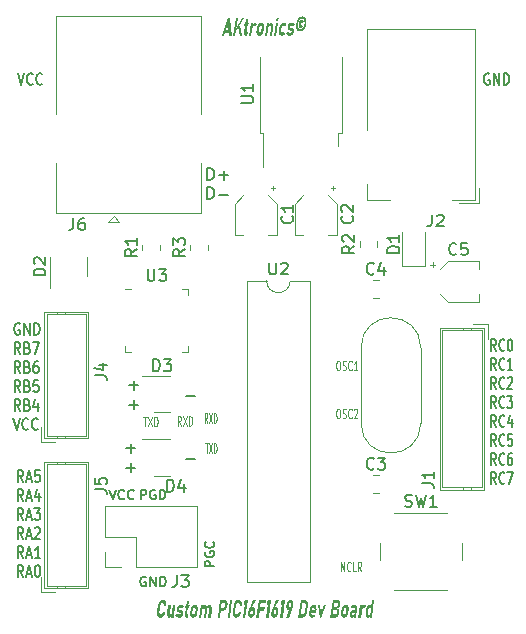
<source format=gbr>
%TF.GenerationSoftware,KiCad,Pcbnew,7.0.10*%
%TF.CreationDate,2025-06-13T16:12:02+05:30*%
%TF.ProjectId,PIC custom dev board_01,50494320-6375-4737-946f-6d2064657620,rev?*%
%TF.SameCoordinates,Original*%
%TF.FileFunction,Legend,Top*%
%TF.FilePolarity,Positive*%
%FSLAX46Y46*%
G04 Gerber Fmt 4.6, Leading zero omitted, Abs format (unit mm)*
G04 Created by KiCad (PCBNEW 7.0.10) date 2025-06-13 16:12:02*
%MOMM*%
%LPD*%
G01*
G04 APERTURE LIST*
%ADD10C,0.150000*%
%ADD11C,0.200000*%
%ADD12C,0.100000*%
%ADD13C,0.120000*%
G04 APERTURE END LIST*
D10*
X125511160Y-90826295D02*
X125511160Y-90026295D01*
X125511160Y-90026295D02*
X125815922Y-90026295D01*
X125815922Y-90026295D02*
X125892112Y-90064390D01*
X125892112Y-90064390D02*
X125930207Y-90102485D01*
X125930207Y-90102485D02*
X125968303Y-90178676D01*
X125968303Y-90178676D02*
X125968303Y-90292961D01*
X125968303Y-90292961D02*
X125930207Y-90369152D01*
X125930207Y-90369152D02*
X125892112Y-90407247D01*
X125892112Y-90407247D02*
X125815922Y-90445342D01*
X125815922Y-90445342D02*
X125511160Y-90445342D01*
X126730207Y-90064390D02*
X126654017Y-90026295D01*
X126654017Y-90026295D02*
X126539731Y-90026295D01*
X126539731Y-90026295D02*
X126425445Y-90064390D01*
X126425445Y-90064390D02*
X126349255Y-90140580D01*
X126349255Y-90140580D02*
X126311160Y-90216771D01*
X126311160Y-90216771D02*
X126273064Y-90369152D01*
X126273064Y-90369152D02*
X126273064Y-90483438D01*
X126273064Y-90483438D02*
X126311160Y-90635819D01*
X126311160Y-90635819D02*
X126349255Y-90712009D01*
X126349255Y-90712009D02*
X126425445Y-90788200D01*
X126425445Y-90788200D02*
X126539731Y-90826295D01*
X126539731Y-90826295D02*
X126615922Y-90826295D01*
X126615922Y-90826295D02*
X126730207Y-90788200D01*
X126730207Y-90788200D02*
X126768303Y-90750104D01*
X126768303Y-90750104D02*
X126768303Y-90483438D01*
X126768303Y-90483438D02*
X126615922Y-90483438D01*
X127111160Y-90826295D02*
X127111160Y-90026295D01*
X127111160Y-90026295D02*
X127301636Y-90026295D01*
X127301636Y-90026295D02*
X127415922Y-90064390D01*
X127415922Y-90064390D02*
X127492112Y-90140580D01*
X127492112Y-90140580D02*
X127530207Y-90216771D01*
X127530207Y-90216771D02*
X127568303Y-90369152D01*
X127568303Y-90369152D02*
X127568303Y-90483438D01*
X127568303Y-90483438D02*
X127530207Y-90635819D01*
X127530207Y-90635819D02*
X127492112Y-90712009D01*
X127492112Y-90712009D02*
X127415922Y-90788200D01*
X127415922Y-90788200D02*
X127301636Y-90826295D01*
X127301636Y-90826295D02*
X127111160Y-90826295D01*
X129368779Y-87372866D02*
X130130684Y-87372866D01*
D11*
G36*
X127182461Y-100852387D02*
G01*
X127168673Y-100852133D01*
X127155213Y-100851374D01*
X127142081Y-100850107D01*
X127129278Y-100848334D01*
X127116802Y-100846054D01*
X127104655Y-100843268D01*
X127092836Y-100839975D01*
X127081345Y-100836175D01*
X127070182Y-100831869D01*
X127059348Y-100827056D01*
X127048842Y-100821737D01*
X127038663Y-100815911D01*
X127028814Y-100809578D01*
X127019292Y-100802739D01*
X127010099Y-100795393D01*
X127001233Y-100787540D01*
X126992710Y-100779157D01*
X126984541Y-100770310D01*
X126976727Y-100760999D01*
X126969268Y-100751224D01*
X126962164Y-100740986D01*
X126955415Y-100730284D01*
X126949021Y-100719119D01*
X126942981Y-100707490D01*
X126937297Y-100695397D01*
X126931968Y-100682840D01*
X126926993Y-100669820D01*
X126922373Y-100656336D01*
X126918109Y-100642389D01*
X126914199Y-100627977D01*
X126910644Y-100613102D01*
X126907444Y-100597764D01*
X126904641Y-100581947D01*
X126902216Y-100565730D01*
X126900168Y-100549112D01*
X126898499Y-100532093D01*
X126897207Y-100514673D01*
X126896293Y-100496853D01*
X126895757Y-100478632D01*
X126895598Y-100460011D01*
X126895818Y-100440988D01*
X126896415Y-100421565D01*
X126897390Y-100401742D01*
X126898743Y-100381517D01*
X126900474Y-100360892D01*
X126902582Y-100339866D01*
X126905068Y-100318439D01*
X126907933Y-100296612D01*
X126964597Y-99887383D01*
X126967812Y-99865427D01*
X126971291Y-99843889D01*
X126975033Y-99822769D01*
X126979038Y-99802066D01*
X126983306Y-99781782D01*
X126987838Y-99761915D01*
X126992633Y-99742466D01*
X126997692Y-99723435D01*
X127003014Y-99704822D01*
X127008599Y-99686627D01*
X127014447Y-99668850D01*
X127020559Y-99651491D01*
X127026934Y-99634549D01*
X127033573Y-99618025D01*
X127040474Y-99601920D01*
X127047639Y-99586232D01*
X127055080Y-99570936D01*
X127062748Y-99556098D01*
X127070643Y-99541719D01*
X127078765Y-99527797D01*
X127087114Y-99514333D01*
X127095690Y-99501327D01*
X127104494Y-99488779D01*
X127113524Y-99476689D01*
X127122781Y-99465057D01*
X127132266Y-99453883D01*
X127141977Y-99443167D01*
X127151916Y-99432908D01*
X127162082Y-99423108D01*
X127172474Y-99413766D01*
X127183094Y-99404882D01*
X127193941Y-99396455D01*
X127205024Y-99388514D01*
X127216293Y-99381085D01*
X127227747Y-99374169D01*
X127239385Y-99367764D01*
X127251209Y-99361872D01*
X127263218Y-99356493D01*
X127275412Y-99351626D01*
X127287791Y-99347271D01*
X127300355Y-99343428D01*
X127313105Y-99340098D01*
X127326039Y-99337280D01*
X127339159Y-99334975D01*
X127352463Y-99333182D01*
X127365953Y-99331901D01*
X127379627Y-99331132D01*
X127393487Y-99330876D01*
X127404886Y-99331112D01*
X127416061Y-99331821D01*
X127427012Y-99333001D01*
X127437741Y-99334654D01*
X127448246Y-99336779D01*
X127458528Y-99339377D01*
X127468587Y-99342447D01*
X127478423Y-99345989D01*
X127488035Y-99350003D01*
X127497424Y-99354489D01*
X127511089Y-99362105D01*
X127524252Y-99370782D01*
X127536912Y-99380523D01*
X127549070Y-99391326D01*
X127560693Y-99403140D01*
X127571750Y-99415914D01*
X127582240Y-99429647D01*
X127592164Y-99444340D01*
X127601520Y-99459993D01*
X127610310Y-99476605D01*
X127618533Y-99494176D01*
X127626190Y-99512707D01*
X127630979Y-99525594D01*
X127635517Y-99538908D01*
X127639802Y-99552648D01*
X127643836Y-99566815D01*
X127647632Y-99581342D01*
X127651144Y-99596255D01*
X127654372Y-99611555D01*
X127657315Y-99627242D01*
X127659974Y-99643315D01*
X127662349Y-99659774D01*
X127664439Y-99676619D01*
X127666245Y-99693851D01*
X127667767Y-99711470D01*
X127669005Y-99729475D01*
X127669958Y-99747866D01*
X127670627Y-99766643D01*
X127671011Y-99785807D01*
X127671111Y-99805358D01*
X127670927Y-99825295D01*
X127670459Y-99845618D01*
X127480438Y-99845618D01*
X127480140Y-99827208D01*
X127479369Y-99809531D01*
X127478125Y-99792587D01*
X127476408Y-99776375D01*
X127474217Y-99760896D01*
X127471553Y-99746150D01*
X127468416Y-99732136D01*
X127464806Y-99718856D01*
X127459758Y-99703294D01*
X127454078Y-99688895D01*
X127447765Y-99675659D01*
X127440821Y-99663586D01*
X127433244Y-99652676D01*
X127425036Y-99642928D01*
X127421575Y-99639355D01*
X127412594Y-99631333D01*
X127403052Y-99624672D01*
X127392949Y-99619369D01*
X127382286Y-99615427D01*
X127371063Y-99612843D01*
X127359279Y-99611620D01*
X127354408Y-99611511D01*
X127340198Y-99612149D01*
X127326416Y-99614061D01*
X127313064Y-99617249D01*
X127300141Y-99621712D01*
X127287647Y-99627450D01*
X127275583Y-99634463D01*
X127263948Y-99642751D01*
X127252742Y-99652315D01*
X127241966Y-99663153D01*
X127231619Y-99675267D01*
X127224960Y-99684051D01*
X127215460Y-99698102D01*
X127206561Y-99713190D01*
X127198264Y-99729315D01*
X127190567Y-99746476D01*
X127183472Y-99764675D01*
X127176977Y-99783910D01*
X127172982Y-99797309D01*
X127169253Y-99811170D01*
X127165792Y-99825491D01*
X127162598Y-99840273D01*
X127159671Y-99855515D01*
X127157011Y-99871219D01*
X127154618Y-99887383D01*
X127097953Y-100296612D01*
X127095862Y-100312775D01*
X127094168Y-100328474D01*
X127092870Y-100343710D01*
X127091969Y-100358482D01*
X127091363Y-100379770D01*
X127091649Y-100400016D01*
X127092828Y-100419218D01*
X127094900Y-100437376D01*
X127097866Y-100454492D01*
X127101724Y-100470564D01*
X127106475Y-100485592D01*
X127112120Y-100499578D01*
X127118601Y-100512411D01*
X127125864Y-100523981D01*
X127133908Y-100534290D01*
X127142734Y-100543336D01*
X127152341Y-100551119D01*
X127162729Y-100557641D01*
X127173899Y-100562900D01*
X127185850Y-100566897D01*
X127198583Y-100569632D01*
X127212097Y-100571105D01*
X127221540Y-100571385D01*
X127232716Y-100570851D01*
X127243711Y-100569247D01*
X127254526Y-100566575D01*
X127265161Y-100562833D01*
X127275615Y-100558022D01*
X127285889Y-100552143D01*
X127295982Y-100545194D01*
X127305896Y-100537176D01*
X127315629Y-100528089D01*
X127325181Y-100517933D01*
X127331450Y-100510569D01*
X127340666Y-100498653D01*
X127349539Y-100485848D01*
X127358068Y-100472154D01*
X127366254Y-100457572D01*
X127374097Y-100442101D01*
X127381596Y-100425741D01*
X127388751Y-100408493D01*
X127395563Y-100390356D01*
X127402032Y-100371330D01*
X127408157Y-100351415D01*
X127412050Y-100337645D01*
X127602071Y-100337645D01*
X127596855Y-100357838D01*
X127591465Y-100377659D01*
X127585902Y-100397108D01*
X127580165Y-100416184D01*
X127574255Y-100434889D01*
X127568171Y-100453221D01*
X127561913Y-100471182D01*
X127555481Y-100488770D01*
X127548876Y-100505987D01*
X127542098Y-100522831D01*
X127535145Y-100539303D01*
X127528019Y-100555403D01*
X127520720Y-100571131D01*
X127513246Y-100586486D01*
X127505600Y-100601470D01*
X127497779Y-100616082D01*
X127489806Y-100630293D01*
X127481701Y-100644074D01*
X127473464Y-100657427D01*
X127465096Y-100670350D01*
X127456596Y-100682843D01*
X127447965Y-100694907D01*
X127439202Y-100706542D01*
X127430307Y-100717748D01*
X127421280Y-100728524D01*
X127412122Y-100738871D01*
X127402832Y-100748789D01*
X127393411Y-100758277D01*
X127383858Y-100767336D01*
X127374173Y-100775966D01*
X127364357Y-100784166D01*
X127354408Y-100791937D01*
X127344377Y-100799257D01*
X127334251Y-100806105D01*
X127324029Y-100812480D01*
X127313711Y-100818384D01*
X127303299Y-100823815D01*
X127292791Y-100828773D01*
X127282187Y-100833260D01*
X127271488Y-100837274D01*
X127260694Y-100840816D01*
X127249804Y-100843886D01*
X127238819Y-100846483D01*
X127227738Y-100848609D01*
X127216562Y-100850262D01*
X127205291Y-100851442D01*
X127193924Y-100852151D01*
X127182461Y-100852387D01*
G37*
G36*
X128103745Y-100837000D02*
G01*
X128251268Y-99772711D01*
X128433718Y-99772711D01*
X128286195Y-100837000D01*
X128103745Y-100837000D01*
G37*
G36*
X128036090Y-99772711D02*
G01*
X127946453Y-100419711D01*
X127944285Y-100438407D01*
X127943156Y-100456026D01*
X127943064Y-100472570D01*
X127944011Y-100488038D01*
X127945995Y-100502429D01*
X127949935Y-100518904D01*
X127955498Y-100533699D01*
X127958177Y-100539145D01*
X127965908Y-100551388D01*
X127975059Y-100561557D01*
X127985629Y-100569649D01*
X127995107Y-100574630D01*
X128005493Y-100578282D01*
X128016787Y-100580606D01*
X128028990Y-100581602D01*
X128032182Y-100581644D01*
X128044788Y-100580962D01*
X128056836Y-100578919D01*
X128068326Y-100575513D01*
X128079260Y-100570744D01*
X128089637Y-100564613D01*
X128099456Y-100557120D01*
X128108718Y-100548264D01*
X128117423Y-100538046D01*
X128125498Y-100526563D01*
X128132871Y-100513912D01*
X128139542Y-100500093D01*
X128145511Y-100485107D01*
X128150778Y-100468952D01*
X128155342Y-100451630D01*
X128159204Y-100433140D01*
X128161640Y-100418506D01*
X128162364Y-100413482D01*
X128139405Y-100646124D01*
X128133880Y-100660826D01*
X128127930Y-100675258D01*
X128121555Y-100689420D01*
X128114755Y-100703311D01*
X128107531Y-100716931D01*
X128099881Y-100730282D01*
X128091805Y-100743361D01*
X128083305Y-100756170D01*
X128074380Y-100768709D01*
X128065030Y-100780977D01*
X128058561Y-100789006D01*
X128048564Y-100800333D01*
X128038267Y-100810545D01*
X128027670Y-100819644D01*
X128016772Y-100827629D01*
X128005574Y-100834499D01*
X127994075Y-100840255D01*
X127982275Y-100844897D01*
X127970175Y-100848425D01*
X127957775Y-100850839D01*
X127945074Y-100852139D01*
X127936439Y-100852387D01*
X127922716Y-100851955D01*
X127909511Y-100850658D01*
X127896826Y-100848497D01*
X127884660Y-100845472D01*
X127873012Y-100841582D01*
X127861884Y-100836828D01*
X127851275Y-100831209D01*
X127841184Y-100824726D01*
X127831613Y-100817379D01*
X127822561Y-100809167D01*
X127814028Y-100800091D01*
X127806013Y-100790151D01*
X127798518Y-100779346D01*
X127791542Y-100767677D01*
X127785085Y-100755143D01*
X127779147Y-100741745D01*
X127773754Y-100727518D01*
X127768934Y-100712590D01*
X127764687Y-100696961D01*
X127761012Y-100680631D01*
X127757909Y-100663599D01*
X127755379Y-100645866D01*
X127753421Y-100627432D01*
X127752036Y-100608297D01*
X127751223Y-100588460D01*
X127750982Y-100567922D01*
X127751315Y-100546683D01*
X127752219Y-100524743D01*
X127753696Y-100502101D01*
X127755745Y-100478758D01*
X127758367Y-100454714D01*
X127761561Y-100429969D01*
X127852664Y-99772711D01*
X128036090Y-99772711D01*
G37*
G36*
X128747081Y-100852387D02*
G01*
X128735443Y-100852237D01*
X128723916Y-100851786D01*
X128712500Y-100851034D01*
X128701194Y-100849983D01*
X128689999Y-100848630D01*
X128678914Y-100846977D01*
X128667941Y-100845024D01*
X128657078Y-100842770D01*
X128646325Y-100840215D01*
X128635684Y-100837360D01*
X128625152Y-100834205D01*
X128614732Y-100830748D01*
X128604422Y-100826992D01*
X128594223Y-100822935D01*
X128584135Y-100818577D01*
X128574157Y-100813919D01*
X128564380Y-100808993D01*
X128554831Y-100803832D01*
X128545512Y-100798437D01*
X128536422Y-100792807D01*
X128523215Y-100783922D01*
X128510524Y-100774509D01*
X128498348Y-100764567D01*
X128486688Y-100754098D01*
X128475542Y-100743101D01*
X128464912Y-100731575D01*
X128454797Y-100719522D01*
X128445197Y-100706940D01*
X128588079Y-100490419D01*
X128596297Y-100499427D01*
X128604648Y-100508043D01*
X128613133Y-100516266D01*
X128621750Y-100524096D01*
X128630501Y-100531533D01*
X128639384Y-100538577D01*
X128648401Y-100545229D01*
X128657551Y-100551487D01*
X128666834Y-100557353D01*
X128676250Y-100562826D01*
X128682601Y-100566256D01*
X128692157Y-100571036D01*
X128701683Y-100575345D01*
X128711180Y-100579185D01*
X128723794Y-100583572D01*
X128736356Y-100587124D01*
X128748864Y-100589841D01*
X128761318Y-100591721D01*
X128773719Y-100592766D01*
X128782985Y-100593001D01*
X128794802Y-100592808D01*
X128806163Y-100592228D01*
X128817070Y-100591262D01*
X128827521Y-100589910D01*
X128837517Y-100588171D01*
X128850138Y-100585251D01*
X128861949Y-100581645D01*
X128872952Y-100577352D01*
X128883145Y-100572371D01*
X128885567Y-100571019D01*
X128894699Y-100565255D01*
X128904666Y-100557292D01*
X128913022Y-100548489D01*
X128920925Y-100536816D01*
X128926509Y-100523931D01*
X128929775Y-100509836D01*
X128931160Y-100493169D01*
X128930259Y-100476395D01*
X128926645Y-100462495D01*
X128919196Y-100450130D01*
X128914143Y-100445356D01*
X128903731Y-100438241D01*
X128893542Y-100433063D01*
X128882185Y-100428736D01*
X128871828Y-100425779D01*
X128860661Y-100423412D01*
X128853571Y-100422275D01*
X128841410Y-100420363D01*
X128831536Y-100418717D01*
X128821531Y-100416968D01*
X128811397Y-100415116D01*
X128801133Y-100413161D01*
X128790739Y-100411104D01*
X128780216Y-100408943D01*
X128772238Y-100407254D01*
X128761392Y-100404907D01*
X128750592Y-100402446D01*
X128739838Y-100399870D01*
X128729129Y-100397179D01*
X128718467Y-100394374D01*
X128707850Y-100391455D01*
X128697279Y-100388421D01*
X128686753Y-100385272D01*
X128676403Y-100381815D01*
X128666359Y-100377853D01*
X128656620Y-100373388D01*
X128647186Y-100368420D01*
X128638057Y-100362947D01*
X128627076Y-100355398D01*
X128616572Y-100347062D01*
X128612503Y-100343507D01*
X128602958Y-100333623D01*
X128594319Y-100322291D01*
X128586586Y-100309509D01*
X128579760Y-100295278D01*
X128573840Y-100279599D01*
X128569756Y-100266012D01*
X128567074Y-100255213D01*
X128564200Y-100239803D01*
X128562174Y-100223065D01*
X128560995Y-100204998D01*
X128560663Y-100185604D01*
X128560970Y-100170186D01*
X128561753Y-100154022D01*
X128563013Y-100137111D01*
X128564750Y-100119452D01*
X128566963Y-100101047D01*
X128567807Y-100094745D01*
X128570866Y-100074882D01*
X128574424Y-100055590D01*
X128578483Y-100036871D01*
X128583042Y-100018725D01*
X128588100Y-100001151D01*
X128593658Y-99984149D01*
X128599717Y-99967720D01*
X128606275Y-99951863D01*
X128613333Y-99936579D01*
X128620892Y-99921867D01*
X128628950Y-99907728D01*
X128637508Y-99894161D01*
X128646566Y-99881167D01*
X128656124Y-99868745D01*
X128666181Y-99856895D01*
X128676739Y-99845618D01*
X128687768Y-99834926D01*
X128699179Y-99824924D01*
X128710971Y-99815612D01*
X128723145Y-99806989D01*
X128735701Y-99799057D01*
X128748638Y-99791814D01*
X128761957Y-99785261D01*
X128775658Y-99779397D01*
X128789740Y-99774224D01*
X128804203Y-99769740D01*
X128819049Y-99765946D01*
X128834276Y-99762842D01*
X128849884Y-99760428D01*
X128865875Y-99758704D01*
X128882247Y-99757669D01*
X128899000Y-99757324D01*
X128908924Y-99757464D01*
X128918792Y-99757885D01*
X128928601Y-99758586D01*
X128938354Y-99759568D01*
X128952875Y-99761567D01*
X128967268Y-99764196D01*
X128981532Y-99767457D01*
X128995667Y-99771349D01*
X129009673Y-99775872D01*
X129023551Y-99781026D01*
X129037299Y-99786811D01*
X129050919Y-99793228D01*
X129064292Y-99800220D01*
X129077300Y-99807735D01*
X129089943Y-99815771D01*
X129102222Y-99824329D01*
X129114135Y-99833408D01*
X129125683Y-99843009D01*
X129136867Y-99853131D01*
X129147685Y-99863776D01*
X129158139Y-99874942D01*
X129168227Y-99886629D01*
X129174750Y-99894711D01*
X129037486Y-100098775D01*
X129027369Y-100089256D01*
X129017046Y-100080297D01*
X129006517Y-100071899D01*
X128995781Y-100064062D01*
X128984840Y-100056787D01*
X128973693Y-100050072D01*
X128962339Y-100043918D01*
X128950780Y-100038325D01*
X128939193Y-100033259D01*
X128927638Y-100028869D01*
X128916112Y-100025153D01*
X128904618Y-100022114D01*
X128893154Y-100019750D01*
X128881720Y-100018061D01*
X128870317Y-100017048D01*
X128858944Y-100016710D01*
X128848742Y-100016877D01*
X128838926Y-100017380D01*
X128826439Y-100018570D01*
X128814639Y-100020356D01*
X128803526Y-100022738D01*
X128793100Y-100025714D01*
X128783361Y-100029286D01*
X128772153Y-100034589D01*
X128770040Y-100035761D01*
X128760281Y-100042020D01*
X128750412Y-100050641D01*
X128742552Y-100060473D01*
X128735922Y-100073473D01*
X128732027Y-100088122D01*
X128731694Y-100090349D01*
X128731095Y-100106443D01*
X128734825Y-100121469D01*
X128742139Y-100132424D01*
X128746593Y-100136511D01*
X128755819Y-100142840D01*
X128766401Y-100148362D01*
X128776551Y-100152454D01*
X128787696Y-100155953D01*
X128797745Y-100158416D01*
X128799838Y-100158859D01*
X128810572Y-100160929D01*
X128821557Y-100163017D01*
X128832792Y-100165122D01*
X128844278Y-100167246D01*
X128856015Y-100169387D01*
X128868001Y-100171546D01*
X128872866Y-100172415D01*
X128884101Y-100174573D01*
X128895337Y-100176834D01*
X128906572Y-100179198D01*
X128917807Y-100181665D01*
X128929042Y-100184236D01*
X128940277Y-100186909D01*
X128951512Y-100189685D01*
X128962748Y-100192565D01*
X128973884Y-100195793D01*
X128984699Y-100199617D01*
X128995194Y-100204037D01*
X129005368Y-100209051D01*
X129015222Y-100214661D01*
X129024755Y-100220866D01*
X129033967Y-100227667D01*
X129042859Y-100235063D01*
X129051286Y-100243255D01*
X129059101Y-100252442D01*
X129066307Y-100262626D01*
X129072901Y-100273806D01*
X129078885Y-100285982D01*
X129084258Y-100299154D01*
X129089021Y-100313322D01*
X129093173Y-100328486D01*
X129096543Y-100344881D01*
X129098959Y-100362741D01*
X129100420Y-100382067D01*
X129100891Y-100397523D01*
X129100824Y-100413803D01*
X129100221Y-100430908D01*
X129099081Y-100448837D01*
X129097404Y-100467590D01*
X129095191Y-100487167D01*
X129093418Y-100500677D01*
X129090253Y-100521268D01*
X129086560Y-100541275D01*
X129082338Y-100560698D01*
X129077588Y-100579537D01*
X129072309Y-100597792D01*
X129066501Y-100615464D01*
X129060165Y-100632551D01*
X129053301Y-100649055D01*
X129045908Y-100664974D01*
X129037986Y-100680310D01*
X129029536Y-100695062D01*
X129020557Y-100709230D01*
X129011049Y-100722814D01*
X129001014Y-100735814D01*
X128990449Y-100748231D01*
X128979356Y-100760063D01*
X128967830Y-100771243D01*
X128955905Y-100781701D01*
X128943581Y-100791439D01*
X128930859Y-100800455D01*
X128917737Y-100808749D01*
X128904217Y-100816323D01*
X128890298Y-100823175D01*
X128875980Y-100829306D01*
X128861264Y-100834715D01*
X128846148Y-100839404D01*
X128830634Y-100843371D01*
X128814721Y-100846617D01*
X128798409Y-100849141D01*
X128781699Y-100850944D01*
X128764589Y-100852026D01*
X128747081Y-100852387D01*
G37*
G36*
X129403117Y-100842129D02*
G01*
X129391755Y-100841845D01*
X129380872Y-100840995D01*
X129370468Y-100839578D01*
X129360543Y-100837595D01*
X129346553Y-100833557D01*
X129333641Y-100828244D01*
X129321806Y-100821656D01*
X129311049Y-100813793D01*
X129301370Y-100804654D01*
X129292768Y-100794241D01*
X129285244Y-100782552D01*
X129278798Y-100769588D01*
X129273332Y-100755358D01*
X129268751Y-100740007D01*
X129265055Y-100723536D01*
X129262243Y-100705944D01*
X129260315Y-100687232D01*
X129259272Y-100667399D01*
X129259113Y-100646445D01*
X129259838Y-100624371D01*
X129260814Y-100609032D01*
X129262182Y-100593196D01*
X129263943Y-100576861D01*
X129266097Y-100560028D01*
X129418260Y-99463133D01*
X129601443Y-99463133D01*
X129459049Y-100490419D01*
X129457294Y-100506300D01*
X129456749Y-100522517D01*
X129457996Y-100538298D01*
X129460759Y-100550136D01*
X129467071Y-100562234D01*
X129476270Y-100569310D01*
X129487137Y-100571385D01*
X129532810Y-100571385D01*
X129495197Y-100842129D01*
X129403117Y-100842129D01*
G37*
G36*
X129270494Y-100012680D02*
G01*
X129303711Y-99772711D01*
X129643452Y-99772711D01*
X129610235Y-100012680D01*
X129270494Y-100012680D01*
G37*
G36*
X130112816Y-99757793D02*
G01*
X130129698Y-99759202D01*
X130145949Y-99761549D01*
X130161568Y-99764834D01*
X130176555Y-99769059D01*
X130190911Y-99774223D01*
X130204636Y-99780325D01*
X130217728Y-99787366D01*
X130230190Y-99795346D01*
X130242019Y-99804264D01*
X130253217Y-99814122D01*
X130263783Y-99824918D01*
X130273718Y-99836653D01*
X130283021Y-99849327D01*
X130291693Y-99862940D01*
X130299733Y-99877491D01*
X130307097Y-99892852D01*
X130313743Y-99908982D01*
X130319668Y-99925882D01*
X130324875Y-99943552D01*
X130329362Y-99961991D01*
X130333129Y-99981201D01*
X130336178Y-100001181D01*
X130338506Y-100021931D01*
X130340116Y-100043450D01*
X130341006Y-100065740D01*
X130341177Y-100088799D01*
X130340628Y-100112629D01*
X130339360Y-100137228D01*
X130337373Y-100162597D01*
X130334666Y-100188737D01*
X130331240Y-100215646D01*
X130306816Y-100391867D01*
X130302747Y-100418912D01*
X130298172Y-100445184D01*
X130293092Y-100470684D01*
X130287506Y-100495411D01*
X130281414Y-100519365D01*
X130274816Y-100542546D01*
X130267713Y-100564954D01*
X130260105Y-100586590D01*
X130251990Y-100607452D01*
X130243370Y-100627542D01*
X130234244Y-100646859D01*
X130224613Y-100665404D01*
X130214476Y-100683175D01*
X130203833Y-100700174D01*
X130192685Y-100716400D01*
X130181031Y-100731853D01*
X130168969Y-100746449D01*
X130156534Y-100760103D01*
X130143728Y-100772816D01*
X130130549Y-100784587D01*
X130116998Y-100795416D01*
X130103075Y-100805303D01*
X130088781Y-100814249D01*
X130074114Y-100822253D01*
X130059075Y-100829316D01*
X130043663Y-100835437D01*
X130027880Y-100840616D01*
X130011725Y-100844853D01*
X129995197Y-100848149D01*
X129978298Y-100850503D01*
X129961026Y-100851916D01*
X129943383Y-100852387D01*
X129925840Y-100851913D01*
X129908933Y-100850492D01*
X129892661Y-100848124D01*
X129877025Y-100844808D01*
X129862024Y-100840544D01*
X129847658Y-100835334D01*
X129833928Y-100829176D01*
X129820834Y-100822070D01*
X129808375Y-100814017D01*
X129796551Y-100805017D01*
X129785362Y-100795069D01*
X129774809Y-100784174D01*
X129764892Y-100772332D01*
X129755609Y-100759542D01*
X129746963Y-100745805D01*
X129738951Y-100731120D01*
X129731617Y-100715530D01*
X129725003Y-100699166D01*
X129719108Y-100682030D01*
X129713932Y-100664121D01*
X129709475Y-100645440D01*
X129705738Y-100625985D01*
X129702720Y-100605758D01*
X129700422Y-100584758D01*
X129698843Y-100562985D01*
X129697983Y-100540439D01*
X129697843Y-100517121D01*
X129698422Y-100493029D01*
X129699721Y-100468165D01*
X129700486Y-100458443D01*
X129886557Y-100458443D01*
X129887647Y-100476252D01*
X129889874Y-100492801D01*
X129893238Y-100508091D01*
X129897739Y-100522122D01*
X129901861Y-100531818D01*
X129908273Y-100543496D01*
X129915661Y-100553617D01*
X129924026Y-100562181D01*
X129933369Y-100569187D01*
X129943688Y-100574637D01*
X129954984Y-100578530D01*
X129967257Y-100580865D01*
X129977103Y-100581595D01*
X129980508Y-100581644D01*
X129990703Y-100581206D01*
X130000589Y-100579892D01*
X130013289Y-100576778D01*
X130025441Y-100572107D01*
X130037042Y-100565878D01*
X130048094Y-100558093D01*
X130058597Y-100548751D01*
X130068549Y-100537852D01*
X130073320Y-100531818D01*
X130082334Y-100518732D01*
X130090569Y-100504387D01*
X130098026Y-100488782D01*
X130103108Y-100476252D01*
X130107752Y-100463013D01*
X130111958Y-100449066D01*
X130115726Y-100434411D01*
X130119057Y-100419047D01*
X130121949Y-100402975D01*
X130123634Y-100391867D01*
X130148058Y-100215646D01*
X130150030Y-100199239D01*
X130151367Y-100183540D01*
X130152068Y-100168550D01*
X130152015Y-100149665D01*
X130150832Y-100132040D01*
X130148519Y-100115673D01*
X130145077Y-100100567D01*
X130140505Y-100086719D01*
X130136334Y-100077160D01*
X130129862Y-100065654D01*
X130122413Y-100055682D01*
X130113986Y-100047244D01*
X130104583Y-100040340D01*
X130094203Y-100034971D01*
X130082845Y-100031135D01*
X130070511Y-100028834D01*
X130060619Y-100028115D01*
X130057200Y-100028067D01*
X130047050Y-100028499D01*
X130037210Y-100029793D01*
X130024570Y-100032861D01*
X130012480Y-100037464D01*
X130000940Y-100043600D01*
X129989949Y-100051271D01*
X129979508Y-100060476D01*
X129969616Y-100071215D01*
X129964876Y-100077160D01*
X129955927Y-100090063D01*
X129947764Y-100104225D01*
X129940387Y-100119647D01*
X129933796Y-100136328D01*
X129929369Y-100149665D01*
X129925384Y-100163711D01*
X129921841Y-100178465D01*
X129918741Y-100193927D01*
X129916083Y-100210098D01*
X129915295Y-100215646D01*
X129890870Y-100391867D01*
X129888809Y-100408411D01*
X129887387Y-100424247D01*
X129886605Y-100439375D01*
X129886557Y-100458443D01*
X129700486Y-100458443D01*
X129701739Y-100442528D01*
X129704476Y-100416119D01*
X129707933Y-100388936D01*
X129732113Y-100215646D01*
X129736151Y-100188737D01*
X129740695Y-100162597D01*
X129745745Y-100137228D01*
X129751301Y-100112629D01*
X129757362Y-100088799D01*
X129763929Y-100065740D01*
X129771002Y-100043450D01*
X129778580Y-100021931D01*
X129786664Y-100001181D01*
X129795253Y-99981201D01*
X129804348Y-99961991D01*
X129813949Y-99943552D01*
X129824056Y-99925882D01*
X129834668Y-99908982D01*
X129845786Y-99892852D01*
X129857409Y-99877491D01*
X129869472Y-99862940D01*
X129881910Y-99849327D01*
X129894721Y-99836653D01*
X129907906Y-99824918D01*
X129921466Y-99814122D01*
X129935399Y-99804264D01*
X129949706Y-99795346D01*
X129964387Y-99787366D01*
X129979443Y-99780325D01*
X129994872Y-99774223D01*
X130010675Y-99769059D01*
X130026853Y-99764834D01*
X130043404Y-99761549D01*
X130060329Y-99759202D01*
X130077628Y-99757793D01*
X130095302Y-99757324D01*
X130112816Y-99757793D01*
G37*
G36*
X131236893Y-100837000D02*
G01*
X131322133Y-100222607D01*
X131324210Y-100205532D01*
X131325677Y-100189205D01*
X131326534Y-100173624D01*
X131326782Y-100158791D01*
X131326163Y-100140175D01*
X131324461Y-100122887D01*
X131321676Y-100106927D01*
X131317806Y-100092295D01*
X131312852Y-100078992D01*
X131306922Y-100067056D01*
X131299999Y-100056712D01*
X131292084Y-100047960D01*
X131283177Y-100040798D01*
X131273277Y-100035228D01*
X131262386Y-100031250D01*
X131250502Y-100028863D01*
X131237625Y-100028067D01*
X131227845Y-100028495D01*
X131215291Y-100030399D01*
X131203294Y-100033825D01*
X131191855Y-100038774D01*
X131180973Y-100045245D01*
X131170648Y-100053239D01*
X131160880Y-100062756D01*
X131151669Y-100073796D01*
X131149454Y-100076794D01*
X131141073Y-100089605D01*
X131133395Y-100103676D01*
X131126419Y-100119006D01*
X131120145Y-100135595D01*
X131115900Y-100148864D01*
X131112050Y-100162841D01*
X131108596Y-100177526D01*
X131105536Y-100192920D01*
X131102871Y-100209022D01*
X131102071Y-100214547D01*
X131102071Y-99968350D01*
X131108014Y-99955848D01*
X131114058Y-99943712D01*
X131120203Y-99931942D01*
X131126449Y-99920539D01*
X131136008Y-99904122D01*
X131145795Y-99888528D01*
X131155809Y-99873759D01*
X131166051Y-99859814D01*
X131176520Y-99846694D01*
X131187217Y-99834398D01*
X131198141Y-99822926D01*
X131209293Y-99812279D01*
X131220593Y-99802458D01*
X131231962Y-99793603D01*
X131243400Y-99785714D01*
X131254906Y-99778791D01*
X131266480Y-99772834D01*
X131278124Y-99767843D01*
X131289836Y-99763818D01*
X131301617Y-99760759D01*
X131313467Y-99758666D01*
X131325385Y-99757539D01*
X131333369Y-99757324D01*
X131347238Y-99757798D01*
X131360575Y-99759219D01*
X131373380Y-99761587D01*
X131385652Y-99764903D01*
X131397392Y-99769166D01*
X131408599Y-99774377D01*
X131419274Y-99780535D01*
X131429417Y-99787641D01*
X131439028Y-99795693D01*
X131448106Y-99804694D01*
X131456651Y-99814641D01*
X131464664Y-99825536D01*
X131472145Y-99837379D01*
X131479094Y-99850169D01*
X131485510Y-99863906D01*
X131491394Y-99878591D01*
X131496716Y-99894142D01*
X131501446Y-99910481D01*
X131505585Y-99927608D01*
X131509132Y-99945521D01*
X131512088Y-99964221D01*
X131514452Y-99983708D01*
X131516224Y-100003983D01*
X131517406Y-100025045D01*
X131517995Y-100046893D01*
X131517993Y-100069529D01*
X131517400Y-100092952D01*
X131516215Y-100117162D01*
X131514438Y-100142160D01*
X131512070Y-100167944D01*
X131509111Y-100194515D01*
X131505560Y-100221874D01*
X131420319Y-100837000D01*
X131236893Y-100837000D01*
G37*
G36*
X130427960Y-100837000D02*
G01*
X130575483Y-99772711D01*
X130758909Y-99772711D01*
X130611387Y-100837000D01*
X130427960Y-100837000D01*
G37*
G36*
X130832427Y-100837000D02*
G01*
X130917667Y-100222607D01*
X130919737Y-100205532D01*
X130921185Y-100189205D01*
X130922010Y-100173624D01*
X130922213Y-100158791D01*
X130921514Y-100140175D01*
X130919709Y-100122887D01*
X130916797Y-100106927D01*
X130912779Y-100092295D01*
X130907653Y-100078992D01*
X130901521Y-100067056D01*
X130894357Y-100056712D01*
X130886164Y-100047960D01*
X130876940Y-100040798D01*
X130866685Y-100035228D01*
X130855401Y-100031250D01*
X130843085Y-100028863D01*
X130833173Y-100028117D01*
X130829740Y-100028067D01*
X130817306Y-100028748D01*
X130805407Y-100030792D01*
X130794042Y-100034198D01*
X130783212Y-100038967D01*
X130772915Y-100045097D01*
X130763153Y-100052591D01*
X130753925Y-100061446D01*
X130745232Y-100071665D01*
X130737160Y-100083113D01*
X130729799Y-100095661D01*
X130723147Y-100109308D01*
X130717205Y-100124055D01*
X130711973Y-100139900D01*
X130707451Y-100156844D01*
X130703638Y-100174888D01*
X130701245Y-100189142D01*
X130700535Y-100194030D01*
X130719098Y-99958092D01*
X130727290Y-99940415D01*
X130735653Y-99923517D01*
X130744188Y-99907399D01*
X130752895Y-99892060D01*
X130761774Y-99877500D01*
X130770824Y-99863720D01*
X130780046Y-99850719D01*
X130789440Y-99838497D01*
X130799005Y-99827054D01*
X130808743Y-99816390D01*
X130815330Y-99809714D01*
X130825405Y-99800351D01*
X130835666Y-99791910D01*
X130846111Y-99784389D01*
X130856740Y-99777789D01*
X130867554Y-99772110D01*
X130878553Y-99767352D01*
X130889737Y-99763515D01*
X130901105Y-99760598D01*
X130912657Y-99758603D01*
X130924395Y-99757529D01*
X130932322Y-99757324D01*
X130945952Y-99757798D01*
X130959059Y-99759219D01*
X130971643Y-99761587D01*
X130983704Y-99764903D01*
X130995243Y-99769166D01*
X131006259Y-99774377D01*
X131016752Y-99780535D01*
X131026722Y-99787641D01*
X131036169Y-99795693D01*
X131045093Y-99804694D01*
X131053495Y-99814641D01*
X131061374Y-99825536D01*
X131068730Y-99837379D01*
X131075563Y-99850169D01*
X131081873Y-99863906D01*
X131087660Y-99878591D01*
X131092893Y-99894142D01*
X131097541Y-99910481D01*
X131101602Y-99927608D01*
X131105078Y-99945521D01*
X131107968Y-99964221D01*
X131110272Y-99983708D01*
X131111990Y-100003983D01*
X131113123Y-100025045D01*
X131113669Y-100046893D01*
X131113630Y-100069529D01*
X131113005Y-100092952D01*
X131111795Y-100117162D01*
X131109998Y-100142160D01*
X131107616Y-100167944D01*
X131104648Y-100194515D01*
X131101094Y-100221874D01*
X131015853Y-100837000D01*
X130832427Y-100837000D01*
G37*
G36*
X132179182Y-100258510D02*
G01*
X132216795Y-99988133D01*
X132527472Y-99988133D01*
X132539684Y-99987338D01*
X132551530Y-99984951D01*
X132563009Y-99980972D01*
X132574122Y-99975402D01*
X132584869Y-99968241D01*
X132595249Y-99959488D01*
X132605263Y-99949144D01*
X132614911Y-99937209D01*
X132623959Y-99923900D01*
X132632176Y-99909617D01*
X132639560Y-99894361D01*
X132646113Y-99878133D01*
X132651834Y-99860931D01*
X132655578Y-99847391D01*
X132658855Y-99833303D01*
X132661663Y-99818668D01*
X132664004Y-99803486D01*
X132665936Y-99787786D01*
X132667247Y-99772698D01*
X132668025Y-99753533D01*
X132667697Y-99735455D01*
X132666262Y-99718465D01*
X132663720Y-99702563D01*
X132660072Y-99687748D01*
X132655317Y-99674020D01*
X132652524Y-99667565D01*
X132646300Y-99655629D01*
X132639228Y-99645285D01*
X132631309Y-99636533D01*
X132622543Y-99629371D01*
X132612930Y-99623801D01*
X132602470Y-99619823D01*
X132591162Y-99617436D01*
X132579007Y-99616640D01*
X132268330Y-99616640D01*
X132305699Y-99345897D01*
X132611980Y-99345897D01*
X132623338Y-99346120D01*
X132634454Y-99346790D01*
X132645328Y-99347906D01*
X132655959Y-99349469D01*
X132666348Y-99351478D01*
X132676494Y-99353934D01*
X132686399Y-99356836D01*
X132696061Y-99360185D01*
X132710099Y-99366046D01*
X132723592Y-99372911D01*
X132736540Y-99380780D01*
X132748943Y-99389655D01*
X132760800Y-99399534D01*
X132764632Y-99403050D01*
X132775711Y-99414100D01*
X132786141Y-99425955D01*
X132795924Y-99438615D01*
X132805058Y-99452080D01*
X132813544Y-99466350D01*
X132821381Y-99481425D01*
X132828570Y-99497304D01*
X132835111Y-99513989D01*
X132841004Y-99531479D01*
X132846248Y-99549774D01*
X132849384Y-99562418D01*
X132853492Y-99581968D01*
X132856840Y-99602149D01*
X132859428Y-99622961D01*
X132861257Y-99644404D01*
X132862053Y-99659050D01*
X132862512Y-99673976D01*
X132862633Y-99689183D01*
X132862417Y-99704671D01*
X132861862Y-99720439D01*
X132860970Y-99736487D01*
X132859740Y-99752816D01*
X132858173Y-99769425D01*
X132856268Y-99786315D01*
X132854025Y-99803486D01*
X132851542Y-99820523D01*
X132848796Y-99837289D01*
X132845787Y-99853782D01*
X132842515Y-99870004D01*
X132838979Y-99885954D01*
X132835180Y-99901631D01*
X132831117Y-99917037D01*
X132826792Y-99932171D01*
X132822202Y-99947033D01*
X132817350Y-99961624D01*
X132812234Y-99975942D01*
X132806855Y-99989988D01*
X132801213Y-100003763D01*
X132795307Y-100017265D01*
X132789138Y-100030496D01*
X132782706Y-100043454D01*
X132776047Y-100056097D01*
X132769200Y-100068379D01*
X132762164Y-100080300D01*
X132754938Y-100091860D01*
X132747524Y-100103060D01*
X132739921Y-100113899D01*
X132732129Y-100124378D01*
X132724148Y-100134496D01*
X132715979Y-100144253D01*
X132707620Y-100153650D01*
X132699073Y-100162686D01*
X132690336Y-100171361D01*
X132681411Y-100179676D01*
X132672296Y-100187630D01*
X132662993Y-100195224D01*
X132653501Y-100202457D01*
X132643857Y-100209244D01*
X132634099Y-100215594D01*
X132624226Y-100221506D01*
X132614239Y-100226980D01*
X132604137Y-100232016D01*
X132593921Y-100236614D01*
X132583591Y-100240775D01*
X132573145Y-100244497D01*
X132562586Y-100247781D01*
X132551911Y-100250628D01*
X132541123Y-100253036D01*
X132530220Y-100255007D01*
X132519202Y-100256540D01*
X132508070Y-100257634D01*
X132496823Y-100258291D01*
X132485462Y-100258510D01*
X132179182Y-100258510D01*
G37*
G36*
X132015295Y-100837000D02*
G01*
X132221924Y-99345897D01*
X132405106Y-99345897D01*
X132198477Y-100837000D01*
X132015295Y-100837000D01*
G37*
G36*
X133256293Y-99345897D02*
G01*
X133049663Y-100837000D01*
X132859642Y-100837000D01*
X133066272Y-99345897D01*
X133256293Y-99345897D01*
G37*
G36*
X133587486Y-100852387D02*
G01*
X133573698Y-100852133D01*
X133560238Y-100851374D01*
X133547106Y-100850107D01*
X133534302Y-100848334D01*
X133521827Y-100846054D01*
X133509679Y-100843268D01*
X133497860Y-100839975D01*
X133486369Y-100836175D01*
X133475207Y-100831869D01*
X133464372Y-100827056D01*
X133453866Y-100821737D01*
X133443688Y-100815911D01*
X133433838Y-100809578D01*
X133424316Y-100802739D01*
X133415123Y-100795393D01*
X133406258Y-100787540D01*
X133397734Y-100779157D01*
X133389565Y-100770310D01*
X133381751Y-100760999D01*
X133374292Y-100751224D01*
X133367188Y-100740986D01*
X133360439Y-100730284D01*
X133354045Y-100719119D01*
X133348006Y-100707490D01*
X133342321Y-100695397D01*
X133336992Y-100682840D01*
X133332017Y-100669820D01*
X133327398Y-100656336D01*
X133323133Y-100642389D01*
X133319223Y-100627977D01*
X133315668Y-100613102D01*
X133312468Y-100597764D01*
X133309665Y-100581947D01*
X133307240Y-100565730D01*
X133305193Y-100549112D01*
X133303523Y-100532093D01*
X133302231Y-100514673D01*
X133301317Y-100496853D01*
X133300781Y-100478632D01*
X133300623Y-100460011D01*
X133300842Y-100440988D01*
X133301439Y-100421565D01*
X133302414Y-100401742D01*
X133303767Y-100381517D01*
X133305498Y-100360892D01*
X133307606Y-100339866D01*
X133310093Y-100318439D01*
X133312957Y-100296612D01*
X133369621Y-99887383D01*
X133372837Y-99865427D01*
X133376315Y-99843889D01*
X133380057Y-99822769D01*
X133384062Y-99802066D01*
X133388331Y-99781782D01*
X133392863Y-99761915D01*
X133397658Y-99742466D01*
X133402716Y-99723435D01*
X133408038Y-99704822D01*
X133413623Y-99686627D01*
X133419472Y-99668850D01*
X133425583Y-99651491D01*
X133431959Y-99634549D01*
X133438597Y-99618025D01*
X133445499Y-99601920D01*
X133452664Y-99586232D01*
X133460105Y-99570936D01*
X133467773Y-99556098D01*
X133475668Y-99541719D01*
X133483790Y-99527797D01*
X133492139Y-99514333D01*
X133500715Y-99501327D01*
X133509518Y-99488779D01*
X133518548Y-99476689D01*
X133527806Y-99465057D01*
X133537290Y-99453883D01*
X133547002Y-99443167D01*
X133556940Y-99432908D01*
X133567106Y-99423108D01*
X133577499Y-99413766D01*
X133588118Y-99404882D01*
X133598965Y-99396455D01*
X133610049Y-99388514D01*
X133621317Y-99381085D01*
X133632771Y-99374169D01*
X133644410Y-99367764D01*
X133656234Y-99361872D01*
X133668242Y-99356493D01*
X133680437Y-99351626D01*
X133692816Y-99347271D01*
X133705380Y-99343428D01*
X133718129Y-99340098D01*
X133731063Y-99337280D01*
X133744183Y-99334975D01*
X133757488Y-99333182D01*
X133770977Y-99331901D01*
X133784652Y-99331132D01*
X133798512Y-99330876D01*
X133809910Y-99331112D01*
X133821085Y-99331821D01*
X133832037Y-99333001D01*
X133842765Y-99334654D01*
X133853271Y-99336779D01*
X133863553Y-99339377D01*
X133873612Y-99342447D01*
X133883447Y-99345989D01*
X133893059Y-99350003D01*
X133902448Y-99354489D01*
X133916113Y-99362105D01*
X133929276Y-99370782D01*
X133941936Y-99380523D01*
X133954094Y-99391326D01*
X133965718Y-99403140D01*
X133976775Y-99415914D01*
X133987265Y-99429647D01*
X133997188Y-99444340D01*
X134006545Y-99459993D01*
X134015334Y-99476605D01*
X134023558Y-99494176D01*
X134031214Y-99512707D01*
X134036004Y-99525594D01*
X134040541Y-99538908D01*
X134044827Y-99552648D01*
X134048861Y-99566815D01*
X134052657Y-99581342D01*
X134056169Y-99596255D01*
X134059396Y-99611555D01*
X134062340Y-99627242D01*
X134064999Y-99643315D01*
X134067373Y-99659774D01*
X134069464Y-99676619D01*
X134071270Y-99693851D01*
X134072792Y-99711470D01*
X134074029Y-99729475D01*
X134074982Y-99747866D01*
X134075651Y-99766643D01*
X134076036Y-99785807D01*
X134076136Y-99805358D01*
X134075952Y-99825295D01*
X134075483Y-99845618D01*
X133885462Y-99845618D01*
X133885164Y-99827208D01*
X133884394Y-99809531D01*
X133883149Y-99792587D01*
X133881432Y-99776375D01*
X133879242Y-99760896D01*
X133876578Y-99746150D01*
X133873441Y-99732136D01*
X133869831Y-99718856D01*
X133864782Y-99703294D01*
X133859102Y-99688895D01*
X133852790Y-99675659D01*
X133845845Y-99663586D01*
X133838269Y-99652676D01*
X133830060Y-99642928D01*
X133826600Y-99639355D01*
X133817618Y-99631333D01*
X133808076Y-99624672D01*
X133797974Y-99619369D01*
X133787311Y-99615427D01*
X133776087Y-99612843D01*
X133764303Y-99611620D01*
X133759433Y-99611511D01*
X133745222Y-99612149D01*
X133731440Y-99614061D01*
X133718088Y-99617249D01*
X133705165Y-99621712D01*
X133692672Y-99627450D01*
X133680607Y-99634463D01*
X133668972Y-99642751D01*
X133657767Y-99652315D01*
X133646991Y-99663153D01*
X133636644Y-99675267D01*
X133629984Y-99684051D01*
X133620484Y-99698102D01*
X133611586Y-99713190D01*
X133603288Y-99729315D01*
X133595592Y-99746476D01*
X133588496Y-99764675D01*
X133582002Y-99783910D01*
X133578006Y-99797309D01*
X133574278Y-99811170D01*
X133570816Y-99825491D01*
X133567622Y-99840273D01*
X133564695Y-99855515D01*
X133562035Y-99871219D01*
X133559642Y-99887383D01*
X133502978Y-100296612D01*
X133500887Y-100312775D01*
X133499192Y-100328474D01*
X133497895Y-100343710D01*
X133496994Y-100358482D01*
X133496387Y-100379770D01*
X133496673Y-100400016D01*
X133497853Y-100419218D01*
X133499925Y-100437376D01*
X133502890Y-100454492D01*
X133506748Y-100470564D01*
X133511500Y-100485592D01*
X133517144Y-100499578D01*
X133523625Y-100512411D01*
X133530888Y-100523981D01*
X133538933Y-100534290D01*
X133547758Y-100543336D01*
X133557365Y-100551119D01*
X133567754Y-100557641D01*
X133578924Y-100562900D01*
X133590875Y-100566897D01*
X133603607Y-100569632D01*
X133617121Y-100571105D01*
X133626565Y-100571385D01*
X133637740Y-100570851D01*
X133648736Y-100569247D01*
X133659550Y-100566575D01*
X133670185Y-100562833D01*
X133680639Y-100558022D01*
X133690913Y-100552143D01*
X133701007Y-100545194D01*
X133710920Y-100537176D01*
X133720653Y-100528089D01*
X133730206Y-100517933D01*
X133736474Y-100510569D01*
X133745690Y-100498653D01*
X133754563Y-100485848D01*
X133763093Y-100472154D01*
X133771279Y-100457572D01*
X133779121Y-100442101D01*
X133786620Y-100425741D01*
X133793776Y-100408493D01*
X133800588Y-100390356D01*
X133807056Y-100371330D01*
X133813182Y-100351415D01*
X133817074Y-100337645D01*
X134007095Y-100337645D01*
X134001879Y-100357838D01*
X133996490Y-100377659D01*
X133990926Y-100397108D01*
X133985190Y-100416184D01*
X133979279Y-100434889D01*
X133973195Y-100453221D01*
X133966937Y-100471182D01*
X133960506Y-100488770D01*
X133953901Y-100505987D01*
X133947122Y-100522831D01*
X133940170Y-100539303D01*
X133933044Y-100555403D01*
X133925744Y-100571131D01*
X133918271Y-100586486D01*
X133910624Y-100601470D01*
X133902803Y-100616082D01*
X133894830Y-100630293D01*
X133886725Y-100644074D01*
X133878489Y-100657427D01*
X133870121Y-100670350D01*
X133861621Y-100682843D01*
X133852989Y-100694907D01*
X133844226Y-100706542D01*
X133835331Y-100717748D01*
X133826305Y-100728524D01*
X133817147Y-100738871D01*
X133807857Y-100748789D01*
X133798435Y-100758277D01*
X133788882Y-100767336D01*
X133779197Y-100775966D01*
X133769381Y-100784166D01*
X133759433Y-100791937D01*
X133749402Y-100799257D01*
X133739275Y-100806105D01*
X133729053Y-100812480D01*
X133718736Y-100818384D01*
X133708323Y-100823815D01*
X133697815Y-100828773D01*
X133687211Y-100833260D01*
X133676512Y-100837274D01*
X133665718Y-100840816D01*
X133654828Y-100843886D01*
X133643843Y-100846483D01*
X133632762Y-100848609D01*
X133621586Y-100850262D01*
X133610315Y-100851442D01*
X133598948Y-100852151D01*
X133587486Y-100852387D01*
G37*
G36*
X134571540Y-99345897D02*
G01*
X134364911Y-100837000D01*
X134181729Y-100837000D01*
X134342685Y-99676357D01*
X134214946Y-99744868D01*
X134256223Y-99446647D01*
X134414981Y-99345897D01*
X134571540Y-99345897D01*
G37*
G36*
X134950671Y-99955912D02*
G01*
X134955058Y-99954698D01*
X134965393Y-99952716D01*
X134976040Y-99951527D01*
X134986997Y-99951131D01*
X135001805Y-99951586D01*
X135016062Y-99952951D01*
X135029770Y-99955227D01*
X135042929Y-99958412D01*
X135055538Y-99962508D01*
X135067598Y-99967514D01*
X135079107Y-99973430D01*
X135090068Y-99980257D01*
X135100479Y-99987993D01*
X135110340Y-99996640D01*
X135119652Y-100006197D01*
X135128414Y-100016664D01*
X135136627Y-100028041D01*
X135144290Y-100040329D01*
X135151403Y-100053527D01*
X135157967Y-100067635D01*
X135163945Y-100082527D01*
X135169298Y-100098169D01*
X135174027Y-100114561D01*
X135178133Y-100131702D01*
X135181614Y-100149594D01*
X135184472Y-100168236D01*
X135186705Y-100187627D01*
X135188315Y-100207769D01*
X135189300Y-100228660D01*
X135189662Y-100250301D01*
X135189399Y-100272693D01*
X135188513Y-100295834D01*
X135187003Y-100319725D01*
X135184868Y-100344365D01*
X135182110Y-100369756D01*
X135178728Y-100395897D01*
X135178728Y-100396996D01*
X135174733Y-100423682D01*
X135170260Y-100449609D01*
X135165307Y-100474778D01*
X135159876Y-100499189D01*
X135153965Y-100522841D01*
X135147576Y-100545734D01*
X135140707Y-100567869D01*
X135133360Y-100589246D01*
X135125534Y-100609864D01*
X135117228Y-100629723D01*
X135108444Y-100648824D01*
X135099181Y-100667167D01*
X135089439Y-100684751D01*
X135079218Y-100701576D01*
X135068518Y-100717643D01*
X135057339Y-100732952D01*
X135045777Y-100747415D01*
X135033865Y-100760945D01*
X135021605Y-100773541D01*
X135008995Y-100785205D01*
X134996035Y-100795935D01*
X134982727Y-100805733D01*
X134969069Y-100814597D01*
X134955063Y-100822528D01*
X134940707Y-100829526D01*
X134926002Y-100835591D01*
X134910947Y-100840723D01*
X134895544Y-100844922D01*
X134879791Y-100848188D01*
X134863689Y-100850521D01*
X134847238Y-100851920D01*
X134830438Y-100852387D01*
X134813855Y-100851926D01*
X134797873Y-100850544D01*
X134782493Y-100848239D01*
X134767713Y-100845014D01*
X134753535Y-100840866D01*
X134739957Y-100835797D01*
X134726981Y-100829807D01*
X134714606Y-100822894D01*
X134702831Y-100815061D01*
X134691658Y-100806305D01*
X134681086Y-100796628D01*
X134671115Y-100786029D01*
X134661745Y-100774509D01*
X134652976Y-100762067D01*
X134644808Y-100748703D01*
X134637242Y-100734418D01*
X134630319Y-100719295D01*
X134624083Y-100703420D01*
X134618534Y-100686792D01*
X134613672Y-100669411D01*
X134609497Y-100651277D01*
X134606009Y-100632391D01*
X134603208Y-100612752D01*
X134601094Y-100592360D01*
X134599666Y-100571215D01*
X134598926Y-100549318D01*
X134598873Y-100526667D01*
X134599506Y-100503265D01*
X134600827Y-100479109D01*
X134601849Y-100466426D01*
X134786276Y-100466426D01*
X134786703Y-100482689D01*
X134788107Y-100497784D01*
X134791237Y-100515011D01*
X134795893Y-100530413D01*
X134799419Y-100538779D01*
X134806510Y-100551128D01*
X134814961Y-100561383D01*
X134824771Y-100569546D01*
X134835941Y-100575616D01*
X134845856Y-100578965D01*
X134856640Y-100580974D01*
X134868295Y-100581644D01*
X134880359Y-100580968D01*
X134891880Y-100578942D01*
X134902860Y-100575564D01*
X134913297Y-100570836D01*
X134923193Y-100564757D01*
X134932547Y-100557326D01*
X134941358Y-100548545D01*
X134949628Y-100538413D01*
X134957360Y-100526935D01*
X134964435Y-100514301D01*
X134970854Y-100500511D01*
X134976617Y-100485565D01*
X134981723Y-100469462D01*
X134986173Y-100452203D01*
X134989966Y-100433787D01*
X134992381Y-100419217D01*
X134993103Y-100414215D01*
X134993103Y-100413482D01*
X134995204Y-100396676D01*
X134996741Y-100380604D01*
X134997717Y-100365266D01*
X134998142Y-100345958D01*
X134997568Y-100327954D01*
X134995994Y-100311256D01*
X134993420Y-100295863D01*
X134989846Y-100281775D01*
X134986509Y-100272066D01*
X134979810Y-100257606D01*
X134971621Y-100245597D01*
X134961940Y-100236039D01*
X134950769Y-100228932D01*
X134940759Y-100225011D01*
X134929795Y-100222658D01*
X134917877Y-100221874D01*
X134906077Y-100222664D01*
X134894735Y-100225034D01*
X134883851Y-100228984D01*
X134873424Y-100234513D01*
X134863456Y-100241623D01*
X134853946Y-100250313D01*
X134844894Y-100260583D01*
X134836300Y-100272432D01*
X134828316Y-100285719D01*
X134820973Y-100300299D01*
X134814272Y-100316173D01*
X134808212Y-100333340D01*
X134804087Y-100347065D01*
X134800323Y-100361517D01*
X134796920Y-100376697D01*
X134793878Y-100392605D01*
X134791196Y-100409241D01*
X134790382Y-100414948D01*
X134790138Y-100415681D01*
X134788352Y-100430396D01*
X134786825Y-100448995D01*
X134786276Y-100466426D01*
X134601849Y-100466426D01*
X134602834Y-100454200D01*
X134605528Y-100428539D01*
X134608909Y-100402125D01*
X134608909Y-100401026D01*
X134611600Y-100382866D01*
X134614634Y-100364520D01*
X134618011Y-100345987D01*
X134621732Y-100327267D01*
X134625797Y-100308360D01*
X134630204Y-100289266D01*
X134634956Y-100269986D01*
X134640050Y-100250519D01*
X134645489Y-100230865D01*
X134651270Y-100211025D01*
X134655316Y-100197694D01*
X134659487Y-100184296D01*
X134663757Y-100170938D01*
X134668127Y-100157620D01*
X134672596Y-100144342D01*
X134677164Y-100131104D01*
X134681831Y-100117907D01*
X134686598Y-100104749D01*
X134691464Y-100091631D01*
X134696429Y-100078554D01*
X134701493Y-100065516D01*
X134706656Y-100052519D01*
X134711919Y-100039562D01*
X134717281Y-100026645D01*
X134722742Y-100013768D01*
X134728302Y-100000930D01*
X134733962Y-99988133D01*
X135019970Y-99345897D01*
X135227332Y-99345897D01*
X134950671Y-99955912D01*
G37*
G36*
X135306711Y-100837000D02*
G01*
X135513341Y-99345897D01*
X135696523Y-99345897D01*
X135489893Y-100837000D01*
X135306711Y-100837000D01*
G37*
G36*
X135455699Y-100245321D02*
G01*
X135493069Y-99974578D01*
X135991080Y-99974578D01*
X135953711Y-100245321D01*
X135455699Y-100245321D01*
G37*
G36*
X135542894Y-99616640D02*
G01*
X135580263Y-99345897D01*
X136152036Y-99345897D01*
X136114667Y-99616640D01*
X135542894Y-99616640D01*
G37*
G36*
X136537207Y-99345897D02*
G01*
X136330577Y-100837000D01*
X136147395Y-100837000D01*
X136308351Y-99676357D01*
X136180612Y-99744868D01*
X136221889Y-99446647D01*
X136380647Y-99345897D01*
X136537207Y-99345897D01*
G37*
G36*
X136916337Y-99955912D02*
G01*
X136920724Y-99954698D01*
X136931060Y-99952716D01*
X136941706Y-99951527D01*
X136952664Y-99951131D01*
X136967471Y-99951586D01*
X136981729Y-99952951D01*
X136995437Y-99955227D01*
X137008595Y-99958412D01*
X137021204Y-99962508D01*
X137033264Y-99967514D01*
X137044774Y-99973430D01*
X137055734Y-99980257D01*
X137066145Y-99987993D01*
X137076006Y-99996640D01*
X137085318Y-100006197D01*
X137094080Y-100016664D01*
X137102293Y-100028041D01*
X137109956Y-100040329D01*
X137117070Y-100053527D01*
X137123634Y-100067635D01*
X137129611Y-100082527D01*
X137134964Y-100098169D01*
X137139694Y-100114561D01*
X137143799Y-100131702D01*
X137147281Y-100149594D01*
X137150138Y-100168236D01*
X137152371Y-100187627D01*
X137153981Y-100207769D01*
X137154967Y-100228660D01*
X137155328Y-100250301D01*
X137155066Y-100272693D01*
X137154179Y-100295834D01*
X137152669Y-100319725D01*
X137150535Y-100344365D01*
X137147777Y-100369756D01*
X137144394Y-100395897D01*
X137144394Y-100396996D01*
X137140400Y-100423682D01*
X137135926Y-100449609D01*
X137130974Y-100474778D01*
X137125542Y-100499189D01*
X137119631Y-100522841D01*
X137113242Y-100545734D01*
X137106374Y-100567869D01*
X137099026Y-100589246D01*
X137091200Y-100609864D01*
X137082895Y-100629723D01*
X137074111Y-100648824D01*
X137064848Y-100667167D01*
X137055106Y-100684751D01*
X137044885Y-100701576D01*
X137034185Y-100717643D01*
X137023006Y-100732952D01*
X137011443Y-100747415D01*
X136999532Y-100760945D01*
X136987271Y-100773541D01*
X136974661Y-100785205D01*
X136961702Y-100795935D01*
X136948393Y-100805733D01*
X136934736Y-100814597D01*
X136920729Y-100822528D01*
X136906373Y-100829526D01*
X136891668Y-100835591D01*
X136876614Y-100840723D01*
X136861210Y-100844922D01*
X136845457Y-100848188D01*
X136829356Y-100850521D01*
X136812904Y-100851920D01*
X136796104Y-100852387D01*
X136779521Y-100851926D01*
X136763540Y-100850544D01*
X136748159Y-100848239D01*
X136733380Y-100845014D01*
X136719201Y-100840866D01*
X136705624Y-100835797D01*
X136692647Y-100829807D01*
X136680272Y-100822894D01*
X136668498Y-100815061D01*
X136657325Y-100806305D01*
X136646753Y-100796628D01*
X136636782Y-100786029D01*
X136627412Y-100774509D01*
X136618643Y-100762067D01*
X136610475Y-100748703D01*
X136602908Y-100734418D01*
X136595985Y-100719295D01*
X136589750Y-100703420D01*
X136584201Y-100686792D01*
X136579339Y-100669411D01*
X136575164Y-100651277D01*
X136571676Y-100632391D01*
X136568874Y-100612752D01*
X136566760Y-100592360D01*
X136565333Y-100571215D01*
X136564592Y-100549318D01*
X136564539Y-100526667D01*
X136565173Y-100503265D01*
X136566493Y-100479109D01*
X136567515Y-100466426D01*
X136751942Y-100466426D01*
X136752369Y-100482689D01*
X136753774Y-100497784D01*
X136756903Y-100515011D01*
X136761559Y-100530413D01*
X136765085Y-100538779D01*
X136772176Y-100551128D01*
X136780627Y-100561383D01*
X136790437Y-100569546D01*
X136801607Y-100575616D01*
X136811522Y-100578965D01*
X136822307Y-100580974D01*
X136833962Y-100581644D01*
X136846025Y-100580968D01*
X136857547Y-100578942D01*
X136868526Y-100575564D01*
X136878964Y-100570836D01*
X136888859Y-100564757D01*
X136898213Y-100557326D01*
X136907025Y-100548545D01*
X136915295Y-100538413D01*
X136923026Y-100526935D01*
X136930102Y-100514301D01*
X136936521Y-100500511D01*
X136942284Y-100485565D01*
X136947390Y-100469462D01*
X136951840Y-100452203D01*
X136955633Y-100433787D01*
X136958047Y-100419217D01*
X136958770Y-100414215D01*
X136958770Y-100413482D01*
X136960870Y-100396676D01*
X136962408Y-100380604D01*
X136963383Y-100365266D01*
X136963809Y-100345958D01*
X136963234Y-100327954D01*
X136961660Y-100311256D01*
X136959086Y-100295863D01*
X136955512Y-100281775D01*
X136952175Y-100272066D01*
X136945477Y-100257606D01*
X136937287Y-100245597D01*
X136927607Y-100236039D01*
X136916436Y-100228932D01*
X136906426Y-100225011D01*
X136895461Y-100222658D01*
X136883543Y-100221874D01*
X136871743Y-100222664D01*
X136860401Y-100225034D01*
X136849517Y-100228984D01*
X136839091Y-100234513D01*
X136829123Y-100241623D01*
X136819613Y-100250313D01*
X136810560Y-100260583D01*
X136801966Y-100272432D01*
X136793982Y-100285719D01*
X136786640Y-100300299D01*
X136779938Y-100316173D01*
X136773878Y-100333340D01*
X136769754Y-100347065D01*
X136765990Y-100361517D01*
X136762587Y-100376697D01*
X136759544Y-100392605D01*
X136756862Y-100409241D01*
X136756048Y-100414948D01*
X136755804Y-100415681D01*
X136754018Y-100430396D01*
X136752492Y-100448995D01*
X136751942Y-100466426D01*
X136567515Y-100466426D01*
X136568500Y-100454200D01*
X136571195Y-100428539D01*
X136574576Y-100402125D01*
X136574576Y-100401026D01*
X136577266Y-100382866D01*
X136580300Y-100364520D01*
X136583678Y-100345987D01*
X136587399Y-100327267D01*
X136591463Y-100308360D01*
X136595871Y-100289266D01*
X136600622Y-100269986D01*
X136605717Y-100250519D01*
X136611155Y-100230865D01*
X136616937Y-100211025D01*
X136620982Y-100197694D01*
X136625153Y-100184296D01*
X136629424Y-100170938D01*
X136633793Y-100157620D01*
X136638262Y-100144342D01*
X136642830Y-100131104D01*
X136647498Y-100117907D01*
X136652264Y-100104749D01*
X136657130Y-100091631D01*
X136662095Y-100078554D01*
X136667159Y-100065516D01*
X136672323Y-100052519D01*
X136677585Y-100039562D01*
X136682947Y-100026645D01*
X136688408Y-100013768D01*
X136693969Y-100000930D01*
X136699628Y-99988133D01*
X136985637Y-99345897D01*
X137192999Y-99345897D01*
X136916337Y-99955912D01*
G37*
G36*
X137720319Y-99345897D02*
G01*
X137513690Y-100837000D01*
X137330508Y-100837000D01*
X137491464Y-99676357D01*
X137363725Y-99744868D01*
X137405002Y-99446647D01*
X137563759Y-99345897D01*
X137720319Y-99345897D01*
G37*
G36*
X138207585Y-99331347D02*
G01*
X138223589Y-99332759D01*
X138238986Y-99335114D01*
X138253776Y-99338409D01*
X138267959Y-99342647D01*
X138281536Y-99347826D01*
X138294505Y-99353947D01*
X138306868Y-99361009D01*
X138318624Y-99369014D01*
X138329774Y-99377960D01*
X138340316Y-99387847D01*
X138350252Y-99398676D01*
X138359581Y-99410447D01*
X138368303Y-99423160D01*
X138376418Y-99436814D01*
X138383927Y-99451410D01*
X138390817Y-99466823D01*
X138397017Y-99483020D01*
X138402526Y-99500002D01*
X138407344Y-99517768D01*
X138411471Y-99536318D01*
X138414908Y-99555652D01*
X138417653Y-99575770D01*
X138419709Y-99596673D01*
X138421073Y-99618360D01*
X138421746Y-99640832D01*
X138421729Y-99664087D01*
X138421021Y-99688127D01*
X138419623Y-99712951D01*
X138417533Y-99738559D01*
X138414753Y-99764952D01*
X138411282Y-99792129D01*
X138411038Y-99793228D01*
X138408509Y-99810445D01*
X138405594Y-99827888D01*
X138402292Y-99845556D01*
X138398604Y-99863449D01*
X138394530Y-99881568D01*
X138390069Y-99899913D01*
X138385222Y-99918482D01*
X138379989Y-99937278D01*
X138374369Y-99956298D01*
X138368362Y-99975544D01*
X138364143Y-99988500D01*
X138357652Y-100008022D01*
X138351003Y-100027569D01*
X138346481Y-100040615D01*
X138341889Y-100053673D01*
X138337227Y-100066742D01*
X138332494Y-100079822D01*
X138327690Y-100092914D01*
X138322816Y-100106017D01*
X138317871Y-100119132D01*
X138312855Y-100132258D01*
X138307769Y-100145395D01*
X138302612Y-100158544D01*
X138297385Y-100171705D01*
X138292087Y-100184877D01*
X138286718Y-100198060D01*
X138024401Y-100837000D01*
X137830473Y-100837000D01*
X138095591Y-100211056D01*
X138091584Y-100212852D01*
X138081711Y-100216504D01*
X138071601Y-100219493D01*
X138061255Y-100221817D01*
X138050673Y-100223477D01*
X138039854Y-100224473D01*
X138028798Y-100224805D01*
X138015140Y-100224338D01*
X138001950Y-100222939D01*
X137989228Y-100220606D01*
X137976973Y-100217340D01*
X137965185Y-100213141D01*
X137953865Y-100208009D01*
X137943012Y-100201944D01*
X137932627Y-100194946D01*
X137922710Y-100187015D01*
X137913260Y-100178151D01*
X137904277Y-100168353D01*
X137895762Y-100157623D01*
X137887714Y-100145959D01*
X137880134Y-100133363D01*
X137873021Y-100119833D01*
X137866376Y-100105370D01*
X137860302Y-100090134D01*
X137854840Y-100074286D01*
X137849990Y-100057826D01*
X137845753Y-100040753D01*
X137842129Y-100023067D01*
X137839117Y-100004769D01*
X137836717Y-99985858D01*
X137834930Y-99966335D01*
X137833756Y-99946199D01*
X137833194Y-99925451D01*
X137833244Y-99904090D01*
X137833907Y-99882117D01*
X137835183Y-99859531D01*
X137836020Y-99849243D01*
X138022449Y-99849243D01*
X138023426Y-99866050D01*
X138025396Y-99881632D01*
X138028357Y-99895989D01*
X138033454Y-99912212D01*
X138034660Y-99915227D01*
X138041552Y-99928842D01*
X138049863Y-99940150D01*
X138059593Y-99949150D01*
X138070743Y-99955842D01*
X138080684Y-99959534D01*
X138091534Y-99961750D01*
X138103292Y-99962488D01*
X138115088Y-99961744D01*
X138126419Y-99959511D01*
X138137284Y-99955790D01*
X138147683Y-99950581D01*
X138157617Y-99943884D01*
X138167085Y-99935698D01*
X138176088Y-99926023D01*
X138184625Y-99914861D01*
X138192597Y-99902255D01*
X138199905Y-99888437D01*
X138206549Y-99873404D01*
X138212530Y-99857158D01*
X138217846Y-99839699D01*
X138221397Y-99825808D01*
X138224575Y-99811234D01*
X138227379Y-99795978D01*
X138229810Y-99780039D01*
X138229810Y-99779306D01*
X138231727Y-99763782D01*
X138233081Y-99748948D01*
X138234012Y-99730240D01*
X138233944Y-99712758D01*
X138232875Y-99696500D01*
X138230807Y-99681468D01*
X138226815Y-99664400D01*
X138221261Y-99649247D01*
X138214317Y-99636053D01*
X138206001Y-99625097D01*
X138196313Y-99616376D01*
X138185254Y-99609891D01*
X138175420Y-99606313D01*
X138164708Y-99604167D01*
X138153117Y-99603451D01*
X138141157Y-99604172D01*
X138129701Y-99606336D01*
X138118748Y-99609943D01*
X138108299Y-99614991D01*
X138098354Y-99621483D01*
X138088912Y-99629417D01*
X138079974Y-99638794D01*
X138071540Y-99649613D01*
X138063686Y-99661669D01*
X138056489Y-99674938D01*
X138049948Y-99689421D01*
X138044063Y-99705117D01*
X138038835Y-99722027D01*
X138034263Y-99740151D01*
X138031265Y-99754540D01*
X138028636Y-99769612D01*
X138027088Y-99780039D01*
X138026844Y-99780771D01*
X138024879Y-99796707D01*
X138023472Y-99811954D01*
X138022465Y-99831211D01*
X138022449Y-99849243D01*
X137836020Y-99849243D01*
X137837071Y-99836333D01*
X137839572Y-99812522D01*
X137842685Y-99788099D01*
X137842929Y-99787000D01*
X137846923Y-99760225D01*
X137851394Y-99734214D01*
X137856341Y-99708968D01*
X137861766Y-99684486D01*
X137867668Y-99660768D01*
X137874047Y-99637815D01*
X137880903Y-99615625D01*
X137888236Y-99594200D01*
X137896046Y-99573539D01*
X137904333Y-99553643D01*
X137913097Y-99534510D01*
X137922338Y-99516142D01*
X137932057Y-99498538D01*
X137942252Y-99481698D01*
X137952924Y-99465622D01*
X137964073Y-99450311D01*
X137975665Y-99435848D01*
X137987601Y-99422318D01*
X137999883Y-99409722D01*
X138012510Y-99398058D01*
X138025482Y-99387328D01*
X138038800Y-99377530D01*
X138052464Y-99368666D01*
X138066472Y-99360735D01*
X138080826Y-99353737D01*
X138095526Y-99347671D01*
X138110571Y-99342540D01*
X138125961Y-99338341D01*
X138141696Y-99335075D01*
X138157777Y-99332742D01*
X138174203Y-99331343D01*
X138190975Y-99330876D01*
X138207585Y-99331347D01*
G37*
G36*
X138922971Y-100837000D02*
G01*
X138960584Y-100566256D01*
X139193836Y-100566256D01*
X139205008Y-100565994D01*
X139215933Y-100565209D01*
X139226609Y-100563899D01*
X139237037Y-100562066D01*
X139247217Y-100559709D01*
X139257149Y-100556828D01*
X139266832Y-100553424D01*
X139276268Y-100549495D01*
X139289957Y-100542620D01*
X139303087Y-100534567D01*
X139315659Y-100525335D01*
X139327674Y-100514925D01*
X139339130Y-100503336D01*
X139342824Y-100499212D01*
X139353492Y-100486102D01*
X139363421Y-100472052D01*
X139372611Y-100457062D01*
X139381064Y-100441131D01*
X139388777Y-100424261D01*
X139395753Y-100406450D01*
X139401989Y-100387699D01*
X139407488Y-100368007D01*
X139412248Y-100347376D01*
X139415011Y-100333099D01*
X139417445Y-100318404D01*
X139418540Y-100310900D01*
X139479356Y-99871996D01*
X139481239Y-99856962D01*
X139482676Y-99842361D01*
X139483994Y-99821269D01*
X139484308Y-99801149D01*
X139483617Y-99782002D01*
X139481921Y-99763827D01*
X139479220Y-99746625D01*
X139475515Y-99730395D01*
X139470805Y-99715137D01*
X139465091Y-99700852D01*
X139458372Y-99687540D01*
X139455909Y-99683318D01*
X139447956Y-99671402D01*
X139439119Y-99660658D01*
X139429397Y-99651086D01*
X139418792Y-99642686D01*
X139407301Y-99635459D01*
X139394926Y-99629403D01*
X139381667Y-99624519D01*
X139367523Y-99620808D01*
X139357603Y-99618984D01*
X139347289Y-99617682D01*
X139336583Y-99616901D01*
X139325483Y-99616640D01*
X139092231Y-99616640D01*
X139129600Y-99345897D01*
X139358944Y-99345897D01*
X139370293Y-99346034D01*
X139381441Y-99346445D01*
X139392389Y-99347130D01*
X139403137Y-99348089D01*
X139413684Y-99349323D01*
X139424031Y-99350830D01*
X139434178Y-99352611D01*
X139444124Y-99354667D01*
X139453870Y-99356996D01*
X139472761Y-99362477D01*
X139490850Y-99369055D01*
X139508138Y-99376728D01*
X139524624Y-99385498D01*
X139540309Y-99395364D01*
X139555193Y-99406327D01*
X139569275Y-99418385D01*
X139582555Y-99431540D01*
X139595035Y-99445791D01*
X139606713Y-99461138D01*
X139617589Y-99477582D01*
X139622727Y-99486214D01*
X139632349Y-99504155D01*
X139641068Y-99522988D01*
X139648882Y-99542715D01*
X139655791Y-99563334D01*
X139661796Y-99584847D01*
X139666896Y-99607252D01*
X139671092Y-99630551D01*
X139674384Y-99654742D01*
X139676771Y-99679827D01*
X139678254Y-99705804D01*
X139678832Y-99732675D01*
X139678506Y-99760438D01*
X139677275Y-99789095D01*
X139676320Y-99803758D01*
X139675140Y-99818644D01*
X139673733Y-99833754D01*
X139672100Y-99849087D01*
X139670241Y-99864643D01*
X139668156Y-99880422D01*
X139609538Y-100302840D01*
X139606643Y-100322565D01*
X139603454Y-100341990D01*
X139599972Y-100361114D01*
X139596196Y-100379937D01*
X139592126Y-100398460D01*
X139587762Y-100416682D01*
X139583104Y-100434604D01*
X139578152Y-100452225D01*
X139572907Y-100469546D01*
X139567367Y-100486566D01*
X139561534Y-100503286D01*
X139555407Y-100519705D01*
X139548986Y-100535824D01*
X139542272Y-100551642D01*
X139535263Y-100567159D01*
X139527960Y-100582376D01*
X139520403Y-100597191D01*
X139512569Y-100611594D01*
X139504459Y-100625584D01*
X139496071Y-100639163D01*
X139487408Y-100652329D01*
X139478467Y-100665083D01*
X139469250Y-100677425D01*
X139459756Y-100689355D01*
X139449985Y-100700872D01*
X139439938Y-100711978D01*
X139429614Y-100722671D01*
X139419013Y-100732952D01*
X139408135Y-100742821D01*
X139396981Y-100752278D01*
X139385551Y-100761322D01*
X139373843Y-100769955D01*
X139361898Y-100778074D01*
X139349694Y-100785668D01*
X139337230Y-100792740D01*
X139324506Y-100799287D01*
X139311523Y-100805310D01*
X139298281Y-100810810D01*
X139284779Y-100815786D01*
X139271017Y-100820238D01*
X139256996Y-100824167D01*
X139242715Y-100827571D01*
X139228175Y-100830452D01*
X139213376Y-100832809D01*
X139198317Y-100834642D01*
X139182998Y-100835952D01*
X139167420Y-100836738D01*
X139151582Y-100837000D01*
X138922971Y-100837000D01*
G37*
G36*
X138830647Y-100837000D02*
G01*
X139037277Y-99345897D01*
X139220459Y-99345897D01*
X139013829Y-100837000D01*
X138830647Y-100837000D01*
G37*
G36*
X140030856Y-100852387D02*
G01*
X140012321Y-100851900D01*
X139994449Y-100850440D01*
X139977241Y-100848008D01*
X139960698Y-100844602D01*
X139944818Y-100840222D01*
X139929603Y-100834870D01*
X139915051Y-100828544D01*
X139901163Y-100821246D01*
X139887940Y-100812974D01*
X139875381Y-100803729D01*
X139863485Y-100793511D01*
X139852254Y-100782320D01*
X139841687Y-100770155D01*
X139831783Y-100757018D01*
X139822544Y-100742907D01*
X139813969Y-100727823D01*
X139806106Y-100711850D01*
X139799005Y-100695073D01*
X139792665Y-100677492D01*
X139787087Y-100659107D01*
X139782270Y-100639917D01*
X139778214Y-100619923D01*
X139774920Y-100599125D01*
X139772386Y-100577522D01*
X139770615Y-100555115D01*
X139769604Y-100531904D01*
X139769355Y-100507888D01*
X139769868Y-100483069D01*
X139771141Y-100457445D01*
X139773176Y-100431016D01*
X139775973Y-100403784D01*
X139779531Y-100375747D01*
X139796139Y-100255579D01*
X139798263Y-100240824D01*
X139800514Y-100226279D01*
X139802892Y-100211944D01*
X139808029Y-100183906D01*
X139813674Y-100156709D01*
X139819825Y-100130354D01*
X139826485Y-100104840D01*
X139833652Y-100080167D01*
X139841326Y-100056337D01*
X139849509Y-100033347D01*
X139858198Y-100011199D01*
X139867395Y-99989893D01*
X139877100Y-99969428D01*
X139887313Y-99949805D01*
X139898033Y-99931023D01*
X139909260Y-99913082D01*
X139920995Y-99895984D01*
X139927053Y-99887750D01*
X139939512Y-99871956D01*
X139952340Y-99857181D01*
X139965539Y-99843425D01*
X139979107Y-99830688D01*
X139993047Y-99818971D01*
X140007356Y-99808272D01*
X140022035Y-99798591D01*
X140037085Y-99789930D01*
X140052504Y-99782288D01*
X140068294Y-99775665D01*
X140084454Y-99770061D01*
X140100985Y-99765476D01*
X140117885Y-99761909D01*
X140135156Y-99759362D01*
X140152797Y-99757833D01*
X140170808Y-99757324D01*
X140187727Y-99757931D01*
X140203986Y-99759751D01*
X140219586Y-99762785D01*
X140234524Y-99767033D01*
X140248803Y-99772494D01*
X140262422Y-99779168D01*
X140275380Y-99787057D01*
X140287678Y-99796159D01*
X140299316Y-99806474D01*
X140310293Y-99818003D01*
X140320611Y-99830746D01*
X140330268Y-99844702D01*
X140339265Y-99859872D01*
X140347601Y-99876255D01*
X140355278Y-99893852D01*
X140362294Y-99912662D01*
X140368619Y-99932575D01*
X140374220Y-99953478D01*
X140379098Y-99975371D01*
X140383253Y-99998254D01*
X140386685Y-100022128D01*
X140389393Y-100046992D01*
X140391379Y-100072847D01*
X140392641Y-100099691D01*
X140393180Y-100127527D01*
X140392996Y-100156352D01*
X140392633Y-100171136D01*
X140392089Y-100186168D01*
X140391364Y-100201447D01*
X140390458Y-100216974D01*
X140389372Y-100232748D01*
X140388105Y-100248770D01*
X140386656Y-100265040D01*
X140385028Y-100281557D01*
X140383218Y-100298322D01*
X140381228Y-100315334D01*
X140379056Y-100332594D01*
X140376704Y-100350101D01*
X140367179Y-100419711D01*
X139892371Y-100419711D01*
X139918505Y-100229934D01*
X140226251Y-100229934D01*
X140227472Y-100205387D01*
X140228230Y-100188640D01*
X140228491Y-100172608D01*
X140228253Y-100157290D01*
X140227162Y-100137979D01*
X140225185Y-100119938D01*
X140222323Y-100103169D01*
X140218575Y-100087670D01*
X140213942Y-100073442D01*
X140209886Y-100063605D01*
X140203700Y-100051669D01*
X140196621Y-100041325D01*
X140188649Y-100032572D01*
X140179784Y-100025411D01*
X140170025Y-100019841D01*
X140159374Y-100015863D01*
X140147830Y-100013476D01*
X140135392Y-100012680D01*
X140123169Y-100013211D01*
X140111318Y-100014805D01*
X140099841Y-100017462D01*
X140088738Y-100021181D01*
X140078008Y-100025962D01*
X140067652Y-100031807D01*
X140057669Y-100038714D01*
X140048060Y-100046683D01*
X140038825Y-100055715D01*
X140029962Y-100065810D01*
X140024262Y-100073130D01*
X140016139Y-100084906D01*
X140008531Y-100097563D01*
X140001439Y-100111103D01*
X139994861Y-100125526D01*
X139988799Y-100140830D01*
X139983252Y-100157017D01*
X139978220Y-100174087D01*
X139973704Y-100192038D01*
X139969702Y-100210872D01*
X139966216Y-100230588D01*
X139964178Y-100244222D01*
X139945371Y-100379777D01*
X139942986Y-100399682D01*
X139941416Y-100418730D01*
X139940662Y-100436922D01*
X139940723Y-100454258D01*
X139941600Y-100470736D01*
X139943293Y-100486359D01*
X139945802Y-100501125D01*
X139949127Y-100515034D01*
X139954828Y-100532247D01*
X139961980Y-100547938D01*
X139970479Y-100561848D01*
X139980222Y-100573904D01*
X139991209Y-100584105D01*
X140000266Y-100590539D01*
X140010022Y-100595929D01*
X140020479Y-100600276D01*
X140031635Y-100603580D01*
X140043491Y-100605840D01*
X140056047Y-100607057D01*
X140064806Y-100607289D01*
X140076379Y-100606806D01*
X140088047Y-100605357D01*
X140099811Y-100602942D01*
X140111670Y-100599561D01*
X140121226Y-100596161D01*
X140130843Y-100592142D01*
X140140521Y-100587505D01*
X140150223Y-100582205D01*
X140159786Y-100576377D01*
X140169212Y-100570023D01*
X140178501Y-100563142D01*
X140187653Y-100555735D01*
X140196667Y-100547801D01*
X140205544Y-100539340D01*
X140214283Y-100530353D01*
X140311247Y-100693385D01*
X140303123Y-100702731D01*
X140294933Y-100711812D01*
X140286675Y-100720626D01*
X140278351Y-100729174D01*
X140269960Y-100737456D01*
X140261502Y-100745471D01*
X140252977Y-100753221D01*
X140244386Y-100760704D01*
X140235728Y-100767921D01*
X140227003Y-100774872D01*
X140218211Y-100781557D01*
X140209352Y-100787975D01*
X140200427Y-100794128D01*
X140191435Y-100800014D01*
X140182376Y-100805634D01*
X140173250Y-100810988D01*
X140159548Y-100818386D01*
X140145919Y-100825057D01*
X140132362Y-100831000D01*
X140118879Y-100836215D01*
X140105469Y-100840703D01*
X140092132Y-100844463D01*
X140078868Y-100847495D01*
X140065676Y-100849799D01*
X140052558Y-100851376D01*
X140039513Y-100852225D01*
X140030856Y-100852387D01*
G37*
G36*
X140765539Y-100440227D02*
G01*
X141001233Y-99772711D01*
X141183927Y-99772711D01*
X140775309Y-100837000D01*
X140645860Y-100837000D01*
X140532531Y-99772711D01*
X140714981Y-99772711D01*
X140765539Y-100440227D01*
G37*
G36*
X141626983Y-100837000D02*
G01*
X141664597Y-100566256D01*
X141974541Y-100566256D01*
X141986161Y-100565847D01*
X141997390Y-100564621D01*
X142008229Y-100562576D01*
X142018676Y-100559713D01*
X142028734Y-100556033D01*
X142038400Y-100551534D01*
X142047676Y-100546218D01*
X142056561Y-100540084D01*
X142067800Y-100530633D01*
X142078344Y-100519728D01*
X142088141Y-100507426D01*
X142097014Y-100493968D01*
X142104963Y-100479354D01*
X142111989Y-100463583D01*
X142118091Y-100446656D01*
X142122062Y-100433201D01*
X142125513Y-100419097D01*
X142128444Y-100404342D01*
X142130856Y-100388936D01*
X142131345Y-100386005D01*
X142133193Y-100370341D01*
X142134342Y-100355359D01*
X142134784Y-100336446D01*
X142133983Y-100318746D01*
X142131937Y-100302259D01*
X142128648Y-100286987D01*
X142124114Y-100272927D01*
X142118336Y-100260082D01*
X142114981Y-100254114D01*
X142107470Y-100243209D01*
X142098861Y-100233758D01*
X142089152Y-100225761D01*
X142078344Y-100219218D01*
X142066437Y-100214129D01*
X142056786Y-100211266D01*
X142046516Y-100209221D01*
X142035628Y-100207995D01*
X142024122Y-100207586D01*
X141714178Y-100207586D01*
X141751792Y-99936842D01*
X142061736Y-99936842D01*
X142072234Y-99936456D01*
X142082390Y-99935297D01*
X142092201Y-99933365D01*
X142104749Y-99929587D01*
X142116687Y-99924435D01*
X142128013Y-99917909D01*
X142138729Y-99910009D01*
X142148835Y-99900736D01*
X142156013Y-99892879D01*
X142164944Y-99881241D01*
X142173049Y-99868493D01*
X142180331Y-99854634D01*
X142186788Y-99839664D01*
X142192421Y-99823584D01*
X142197229Y-99806394D01*
X142201214Y-99788093D01*
X142203661Y-99773638D01*
X142204374Y-99768681D01*
X142206373Y-99750976D01*
X142207243Y-99734312D01*
X142206984Y-99718690D01*
X142205595Y-99704110D01*
X142202270Y-99687349D01*
X142197180Y-99672217D01*
X142190325Y-99658713D01*
X142188742Y-99656207D01*
X142179965Y-99644809D01*
X142169661Y-99635342D01*
X142160318Y-99629159D01*
X142149999Y-99624214D01*
X142138703Y-99620504D01*
X142126430Y-99618031D01*
X142116584Y-99616988D01*
X142106188Y-99616640D01*
X141796244Y-99616640D01*
X141833613Y-99345897D01*
X142149907Y-99345897D01*
X142167309Y-99346311D01*
X142184098Y-99347551D01*
X142200274Y-99349619D01*
X142215838Y-99352514D01*
X142230789Y-99356237D01*
X142245128Y-99360786D01*
X142258854Y-99366163D01*
X142271968Y-99372367D01*
X142284469Y-99379398D01*
X142296358Y-99387256D01*
X142307634Y-99395941D01*
X142318298Y-99405454D01*
X142328349Y-99415794D01*
X142337787Y-99426961D01*
X142346614Y-99438955D01*
X142354827Y-99451776D01*
X142362383Y-99465306D01*
X142369237Y-99479517D01*
X142375389Y-99494409D01*
X142380839Y-99509982D01*
X142385586Y-99526237D01*
X142389632Y-99543173D01*
X142392975Y-99560790D01*
X142395616Y-99579088D01*
X142397554Y-99598067D01*
X142398791Y-99617728D01*
X142399325Y-99638070D01*
X142399157Y-99659093D01*
X142398287Y-99680797D01*
X142396715Y-99703182D01*
X142394440Y-99726249D01*
X142391464Y-99749997D01*
X142389034Y-99766121D01*
X142386266Y-99781888D01*
X142383157Y-99797296D01*
X142379709Y-99812347D01*
X142375922Y-99827041D01*
X142371794Y-99841376D01*
X142367327Y-99855354D01*
X142362521Y-99868974D01*
X142357375Y-99882236D01*
X142351889Y-99895140D01*
X142346063Y-99907686D01*
X142339898Y-99919875D01*
X142333393Y-99931706D01*
X142326548Y-99943179D01*
X142319364Y-99954295D01*
X142311840Y-99965053D01*
X142304018Y-99975349D01*
X142295938Y-99985174D01*
X142287600Y-99994526D01*
X142279005Y-100003406D01*
X142270152Y-100011814D01*
X142261042Y-100019750D01*
X142251674Y-100027213D01*
X142242048Y-100034204D01*
X142232165Y-100040722D01*
X142222024Y-100046769D01*
X142211625Y-100052343D01*
X142200969Y-100057445D01*
X142190056Y-100062075D01*
X142178885Y-100066232D01*
X142167456Y-100069917D01*
X142155769Y-100073130D01*
X142167343Y-100075976D01*
X142178495Y-100079387D01*
X142189226Y-100083361D01*
X142199534Y-100087899D01*
X142209422Y-100093001D01*
X142218887Y-100098667D01*
X142227931Y-100104896D01*
X142240705Y-100115298D01*
X142252531Y-100126968D01*
X142263409Y-100139907D01*
X142273337Y-100154115D01*
X142282316Y-100169591D01*
X142290347Y-100186337D01*
X142297410Y-100204209D01*
X142303396Y-100223066D01*
X142308304Y-100242909D01*
X142312134Y-100263737D01*
X142314089Y-100278169D01*
X142315565Y-100293040D01*
X142316562Y-100308349D01*
X142317080Y-100324095D01*
X142317119Y-100340280D01*
X142316679Y-100356902D01*
X142315761Y-100373962D01*
X142314363Y-100391460D01*
X142312486Y-100409397D01*
X142310131Y-100427771D01*
X142309642Y-100431068D01*
X142306025Y-100454952D01*
X142301891Y-100478151D01*
X142297240Y-100500667D01*
X142292072Y-100522499D01*
X142286387Y-100543646D01*
X142280184Y-100564110D01*
X142273465Y-100583889D01*
X142266228Y-100602984D01*
X142258474Y-100621396D01*
X142250203Y-100639123D01*
X142241415Y-100656166D01*
X142232110Y-100672525D01*
X142222288Y-100688200D01*
X142211949Y-100703191D01*
X142201092Y-100717497D01*
X142189719Y-100731120D01*
X142177924Y-100743942D01*
X142165741Y-100755936D01*
X142153171Y-100767103D01*
X142140214Y-100777442D01*
X142126869Y-100786955D01*
X142113137Y-100795640D01*
X142099018Y-100803499D01*
X142084511Y-100810530D01*
X142069617Y-100816734D01*
X142054336Y-100822110D01*
X142038667Y-100826660D01*
X142022611Y-100830382D01*
X142006168Y-100833277D01*
X141989337Y-100835345D01*
X141972119Y-100836586D01*
X141954513Y-100837000D01*
X141626983Y-100837000D01*
G37*
G36*
X141546628Y-100837000D02*
G01*
X141753257Y-99345897D01*
X141936439Y-99345897D01*
X141729810Y-100837000D01*
X141546628Y-100837000D01*
G37*
G36*
X142883786Y-99757793D02*
G01*
X142900668Y-99759202D01*
X142916919Y-99761549D01*
X142932538Y-99764834D01*
X142947525Y-99769059D01*
X142961881Y-99774223D01*
X142975606Y-99780325D01*
X142988698Y-99787366D01*
X143001160Y-99795346D01*
X143012989Y-99804264D01*
X143024187Y-99814122D01*
X143034753Y-99824918D01*
X143044688Y-99836653D01*
X143053991Y-99849327D01*
X143062663Y-99862940D01*
X143070703Y-99877491D01*
X143078067Y-99892852D01*
X143084713Y-99908982D01*
X143090638Y-99925882D01*
X143095845Y-99943552D01*
X143100332Y-99961991D01*
X143104099Y-99981201D01*
X143107148Y-100001181D01*
X143109476Y-100021931D01*
X143111086Y-100043450D01*
X143111976Y-100065740D01*
X143112147Y-100088799D01*
X143111598Y-100112629D01*
X143110330Y-100137228D01*
X143108343Y-100162597D01*
X143105636Y-100188737D01*
X143102210Y-100215646D01*
X143077786Y-100391867D01*
X143073717Y-100418912D01*
X143069142Y-100445184D01*
X143064062Y-100470684D01*
X143058476Y-100495411D01*
X143052384Y-100519365D01*
X143045786Y-100542546D01*
X143038683Y-100564954D01*
X143031075Y-100586590D01*
X143022960Y-100607452D01*
X143014340Y-100627542D01*
X143005214Y-100646859D01*
X142995583Y-100665404D01*
X142985446Y-100683175D01*
X142974803Y-100700174D01*
X142963655Y-100716400D01*
X142952001Y-100731853D01*
X142939939Y-100746449D01*
X142927504Y-100760103D01*
X142914698Y-100772816D01*
X142901519Y-100784587D01*
X142887968Y-100795416D01*
X142874045Y-100805303D01*
X142859751Y-100814249D01*
X142845084Y-100822253D01*
X142830045Y-100829316D01*
X142814633Y-100835437D01*
X142798850Y-100840616D01*
X142782695Y-100844853D01*
X142766167Y-100848149D01*
X142749268Y-100850503D01*
X142731996Y-100851916D01*
X142714353Y-100852387D01*
X142696810Y-100851913D01*
X142679903Y-100850492D01*
X142663631Y-100848124D01*
X142647995Y-100844808D01*
X142632994Y-100840544D01*
X142618628Y-100835334D01*
X142604898Y-100829176D01*
X142591804Y-100822070D01*
X142579345Y-100814017D01*
X142567521Y-100805017D01*
X142556332Y-100795069D01*
X142545779Y-100784174D01*
X142535862Y-100772332D01*
X142526579Y-100759542D01*
X142517933Y-100745805D01*
X142509921Y-100731120D01*
X142502587Y-100715530D01*
X142495973Y-100699166D01*
X142490078Y-100682030D01*
X142484902Y-100664121D01*
X142480445Y-100645440D01*
X142476708Y-100625985D01*
X142473690Y-100605758D01*
X142471392Y-100584758D01*
X142469813Y-100562985D01*
X142468953Y-100540439D01*
X142468813Y-100517121D01*
X142469392Y-100493029D01*
X142470691Y-100468165D01*
X142471456Y-100458443D01*
X142657527Y-100458443D01*
X142658617Y-100476252D01*
X142660844Y-100492801D01*
X142664208Y-100508091D01*
X142668709Y-100522122D01*
X142672831Y-100531818D01*
X142679243Y-100543496D01*
X142686631Y-100553617D01*
X142694996Y-100562181D01*
X142704339Y-100569187D01*
X142714658Y-100574637D01*
X142725954Y-100578530D01*
X142738227Y-100580865D01*
X142748073Y-100581595D01*
X142751478Y-100581644D01*
X142761673Y-100581206D01*
X142771559Y-100579892D01*
X142784259Y-100576778D01*
X142796411Y-100572107D01*
X142808012Y-100565878D01*
X142819064Y-100558093D01*
X142829567Y-100548751D01*
X142839519Y-100537852D01*
X142844290Y-100531818D01*
X142853304Y-100518732D01*
X142861539Y-100504387D01*
X142868996Y-100488782D01*
X142874078Y-100476252D01*
X142878722Y-100463013D01*
X142882928Y-100449066D01*
X142886696Y-100434411D01*
X142890027Y-100419047D01*
X142892919Y-100402975D01*
X142894604Y-100391867D01*
X142919028Y-100215646D01*
X142921000Y-100199239D01*
X142922337Y-100183540D01*
X142923038Y-100168550D01*
X142922985Y-100149665D01*
X142921802Y-100132040D01*
X142919489Y-100115673D01*
X142916047Y-100100567D01*
X142911475Y-100086719D01*
X142907304Y-100077160D01*
X142900832Y-100065654D01*
X142893383Y-100055682D01*
X142884956Y-100047244D01*
X142875553Y-100040340D01*
X142865173Y-100034971D01*
X142853815Y-100031135D01*
X142841481Y-100028834D01*
X142831589Y-100028115D01*
X142828170Y-100028067D01*
X142818020Y-100028499D01*
X142808180Y-100029793D01*
X142795540Y-100032861D01*
X142783450Y-100037464D01*
X142771910Y-100043600D01*
X142760919Y-100051271D01*
X142750478Y-100060476D01*
X142740586Y-100071215D01*
X142735846Y-100077160D01*
X142726897Y-100090063D01*
X142718734Y-100104225D01*
X142711357Y-100119647D01*
X142704766Y-100136328D01*
X142700339Y-100149665D01*
X142696354Y-100163711D01*
X142692811Y-100178465D01*
X142689711Y-100193927D01*
X142687053Y-100210098D01*
X142686265Y-100215646D01*
X142661840Y-100391867D01*
X142659779Y-100408411D01*
X142658357Y-100424247D01*
X142657575Y-100439375D01*
X142657527Y-100458443D01*
X142471456Y-100458443D01*
X142472709Y-100442528D01*
X142475446Y-100416119D01*
X142478903Y-100388936D01*
X142503083Y-100215646D01*
X142507121Y-100188737D01*
X142511665Y-100162597D01*
X142516715Y-100137228D01*
X142522271Y-100112629D01*
X142528332Y-100088799D01*
X142534899Y-100065740D01*
X142541972Y-100043450D01*
X142549550Y-100021931D01*
X142557634Y-100001181D01*
X142566223Y-99981201D01*
X142575318Y-99961991D01*
X142584919Y-99943552D01*
X142595026Y-99925882D01*
X142605638Y-99908982D01*
X142616756Y-99892852D01*
X142628379Y-99877491D01*
X142640442Y-99862940D01*
X142652880Y-99849327D01*
X142665691Y-99836653D01*
X142678876Y-99824918D01*
X142692436Y-99814122D01*
X142706369Y-99804264D01*
X142720676Y-99795346D01*
X142735357Y-99787366D01*
X142750413Y-99780325D01*
X142765842Y-99774223D01*
X142781645Y-99769059D01*
X142797823Y-99764834D01*
X142814374Y-99761549D01*
X142831299Y-99759202D01*
X142848598Y-99757793D01*
X142866272Y-99757324D01*
X142883786Y-99757793D01*
G37*
G36*
X143580682Y-100837000D02*
G01*
X143674227Y-100162157D01*
X143676215Y-100144273D01*
X143677051Y-100127443D01*
X143676734Y-100111667D01*
X143675265Y-100096944D01*
X143671808Y-100080021D01*
X143666550Y-100064744D01*
X143659491Y-100051112D01*
X143657863Y-100048584D01*
X143648762Y-100037079D01*
X143640357Y-100029280D01*
X143630951Y-100022728D01*
X143620546Y-100017424D01*
X143609141Y-100013369D01*
X143596736Y-100010561D01*
X143586777Y-100009274D01*
X143576254Y-100008689D01*
X143572622Y-100008650D01*
X143562829Y-100008948D01*
X143552991Y-100009841D01*
X143543107Y-100011329D01*
X143533177Y-100013413D01*
X143523201Y-100016092D01*
X143513179Y-100019366D01*
X143503112Y-100023236D01*
X143492999Y-100027701D01*
X143482954Y-100032641D01*
X143473093Y-100038119D01*
X143463415Y-100044136D01*
X143453920Y-100050690D01*
X143444608Y-100057783D01*
X143435480Y-100065413D01*
X143426534Y-100073582D01*
X143417772Y-100082289D01*
X143327891Y-99911197D01*
X143337834Y-99897814D01*
X143348155Y-99885003D01*
X143358854Y-99872766D01*
X143369931Y-99861102D01*
X143381386Y-99850012D01*
X143393218Y-99839494D01*
X143405428Y-99829550D01*
X143418016Y-99820178D01*
X143430982Y-99811380D01*
X143444326Y-99803155D01*
X143453431Y-99797990D01*
X143462659Y-99793066D01*
X143471963Y-99788459D01*
X143481344Y-99784170D01*
X143490801Y-99780199D01*
X143500334Y-99776545D01*
X143509943Y-99773209D01*
X143519629Y-99770191D01*
X143529391Y-99767491D01*
X143539229Y-99765108D01*
X143549144Y-99763043D01*
X143559135Y-99761295D01*
X143569203Y-99759866D01*
X143579346Y-99758754D01*
X143589566Y-99757959D01*
X143599863Y-99757483D01*
X143610235Y-99757324D01*
X143627035Y-99757729D01*
X143643239Y-99758944D01*
X143658847Y-99760969D01*
X143673861Y-99763804D01*
X143688279Y-99767449D01*
X143702101Y-99771904D01*
X143715328Y-99777169D01*
X143727960Y-99783244D01*
X143739997Y-99790129D01*
X143751438Y-99797824D01*
X143762284Y-99806330D01*
X143772535Y-99815645D01*
X143782190Y-99825770D01*
X143791250Y-99836705D01*
X143799714Y-99848450D01*
X143807584Y-99861005D01*
X143814816Y-99874253D01*
X143821372Y-99888168D01*
X143827250Y-99902749D01*
X143832451Y-99917998D01*
X143836974Y-99933913D01*
X143840820Y-99950495D01*
X143843988Y-99967744D01*
X143846479Y-99985661D01*
X143848293Y-100004243D01*
X143849429Y-100023493D01*
X143849888Y-100043410D01*
X143849670Y-100063994D01*
X143848774Y-100085244D01*
X143847201Y-100107162D01*
X143844950Y-100129746D01*
X143842022Y-100152997D01*
X143747256Y-100837000D01*
X143580682Y-100837000D01*
G37*
G36*
X143385288Y-100852387D02*
G01*
X143371686Y-100852071D01*
X143358604Y-100851122D01*
X143346041Y-100849540D01*
X143333997Y-100847326D01*
X143322471Y-100844480D01*
X143311465Y-100841001D01*
X143300978Y-100836889D01*
X143291010Y-100832145D01*
X143281561Y-100826768D01*
X143272631Y-100820759D01*
X143260209Y-100810559D01*
X143248954Y-100798936D01*
X143238868Y-100785890D01*
X143229949Y-100771420D01*
X143222253Y-100755482D01*
X143215741Y-100738031D01*
X143210415Y-100719066D01*
X143206273Y-100698588D01*
X143204170Y-100684095D01*
X143202594Y-100668930D01*
X143201545Y-100653092D01*
X143201022Y-100636581D01*
X143201026Y-100619398D01*
X143201556Y-100601542D01*
X143202613Y-100583013D01*
X143204197Y-100563812D01*
X143206307Y-100543938D01*
X143208944Y-100523392D01*
X143211891Y-100503831D01*
X143215234Y-100484901D01*
X143218974Y-100466599D01*
X143223110Y-100448928D01*
X143227644Y-100431886D01*
X143232575Y-100415475D01*
X143237902Y-100399692D01*
X143243627Y-100384540D01*
X143249748Y-100370017D01*
X143256266Y-100356123D01*
X143263182Y-100342860D01*
X143270494Y-100330226D01*
X143278202Y-100318222D01*
X143286308Y-100306848D01*
X143294811Y-100296103D01*
X143303711Y-100285988D01*
X143313007Y-100276494D01*
X143322700Y-100267612D01*
X143332791Y-100259343D01*
X143343278Y-100251687D01*
X143354162Y-100244643D01*
X143365443Y-100238211D01*
X143377121Y-100232393D01*
X143389196Y-100227186D01*
X143401667Y-100222592D01*
X143414536Y-100218611D01*
X143427801Y-100215242D01*
X143441464Y-100212486D01*
X143455523Y-100210342D01*
X143469979Y-100208811D01*
X143484832Y-100207892D01*
X143500082Y-100207586D01*
X143673983Y-100207586D01*
X143653711Y-100421542D01*
X143471261Y-100421542D01*
X143461259Y-100421937D01*
X143449475Y-100423542D01*
X143438490Y-100426381D01*
X143428304Y-100430454D01*
X143418917Y-100435762D01*
X143408707Y-100443760D01*
X143405560Y-100446822D01*
X143397010Y-100457104D01*
X143389680Y-100469267D01*
X143383569Y-100483311D01*
X143378678Y-100499235D01*
X143375533Y-100513941D01*
X143374053Y-100523392D01*
X143372502Y-100538996D01*
X143372594Y-100555998D01*
X143374815Y-100571119D01*
X143379165Y-100584359D01*
X143385645Y-100595720D01*
X143389684Y-100600695D01*
X143399333Y-100609161D01*
X143408960Y-100614878D01*
X143420031Y-100619379D01*
X143429927Y-100622104D01*
X143440746Y-100624050D01*
X143452489Y-100625218D01*
X143465155Y-100625607D01*
X143478425Y-100625382D01*
X143491124Y-100624706D01*
X143503252Y-100623579D01*
X143514809Y-100622001D01*
X143525795Y-100619972D01*
X143536210Y-100617493D01*
X143546054Y-100614563D01*
X143558291Y-100609955D01*
X143569512Y-100604545D01*
X143577263Y-100599962D01*
X143586712Y-100593104D01*
X143595153Y-100585353D01*
X143604289Y-100574409D01*
X143611850Y-100562069D01*
X143617836Y-100548334D01*
X143622249Y-100533203D01*
X143624646Y-100520094D01*
X143617318Y-100675066D01*
X143613876Y-100689853D01*
X143609655Y-100703986D01*
X143604656Y-100717467D01*
X143598878Y-100730296D01*
X143592322Y-100742472D01*
X143584987Y-100753995D01*
X143576873Y-100764866D01*
X143567981Y-100775084D01*
X143558578Y-100784569D01*
X143548808Y-100793425D01*
X143538672Y-100801651D01*
X143528170Y-100809247D01*
X143517301Y-100816214D01*
X143506066Y-100822551D01*
X143494464Y-100828258D01*
X143482496Y-100833336D01*
X143470399Y-100837801D01*
X143458286Y-100841671D01*
X143446158Y-100844945D01*
X143434014Y-100847624D01*
X143421855Y-100849708D01*
X143409681Y-100851196D01*
X143397492Y-100852089D01*
X143385288Y-100852387D01*
G37*
G36*
X143943383Y-100837000D02*
G01*
X144090905Y-99772711D01*
X144287521Y-99772711D01*
X144139998Y-100837000D01*
X143943383Y-100837000D01*
G37*
G36*
X144440417Y-100069100D02*
G01*
X144433347Y-100057472D01*
X144424656Y-100047776D01*
X144415446Y-100040702D01*
X144412085Y-100038692D01*
X144402590Y-100034044D01*
X144392179Y-100030723D01*
X144382318Y-100028908D01*
X144371756Y-100028109D01*
X144368609Y-100028067D01*
X144358366Y-100028550D01*
X144348428Y-100029999D01*
X144335651Y-100033434D01*
X144323416Y-100038586D01*
X144311723Y-100045455D01*
X144300572Y-100054042D01*
X144289962Y-100064346D01*
X144279895Y-100076367D01*
X144275064Y-100083022D01*
X144268137Y-100093634D01*
X144261643Y-100104999D01*
X144255583Y-100117118D01*
X144249957Y-100129991D01*
X144244764Y-100143617D01*
X144240005Y-100157996D01*
X144235680Y-100173129D01*
X144231788Y-100189016D01*
X144228329Y-100205655D01*
X144225305Y-100223049D01*
X144223529Y-100235063D01*
X144247953Y-99958092D01*
X144255842Y-99940798D01*
X144263936Y-99924226D01*
X144272237Y-99908375D01*
X144280743Y-99893245D01*
X144289456Y-99878837D01*
X144298374Y-99865150D01*
X144307499Y-99852184D01*
X144316830Y-99839939D01*
X144326367Y-99828416D01*
X144336110Y-99817614D01*
X144342720Y-99810813D01*
X144352718Y-99801254D01*
X144362747Y-99792635D01*
X144372805Y-99784957D01*
X144382894Y-99778218D01*
X144393012Y-99772420D01*
X144403161Y-99767562D01*
X144413340Y-99763644D01*
X144423549Y-99760667D01*
X144433788Y-99758630D01*
X144444057Y-99757533D01*
X144450919Y-99757324D01*
X144461609Y-99757656D01*
X144471939Y-99758652D01*
X144481911Y-99760312D01*
X144493872Y-99763321D01*
X144505272Y-99767368D01*
X144516111Y-99772452D01*
X144526390Y-99778573D01*
X144536109Y-99785591D01*
X144545267Y-99793593D01*
X144553864Y-99802578D01*
X144561901Y-99812548D01*
X144569377Y-99823501D01*
X144576293Y-99835438D01*
X144578903Y-99840489D01*
X144440417Y-100069100D01*
G37*
G36*
X144901059Y-100837000D02*
G01*
X145107688Y-99345897D01*
X145290870Y-99345897D01*
X145084241Y-100837000D01*
X144901059Y-100837000D01*
G37*
G36*
X144737905Y-100852387D02*
G01*
X144724274Y-100851916D01*
X144711164Y-100850503D01*
X144698575Y-100848149D01*
X144686507Y-100844853D01*
X144674960Y-100840616D01*
X144663933Y-100835437D01*
X144653428Y-100829316D01*
X144643444Y-100822253D01*
X144633980Y-100814249D01*
X144625038Y-100805303D01*
X144616616Y-100795416D01*
X144608715Y-100784587D01*
X144601336Y-100772816D01*
X144594477Y-100760103D01*
X144588139Y-100746449D01*
X144582322Y-100731853D01*
X144577058Y-100716400D01*
X144572380Y-100700174D01*
X144568288Y-100683175D01*
X144564782Y-100665404D01*
X144561862Y-100646859D01*
X144559527Y-100627542D01*
X144557778Y-100607452D01*
X144556615Y-100586590D01*
X144556038Y-100564954D01*
X144556047Y-100542546D01*
X144556641Y-100519365D01*
X144557821Y-100495411D01*
X144559587Y-100470684D01*
X144561939Y-100445184D01*
X144564877Y-100418912D01*
X144568400Y-100391867D01*
X144591847Y-100221874D01*
X144595878Y-100194515D01*
X144600278Y-100167944D01*
X144605045Y-100142160D01*
X144610181Y-100117162D01*
X144615685Y-100092952D01*
X144621557Y-100069529D01*
X144627798Y-100046893D01*
X144634407Y-100025045D01*
X144641384Y-100003983D01*
X144648729Y-99983708D01*
X144656443Y-99964221D01*
X144664525Y-99945521D01*
X144672975Y-99927608D01*
X144681794Y-99910481D01*
X144690980Y-99894142D01*
X144700535Y-99878591D01*
X144710434Y-99863906D01*
X144720590Y-99850169D01*
X144731004Y-99837379D01*
X144741675Y-99825536D01*
X144752604Y-99814641D01*
X144763791Y-99804694D01*
X144775235Y-99795693D01*
X144786936Y-99787641D01*
X144798896Y-99780535D01*
X144811113Y-99774377D01*
X144823587Y-99769166D01*
X144836319Y-99764903D01*
X144849309Y-99761587D01*
X144862556Y-99759219D01*
X144876061Y-99757798D01*
X144889824Y-99757324D01*
X144900027Y-99757772D01*
X144909939Y-99759114D01*
X144922701Y-99762297D01*
X144934944Y-99767071D01*
X144946667Y-99773437D01*
X144957872Y-99781394D01*
X144968558Y-99790942D01*
X144978724Y-99802082D01*
X144983613Y-99808249D01*
X144992955Y-99821558D01*
X145001565Y-99836207D01*
X145007541Y-99848072D01*
X145013105Y-99860692D01*
X145018257Y-99874064D01*
X145022997Y-99888190D01*
X145027325Y-99903070D01*
X145031240Y-99918703D01*
X145034744Y-99935090D01*
X145037835Y-99952230D01*
X144990940Y-100187802D01*
X144992954Y-100171251D01*
X144994265Y-100155488D01*
X144994872Y-100140511D01*
X144994672Y-100123578D01*
X144993458Y-100107779D01*
X144991673Y-100095478D01*
X144988038Y-100079685D01*
X144983118Y-100065645D01*
X144976912Y-100053358D01*
X144969420Y-100042825D01*
X144964562Y-100037593D01*
X144955192Y-100029884D01*
X144944607Y-100024069D01*
X144934566Y-100020591D01*
X144923632Y-100018505D01*
X144913839Y-100017828D01*
X144911806Y-100017809D01*
X144899109Y-100018650D01*
X144886908Y-100021175D01*
X144875203Y-100025382D01*
X144863995Y-100031273D01*
X144853283Y-100038846D01*
X144843066Y-100048103D01*
X144833346Y-100059042D01*
X144824122Y-100071665D01*
X144815555Y-100085804D01*
X144807682Y-100101294D01*
X144802233Y-100113799D01*
X144797175Y-100127063D01*
X144792507Y-100141087D01*
X144788230Y-100155871D01*
X144784344Y-100171415D01*
X144780848Y-100187719D01*
X144777744Y-100204783D01*
X144775030Y-100222607D01*
X144751582Y-100391867D01*
X144749366Y-100409478D01*
X144747755Y-100426317D01*
X144746750Y-100442382D01*
X144746350Y-100457675D01*
X144746758Y-100476863D01*
X144748243Y-100494678D01*
X144750804Y-100511118D01*
X144754441Y-100526185D01*
X144759154Y-100539878D01*
X144764943Y-100552071D01*
X144773521Y-100565026D01*
X144783590Y-100575441D01*
X144792719Y-100581944D01*
X144802802Y-100586821D01*
X144813838Y-100590073D01*
X144825829Y-100591699D01*
X144832182Y-100591902D01*
X144842237Y-100591428D01*
X144853846Y-100589607D01*
X144864957Y-100586422D01*
X144875571Y-100581871D01*
X144885686Y-100575955D01*
X144890556Y-100572484D01*
X144899873Y-100564473D01*
X144908588Y-100555277D01*
X144916703Y-100544896D01*
X144924216Y-100533329D01*
X144931128Y-100520578D01*
X144933299Y-100516064D01*
X144939450Y-100501647D01*
X144944897Y-100486148D01*
X144948898Y-100472406D01*
X144952410Y-100457913D01*
X144955433Y-100442668D01*
X144957967Y-100426672D01*
X144933543Y-100669937D01*
X144927243Y-100685939D01*
X144920617Y-100701244D01*
X144913665Y-100715855D01*
X144906386Y-100729769D01*
X144898781Y-100742988D01*
X144890850Y-100755512D01*
X144882593Y-100767340D01*
X144874009Y-100778473D01*
X144865099Y-100788910D01*
X144855862Y-100798651D01*
X144849524Y-100804759D01*
X144839869Y-100813271D01*
X144830046Y-100820945D01*
X144820056Y-100827782D01*
X144809899Y-100833782D01*
X144799574Y-100838945D01*
X144789082Y-100843271D01*
X144778422Y-100846759D01*
X144767595Y-100849410D01*
X144756601Y-100851224D01*
X144745439Y-100852201D01*
X144737905Y-100852387D01*
G37*
D10*
X129368779Y-82038866D02*
X130130684Y-82038866D01*
X155605350Y-78261819D02*
X155372017Y-77785628D01*
X155205350Y-78261819D02*
X155205350Y-77261819D01*
X155205350Y-77261819D02*
X155472017Y-77261819D01*
X155472017Y-77261819D02*
X155538684Y-77309438D01*
X155538684Y-77309438D02*
X155572017Y-77357057D01*
X155572017Y-77357057D02*
X155605350Y-77452295D01*
X155605350Y-77452295D02*
X155605350Y-77595152D01*
X155605350Y-77595152D02*
X155572017Y-77690390D01*
X155572017Y-77690390D02*
X155538684Y-77738009D01*
X155538684Y-77738009D02*
X155472017Y-77785628D01*
X155472017Y-77785628D02*
X155205350Y-77785628D01*
X156305350Y-78166580D02*
X156272017Y-78214200D01*
X156272017Y-78214200D02*
X156172017Y-78261819D01*
X156172017Y-78261819D02*
X156105350Y-78261819D01*
X156105350Y-78261819D02*
X156005350Y-78214200D01*
X156005350Y-78214200D02*
X155938684Y-78118961D01*
X155938684Y-78118961D02*
X155905350Y-78023723D01*
X155905350Y-78023723D02*
X155872017Y-77833247D01*
X155872017Y-77833247D02*
X155872017Y-77690390D01*
X155872017Y-77690390D02*
X155905350Y-77499914D01*
X155905350Y-77499914D02*
X155938684Y-77404676D01*
X155938684Y-77404676D02*
X156005350Y-77309438D01*
X156005350Y-77309438D02*
X156105350Y-77261819D01*
X156105350Y-77261819D02*
X156172017Y-77261819D01*
X156172017Y-77261819D02*
X156272017Y-77309438D01*
X156272017Y-77309438D02*
X156305350Y-77357057D01*
X156738684Y-77261819D02*
X156805350Y-77261819D01*
X156805350Y-77261819D02*
X156872017Y-77309438D01*
X156872017Y-77309438D02*
X156905350Y-77357057D01*
X156905350Y-77357057D02*
X156938684Y-77452295D01*
X156938684Y-77452295D02*
X156972017Y-77642771D01*
X156972017Y-77642771D02*
X156972017Y-77880866D01*
X156972017Y-77880866D02*
X156938684Y-78071342D01*
X156938684Y-78071342D02*
X156905350Y-78166580D01*
X156905350Y-78166580D02*
X156872017Y-78214200D01*
X156872017Y-78214200D02*
X156805350Y-78261819D01*
X156805350Y-78261819D02*
X156738684Y-78261819D01*
X156738684Y-78261819D02*
X156672017Y-78214200D01*
X156672017Y-78214200D02*
X156638684Y-78166580D01*
X156638684Y-78166580D02*
X156605350Y-78071342D01*
X156605350Y-78071342D02*
X156572017Y-77880866D01*
X156572017Y-77880866D02*
X156572017Y-77642771D01*
X156572017Y-77642771D02*
X156605350Y-77452295D01*
X156605350Y-77452295D02*
X156638684Y-77357057D01*
X156638684Y-77357057D02*
X156672017Y-77309438D01*
X156672017Y-77309438D02*
X156738684Y-77261819D01*
X155605350Y-79871819D02*
X155372017Y-79395628D01*
X155205350Y-79871819D02*
X155205350Y-78871819D01*
X155205350Y-78871819D02*
X155472017Y-78871819D01*
X155472017Y-78871819D02*
X155538684Y-78919438D01*
X155538684Y-78919438D02*
X155572017Y-78967057D01*
X155572017Y-78967057D02*
X155605350Y-79062295D01*
X155605350Y-79062295D02*
X155605350Y-79205152D01*
X155605350Y-79205152D02*
X155572017Y-79300390D01*
X155572017Y-79300390D02*
X155538684Y-79348009D01*
X155538684Y-79348009D02*
X155472017Y-79395628D01*
X155472017Y-79395628D02*
X155205350Y-79395628D01*
X156305350Y-79776580D02*
X156272017Y-79824200D01*
X156272017Y-79824200D02*
X156172017Y-79871819D01*
X156172017Y-79871819D02*
X156105350Y-79871819D01*
X156105350Y-79871819D02*
X156005350Y-79824200D01*
X156005350Y-79824200D02*
X155938684Y-79728961D01*
X155938684Y-79728961D02*
X155905350Y-79633723D01*
X155905350Y-79633723D02*
X155872017Y-79443247D01*
X155872017Y-79443247D02*
X155872017Y-79300390D01*
X155872017Y-79300390D02*
X155905350Y-79109914D01*
X155905350Y-79109914D02*
X155938684Y-79014676D01*
X155938684Y-79014676D02*
X156005350Y-78919438D01*
X156005350Y-78919438D02*
X156105350Y-78871819D01*
X156105350Y-78871819D02*
X156172017Y-78871819D01*
X156172017Y-78871819D02*
X156272017Y-78919438D01*
X156272017Y-78919438D02*
X156305350Y-78967057D01*
X156972017Y-79871819D02*
X156572017Y-79871819D01*
X156772017Y-79871819D02*
X156772017Y-78871819D01*
X156772017Y-78871819D02*
X156705350Y-79014676D01*
X156705350Y-79014676D02*
X156638684Y-79109914D01*
X156638684Y-79109914D02*
X156572017Y-79157533D01*
X155605350Y-81481819D02*
X155372017Y-81005628D01*
X155205350Y-81481819D02*
X155205350Y-80481819D01*
X155205350Y-80481819D02*
X155472017Y-80481819D01*
X155472017Y-80481819D02*
X155538684Y-80529438D01*
X155538684Y-80529438D02*
X155572017Y-80577057D01*
X155572017Y-80577057D02*
X155605350Y-80672295D01*
X155605350Y-80672295D02*
X155605350Y-80815152D01*
X155605350Y-80815152D02*
X155572017Y-80910390D01*
X155572017Y-80910390D02*
X155538684Y-80958009D01*
X155538684Y-80958009D02*
X155472017Y-81005628D01*
X155472017Y-81005628D02*
X155205350Y-81005628D01*
X156305350Y-81386580D02*
X156272017Y-81434200D01*
X156272017Y-81434200D02*
X156172017Y-81481819D01*
X156172017Y-81481819D02*
X156105350Y-81481819D01*
X156105350Y-81481819D02*
X156005350Y-81434200D01*
X156005350Y-81434200D02*
X155938684Y-81338961D01*
X155938684Y-81338961D02*
X155905350Y-81243723D01*
X155905350Y-81243723D02*
X155872017Y-81053247D01*
X155872017Y-81053247D02*
X155872017Y-80910390D01*
X155872017Y-80910390D02*
X155905350Y-80719914D01*
X155905350Y-80719914D02*
X155938684Y-80624676D01*
X155938684Y-80624676D02*
X156005350Y-80529438D01*
X156005350Y-80529438D02*
X156105350Y-80481819D01*
X156105350Y-80481819D02*
X156172017Y-80481819D01*
X156172017Y-80481819D02*
X156272017Y-80529438D01*
X156272017Y-80529438D02*
X156305350Y-80577057D01*
X156572017Y-80577057D02*
X156605350Y-80529438D01*
X156605350Y-80529438D02*
X156672017Y-80481819D01*
X156672017Y-80481819D02*
X156838684Y-80481819D01*
X156838684Y-80481819D02*
X156905350Y-80529438D01*
X156905350Y-80529438D02*
X156938684Y-80577057D01*
X156938684Y-80577057D02*
X156972017Y-80672295D01*
X156972017Y-80672295D02*
X156972017Y-80767533D01*
X156972017Y-80767533D02*
X156938684Y-80910390D01*
X156938684Y-80910390D02*
X156538684Y-81481819D01*
X156538684Y-81481819D02*
X156972017Y-81481819D01*
X155605350Y-83091819D02*
X155372017Y-82615628D01*
X155205350Y-83091819D02*
X155205350Y-82091819D01*
X155205350Y-82091819D02*
X155472017Y-82091819D01*
X155472017Y-82091819D02*
X155538684Y-82139438D01*
X155538684Y-82139438D02*
X155572017Y-82187057D01*
X155572017Y-82187057D02*
X155605350Y-82282295D01*
X155605350Y-82282295D02*
X155605350Y-82425152D01*
X155605350Y-82425152D02*
X155572017Y-82520390D01*
X155572017Y-82520390D02*
X155538684Y-82568009D01*
X155538684Y-82568009D02*
X155472017Y-82615628D01*
X155472017Y-82615628D02*
X155205350Y-82615628D01*
X156305350Y-82996580D02*
X156272017Y-83044200D01*
X156272017Y-83044200D02*
X156172017Y-83091819D01*
X156172017Y-83091819D02*
X156105350Y-83091819D01*
X156105350Y-83091819D02*
X156005350Y-83044200D01*
X156005350Y-83044200D02*
X155938684Y-82948961D01*
X155938684Y-82948961D02*
X155905350Y-82853723D01*
X155905350Y-82853723D02*
X155872017Y-82663247D01*
X155872017Y-82663247D02*
X155872017Y-82520390D01*
X155872017Y-82520390D02*
X155905350Y-82329914D01*
X155905350Y-82329914D02*
X155938684Y-82234676D01*
X155938684Y-82234676D02*
X156005350Y-82139438D01*
X156005350Y-82139438D02*
X156105350Y-82091819D01*
X156105350Y-82091819D02*
X156172017Y-82091819D01*
X156172017Y-82091819D02*
X156272017Y-82139438D01*
X156272017Y-82139438D02*
X156305350Y-82187057D01*
X156538684Y-82091819D02*
X156972017Y-82091819D01*
X156972017Y-82091819D02*
X156738684Y-82472771D01*
X156738684Y-82472771D02*
X156838684Y-82472771D01*
X156838684Y-82472771D02*
X156905350Y-82520390D01*
X156905350Y-82520390D02*
X156938684Y-82568009D01*
X156938684Y-82568009D02*
X156972017Y-82663247D01*
X156972017Y-82663247D02*
X156972017Y-82901342D01*
X156972017Y-82901342D02*
X156938684Y-82996580D01*
X156938684Y-82996580D02*
X156905350Y-83044200D01*
X156905350Y-83044200D02*
X156838684Y-83091819D01*
X156838684Y-83091819D02*
X156638684Y-83091819D01*
X156638684Y-83091819D02*
X156572017Y-83044200D01*
X156572017Y-83044200D02*
X156538684Y-82996580D01*
X155605350Y-84701819D02*
X155372017Y-84225628D01*
X155205350Y-84701819D02*
X155205350Y-83701819D01*
X155205350Y-83701819D02*
X155472017Y-83701819D01*
X155472017Y-83701819D02*
X155538684Y-83749438D01*
X155538684Y-83749438D02*
X155572017Y-83797057D01*
X155572017Y-83797057D02*
X155605350Y-83892295D01*
X155605350Y-83892295D02*
X155605350Y-84035152D01*
X155605350Y-84035152D02*
X155572017Y-84130390D01*
X155572017Y-84130390D02*
X155538684Y-84178009D01*
X155538684Y-84178009D02*
X155472017Y-84225628D01*
X155472017Y-84225628D02*
X155205350Y-84225628D01*
X156305350Y-84606580D02*
X156272017Y-84654200D01*
X156272017Y-84654200D02*
X156172017Y-84701819D01*
X156172017Y-84701819D02*
X156105350Y-84701819D01*
X156105350Y-84701819D02*
X156005350Y-84654200D01*
X156005350Y-84654200D02*
X155938684Y-84558961D01*
X155938684Y-84558961D02*
X155905350Y-84463723D01*
X155905350Y-84463723D02*
X155872017Y-84273247D01*
X155872017Y-84273247D02*
X155872017Y-84130390D01*
X155872017Y-84130390D02*
X155905350Y-83939914D01*
X155905350Y-83939914D02*
X155938684Y-83844676D01*
X155938684Y-83844676D02*
X156005350Y-83749438D01*
X156005350Y-83749438D02*
X156105350Y-83701819D01*
X156105350Y-83701819D02*
X156172017Y-83701819D01*
X156172017Y-83701819D02*
X156272017Y-83749438D01*
X156272017Y-83749438D02*
X156305350Y-83797057D01*
X156905350Y-84035152D02*
X156905350Y-84701819D01*
X156738684Y-83654200D02*
X156572017Y-84368485D01*
X156572017Y-84368485D02*
X157005350Y-84368485D01*
X155605350Y-86311819D02*
X155372017Y-85835628D01*
X155205350Y-86311819D02*
X155205350Y-85311819D01*
X155205350Y-85311819D02*
X155472017Y-85311819D01*
X155472017Y-85311819D02*
X155538684Y-85359438D01*
X155538684Y-85359438D02*
X155572017Y-85407057D01*
X155572017Y-85407057D02*
X155605350Y-85502295D01*
X155605350Y-85502295D02*
X155605350Y-85645152D01*
X155605350Y-85645152D02*
X155572017Y-85740390D01*
X155572017Y-85740390D02*
X155538684Y-85788009D01*
X155538684Y-85788009D02*
X155472017Y-85835628D01*
X155472017Y-85835628D02*
X155205350Y-85835628D01*
X156305350Y-86216580D02*
X156272017Y-86264200D01*
X156272017Y-86264200D02*
X156172017Y-86311819D01*
X156172017Y-86311819D02*
X156105350Y-86311819D01*
X156105350Y-86311819D02*
X156005350Y-86264200D01*
X156005350Y-86264200D02*
X155938684Y-86168961D01*
X155938684Y-86168961D02*
X155905350Y-86073723D01*
X155905350Y-86073723D02*
X155872017Y-85883247D01*
X155872017Y-85883247D02*
X155872017Y-85740390D01*
X155872017Y-85740390D02*
X155905350Y-85549914D01*
X155905350Y-85549914D02*
X155938684Y-85454676D01*
X155938684Y-85454676D02*
X156005350Y-85359438D01*
X156005350Y-85359438D02*
X156105350Y-85311819D01*
X156105350Y-85311819D02*
X156172017Y-85311819D01*
X156172017Y-85311819D02*
X156272017Y-85359438D01*
X156272017Y-85359438D02*
X156305350Y-85407057D01*
X156938684Y-85311819D02*
X156605350Y-85311819D01*
X156605350Y-85311819D02*
X156572017Y-85788009D01*
X156572017Y-85788009D02*
X156605350Y-85740390D01*
X156605350Y-85740390D02*
X156672017Y-85692771D01*
X156672017Y-85692771D02*
X156838684Y-85692771D01*
X156838684Y-85692771D02*
X156905350Y-85740390D01*
X156905350Y-85740390D02*
X156938684Y-85788009D01*
X156938684Y-85788009D02*
X156972017Y-85883247D01*
X156972017Y-85883247D02*
X156972017Y-86121342D01*
X156972017Y-86121342D02*
X156938684Y-86216580D01*
X156938684Y-86216580D02*
X156905350Y-86264200D01*
X156905350Y-86264200D02*
X156838684Y-86311819D01*
X156838684Y-86311819D02*
X156672017Y-86311819D01*
X156672017Y-86311819D02*
X156605350Y-86264200D01*
X156605350Y-86264200D02*
X156572017Y-86216580D01*
X155605350Y-87921819D02*
X155372017Y-87445628D01*
X155205350Y-87921819D02*
X155205350Y-86921819D01*
X155205350Y-86921819D02*
X155472017Y-86921819D01*
X155472017Y-86921819D02*
X155538684Y-86969438D01*
X155538684Y-86969438D02*
X155572017Y-87017057D01*
X155572017Y-87017057D02*
X155605350Y-87112295D01*
X155605350Y-87112295D02*
X155605350Y-87255152D01*
X155605350Y-87255152D02*
X155572017Y-87350390D01*
X155572017Y-87350390D02*
X155538684Y-87398009D01*
X155538684Y-87398009D02*
X155472017Y-87445628D01*
X155472017Y-87445628D02*
X155205350Y-87445628D01*
X156305350Y-87826580D02*
X156272017Y-87874200D01*
X156272017Y-87874200D02*
X156172017Y-87921819D01*
X156172017Y-87921819D02*
X156105350Y-87921819D01*
X156105350Y-87921819D02*
X156005350Y-87874200D01*
X156005350Y-87874200D02*
X155938684Y-87778961D01*
X155938684Y-87778961D02*
X155905350Y-87683723D01*
X155905350Y-87683723D02*
X155872017Y-87493247D01*
X155872017Y-87493247D02*
X155872017Y-87350390D01*
X155872017Y-87350390D02*
X155905350Y-87159914D01*
X155905350Y-87159914D02*
X155938684Y-87064676D01*
X155938684Y-87064676D02*
X156005350Y-86969438D01*
X156005350Y-86969438D02*
X156105350Y-86921819D01*
X156105350Y-86921819D02*
X156172017Y-86921819D01*
X156172017Y-86921819D02*
X156272017Y-86969438D01*
X156272017Y-86969438D02*
X156305350Y-87017057D01*
X156905350Y-86921819D02*
X156772017Y-86921819D01*
X156772017Y-86921819D02*
X156705350Y-86969438D01*
X156705350Y-86969438D02*
X156672017Y-87017057D01*
X156672017Y-87017057D02*
X156605350Y-87159914D01*
X156605350Y-87159914D02*
X156572017Y-87350390D01*
X156572017Y-87350390D02*
X156572017Y-87731342D01*
X156572017Y-87731342D02*
X156605350Y-87826580D01*
X156605350Y-87826580D02*
X156638684Y-87874200D01*
X156638684Y-87874200D02*
X156705350Y-87921819D01*
X156705350Y-87921819D02*
X156838684Y-87921819D01*
X156838684Y-87921819D02*
X156905350Y-87874200D01*
X156905350Y-87874200D02*
X156938684Y-87826580D01*
X156938684Y-87826580D02*
X156972017Y-87731342D01*
X156972017Y-87731342D02*
X156972017Y-87493247D01*
X156972017Y-87493247D02*
X156938684Y-87398009D01*
X156938684Y-87398009D02*
X156905350Y-87350390D01*
X156905350Y-87350390D02*
X156838684Y-87302771D01*
X156838684Y-87302771D02*
X156705350Y-87302771D01*
X156705350Y-87302771D02*
X156638684Y-87350390D01*
X156638684Y-87350390D02*
X156605350Y-87398009D01*
X156605350Y-87398009D02*
X156572017Y-87493247D01*
X155605350Y-89531819D02*
X155372017Y-89055628D01*
X155205350Y-89531819D02*
X155205350Y-88531819D01*
X155205350Y-88531819D02*
X155472017Y-88531819D01*
X155472017Y-88531819D02*
X155538684Y-88579438D01*
X155538684Y-88579438D02*
X155572017Y-88627057D01*
X155572017Y-88627057D02*
X155605350Y-88722295D01*
X155605350Y-88722295D02*
X155605350Y-88865152D01*
X155605350Y-88865152D02*
X155572017Y-88960390D01*
X155572017Y-88960390D02*
X155538684Y-89008009D01*
X155538684Y-89008009D02*
X155472017Y-89055628D01*
X155472017Y-89055628D02*
X155205350Y-89055628D01*
X156305350Y-89436580D02*
X156272017Y-89484200D01*
X156272017Y-89484200D02*
X156172017Y-89531819D01*
X156172017Y-89531819D02*
X156105350Y-89531819D01*
X156105350Y-89531819D02*
X156005350Y-89484200D01*
X156005350Y-89484200D02*
X155938684Y-89388961D01*
X155938684Y-89388961D02*
X155905350Y-89293723D01*
X155905350Y-89293723D02*
X155872017Y-89103247D01*
X155872017Y-89103247D02*
X155872017Y-88960390D01*
X155872017Y-88960390D02*
X155905350Y-88769914D01*
X155905350Y-88769914D02*
X155938684Y-88674676D01*
X155938684Y-88674676D02*
X156005350Y-88579438D01*
X156005350Y-88579438D02*
X156105350Y-88531819D01*
X156105350Y-88531819D02*
X156172017Y-88531819D01*
X156172017Y-88531819D02*
X156272017Y-88579438D01*
X156272017Y-88579438D02*
X156305350Y-88627057D01*
X156538684Y-88531819D02*
X157005350Y-88531819D01*
X157005350Y-88531819D02*
X156705350Y-89531819D01*
D12*
X131157068Y-84351895D02*
X131023735Y-83970942D01*
X130928497Y-84351895D02*
X130928497Y-83551895D01*
X130928497Y-83551895D02*
X131080878Y-83551895D01*
X131080878Y-83551895D02*
X131118973Y-83589990D01*
X131118973Y-83589990D02*
X131138020Y-83628085D01*
X131138020Y-83628085D02*
X131157068Y-83704276D01*
X131157068Y-83704276D02*
X131157068Y-83818561D01*
X131157068Y-83818561D02*
X131138020Y-83894752D01*
X131138020Y-83894752D02*
X131118973Y-83932847D01*
X131118973Y-83932847D02*
X131080878Y-83970942D01*
X131080878Y-83970942D02*
X130928497Y-83970942D01*
X131290401Y-83551895D02*
X131557068Y-84351895D01*
X131557068Y-83551895D02*
X131290401Y-84351895D01*
X131709449Y-84351895D02*
X131709449Y-83551895D01*
X131709449Y-83551895D02*
X131804687Y-83551895D01*
X131804687Y-83551895D02*
X131861830Y-83589990D01*
X131861830Y-83589990D02*
X131899925Y-83666180D01*
X131899925Y-83666180D02*
X131918972Y-83742371D01*
X131918972Y-83742371D02*
X131938020Y-83894752D01*
X131938020Y-83894752D02*
X131938020Y-84009038D01*
X131938020Y-84009038D02*
X131918972Y-84161419D01*
X131918972Y-84161419D02*
X131899925Y-84237609D01*
X131899925Y-84237609D02*
X131861830Y-84313800D01*
X131861830Y-84313800D02*
X131804687Y-84351895D01*
X131804687Y-84351895D02*
X131709449Y-84351895D01*
D10*
X115554303Y-89355819D02*
X115287636Y-88879628D01*
X115097160Y-89355819D02*
X115097160Y-88355819D01*
X115097160Y-88355819D02*
X115401922Y-88355819D01*
X115401922Y-88355819D02*
X115478112Y-88403438D01*
X115478112Y-88403438D02*
X115516207Y-88451057D01*
X115516207Y-88451057D02*
X115554303Y-88546295D01*
X115554303Y-88546295D02*
X115554303Y-88689152D01*
X115554303Y-88689152D02*
X115516207Y-88784390D01*
X115516207Y-88784390D02*
X115478112Y-88832009D01*
X115478112Y-88832009D02*
X115401922Y-88879628D01*
X115401922Y-88879628D02*
X115097160Y-88879628D01*
X115859064Y-89070104D02*
X116240017Y-89070104D01*
X115782874Y-89355819D02*
X116049541Y-88355819D01*
X116049541Y-88355819D02*
X116316207Y-89355819D01*
X116963826Y-88355819D02*
X116582874Y-88355819D01*
X116582874Y-88355819D02*
X116544778Y-88832009D01*
X116544778Y-88832009D02*
X116582874Y-88784390D01*
X116582874Y-88784390D02*
X116659064Y-88736771D01*
X116659064Y-88736771D02*
X116849540Y-88736771D01*
X116849540Y-88736771D02*
X116925731Y-88784390D01*
X116925731Y-88784390D02*
X116963826Y-88832009D01*
X116963826Y-88832009D02*
X117001921Y-88927247D01*
X117001921Y-88927247D02*
X117001921Y-89165342D01*
X117001921Y-89165342D02*
X116963826Y-89260580D01*
X116963826Y-89260580D02*
X116925731Y-89308200D01*
X116925731Y-89308200D02*
X116849540Y-89355819D01*
X116849540Y-89355819D02*
X116659064Y-89355819D01*
X116659064Y-89355819D02*
X116582874Y-89308200D01*
X116582874Y-89308200D02*
X116544778Y-89260580D01*
X115554303Y-90965819D02*
X115287636Y-90489628D01*
X115097160Y-90965819D02*
X115097160Y-89965819D01*
X115097160Y-89965819D02*
X115401922Y-89965819D01*
X115401922Y-89965819D02*
X115478112Y-90013438D01*
X115478112Y-90013438D02*
X115516207Y-90061057D01*
X115516207Y-90061057D02*
X115554303Y-90156295D01*
X115554303Y-90156295D02*
X115554303Y-90299152D01*
X115554303Y-90299152D02*
X115516207Y-90394390D01*
X115516207Y-90394390D02*
X115478112Y-90442009D01*
X115478112Y-90442009D02*
X115401922Y-90489628D01*
X115401922Y-90489628D02*
X115097160Y-90489628D01*
X115859064Y-90680104D02*
X116240017Y-90680104D01*
X115782874Y-90965819D02*
X116049541Y-89965819D01*
X116049541Y-89965819D02*
X116316207Y-90965819D01*
X116925731Y-90299152D02*
X116925731Y-90965819D01*
X116735255Y-89918200D02*
X116544778Y-90632485D01*
X116544778Y-90632485D02*
X117040017Y-90632485D01*
X115554303Y-92575819D02*
X115287636Y-92099628D01*
X115097160Y-92575819D02*
X115097160Y-91575819D01*
X115097160Y-91575819D02*
X115401922Y-91575819D01*
X115401922Y-91575819D02*
X115478112Y-91623438D01*
X115478112Y-91623438D02*
X115516207Y-91671057D01*
X115516207Y-91671057D02*
X115554303Y-91766295D01*
X115554303Y-91766295D02*
X115554303Y-91909152D01*
X115554303Y-91909152D02*
X115516207Y-92004390D01*
X115516207Y-92004390D02*
X115478112Y-92052009D01*
X115478112Y-92052009D02*
X115401922Y-92099628D01*
X115401922Y-92099628D02*
X115097160Y-92099628D01*
X115859064Y-92290104D02*
X116240017Y-92290104D01*
X115782874Y-92575819D02*
X116049541Y-91575819D01*
X116049541Y-91575819D02*
X116316207Y-92575819D01*
X116506683Y-91575819D02*
X117001921Y-91575819D01*
X117001921Y-91575819D02*
X116735255Y-91956771D01*
X116735255Y-91956771D02*
X116849540Y-91956771D01*
X116849540Y-91956771D02*
X116925731Y-92004390D01*
X116925731Y-92004390D02*
X116963826Y-92052009D01*
X116963826Y-92052009D02*
X117001921Y-92147247D01*
X117001921Y-92147247D02*
X117001921Y-92385342D01*
X117001921Y-92385342D02*
X116963826Y-92480580D01*
X116963826Y-92480580D02*
X116925731Y-92528200D01*
X116925731Y-92528200D02*
X116849540Y-92575819D01*
X116849540Y-92575819D02*
X116620969Y-92575819D01*
X116620969Y-92575819D02*
X116544778Y-92528200D01*
X116544778Y-92528200D02*
X116506683Y-92480580D01*
X115554303Y-94185819D02*
X115287636Y-93709628D01*
X115097160Y-94185819D02*
X115097160Y-93185819D01*
X115097160Y-93185819D02*
X115401922Y-93185819D01*
X115401922Y-93185819D02*
X115478112Y-93233438D01*
X115478112Y-93233438D02*
X115516207Y-93281057D01*
X115516207Y-93281057D02*
X115554303Y-93376295D01*
X115554303Y-93376295D02*
X115554303Y-93519152D01*
X115554303Y-93519152D02*
X115516207Y-93614390D01*
X115516207Y-93614390D02*
X115478112Y-93662009D01*
X115478112Y-93662009D02*
X115401922Y-93709628D01*
X115401922Y-93709628D02*
X115097160Y-93709628D01*
X115859064Y-93900104D02*
X116240017Y-93900104D01*
X115782874Y-94185819D02*
X116049541Y-93185819D01*
X116049541Y-93185819D02*
X116316207Y-94185819D01*
X116544778Y-93281057D02*
X116582874Y-93233438D01*
X116582874Y-93233438D02*
X116659064Y-93185819D01*
X116659064Y-93185819D02*
X116849540Y-93185819D01*
X116849540Y-93185819D02*
X116925731Y-93233438D01*
X116925731Y-93233438D02*
X116963826Y-93281057D01*
X116963826Y-93281057D02*
X117001921Y-93376295D01*
X117001921Y-93376295D02*
X117001921Y-93471533D01*
X117001921Y-93471533D02*
X116963826Y-93614390D01*
X116963826Y-93614390D02*
X116506683Y-94185819D01*
X116506683Y-94185819D02*
X117001921Y-94185819D01*
X115554303Y-95795819D02*
X115287636Y-95319628D01*
X115097160Y-95795819D02*
X115097160Y-94795819D01*
X115097160Y-94795819D02*
X115401922Y-94795819D01*
X115401922Y-94795819D02*
X115478112Y-94843438D01*
X115478112Y-94843438D02*
X115516207Y-94891057D01*
X115516207Y-94891057D02*
X115554303Y-94986295D01*
X115554303Y-94986295D02*
X115554303Y-95129152D01*
X115554303Y-95129152D02*
X115516207Y-95224390D01*
X115516207Y-95224390D02*
X115478112Y-95272009D01*
X115478112Y-95272009D02*
X115401922Y-95319628D01*
X115401922Y-95319628D02*
X115097160Y-95319628D01*
X115859064Y-95510104D02*
X116240017Y-95510104D01*
X115782874Y-95795819D02*
X116049541Y-94795819D01*
X116049541Y-94795819D02*
X116316207Y-95795819D01*
X117001921Y-95795819D02*
X116544778Y-95795819D01*
X116773350Y-95795819D02*
X116773350Y-94795819D01*
X116773350Y-94795819D02*
X116697159Y-94938676D01*
X116697159Y-94938676D02*
X116620969Y-95033914D01*
X116620969Y-95033914D02*
X116544778Y-95081533D01*
X115554303Y-97405819D02*
X115287636Y-96929628D01*
X115097160Y-97405819D02*
X115097160Y-96405819D01*
X115097160Y-96405819D02*
X115401922Y-96405819D01*
X115401922Y-96405819D02*
X115478112Y-96453438D01*
X115478112Y-96453438D02*
X115516207Y-96501057D01*
X115516207Y-96501057D02*
X115554303Y-96596295D01*
X115554303Y-96596295D02*
X115554303Y-96739152D01*
X115554303Y-96739152D02*
X115516207Y-96834390D01*
X115516207Y-96834390D02*
X115478112Y-96882009D01*
X115478112Y-96882009D02*
X115401922Y-96929628D01*
X115401922Y-96929628D02*
X115097160Y-96929628D01*
X115859064Y-97120104D02*
X116240017Y-97120104D01*
X115782874Y-97405819D02*
X116049541Y-96405819D01*
X116049541Y-96405819D02*
X116316207Y-97405819D01*
X116735255Y-96405819D02*
X116811445Y-96405819D01*
X116811445Y-96405819D02*
X116887636Y-96453438D01*
X116887636Y-96453438D02*
X116925731Y-96501057D01*
X116925731Y-96501057D02*
X116963826Y-96596295D01*
X116963826Y-96596295D02*
X117001921Y-96786771D01*
X117001921Y-96786771D02*
X117001921Y-97024866D01*
X117001921Y-97024866D02*
X116963826Y-97215342D01*
X116963826Y-97215342D02*
X116925731Y-97310580D01*
X116925731Y-97310580D02*
X116887636Y-97358200D01*
X116887636Y-97358200D02*
X116811445Y-97405819D01*
X116811445Y-97405819D02*
X116735255Y-97405819D01*
X116735255Y-97405819D02*
X116659064Y-97358200D01*
X116659064Y-97358200D02*
X116620969Y-97310580D01*
X116620969Y-97310580D02*
X116582874Y-97215342D01*
X116582874Y-97215342D02*
X116544778Y-97024866D01*
X116544778Y-97024866D02*
X116544778Y-96786771D01*
X116544778Y-96786771D02*
X116582874Y-96596295D01*
X116582874Y-96596295D02*
X116620969Y-96501057D01*
X116620969Y-96501057D02*
X116659064Y-96453438D01*
X116659064Y-96453438D02*
X116735255Y-96405819D01*
D12*
X142190306Y-83170895D02*
X142285544Y-83170895D01*
X142285544Y-83170895D02*
X142333163Y-83208990D01*
X142333163Y-83208990D02*
X142380782Y-83285180D01*
X142380782Y-83285180D02*
X142404592Y-83437561D01*
X142404592Y-83437561D02*
X142404592Y-83704228D01*
X142404592Y-83704228D02*
X142380782Y-83856609D01*
X142380782Y-83856609D02*
X142333163Y-83932800D01*
X142333163Y-83932800D02*
X142285544Y-83970895D01*
X142285544Y-83970895D02*
X142190306Y-83970895D01*
X142190306Y-83970895D02*
X142142687Y-83932800D01*
X142142687Y-83932800D02*
X142095068Y-83856609D01*
X142095068Y-83856609D02*
X142071259Y-83704228D01*
X142071259Y-83704228D02*
X142071259Y-83437561D01*
X142071259Y-83437561D02*
X142095068Y-83285180D01*
X142095068Y-83285180D02*
X142142687Y-83208990D01*
X142142687Y-83208990D02*
X142190306Y-83170895D01*
X142595069Y-83932800D02*
X142666497Y-83970895D01*
X142666497Y-83970895D02*
X142785545Y-83970895D01*
X142785545Y-83970895D02*
X142833164Y-83932800D01*
X142833164Y-83932800D02*
X142856973Y-83894704D01*
X142856973Y-83894704D02*
X142880783Y-83818514D01*
X142880783Y-83818514D02*
X142880783Y-83742323D01*
X142880783Y-83742323D02*
X142856973Y-83666133D01*
X142856973Y-83666133D02*
X142833164Y-83628038D01*
X142833164Y-83628038D02*
X142785545Y-83589942D01*
X142785545Y-83589942D02*
X142690307Y-83551847D01*
X142690307Y-83551847D02*
X142642688Y-83513752D01*
X142642688Y-83513752D02*
X142618878Y-83475657D01*
X142618878Y-83475657D02*
X142595069Y-83399466D01*
X142595069Y-83399466D02*
X142595069Y-83323276D01*
X142595069Y-83323276D02*
X142618878Y-83247085D01*
X142618878Y-83247085D02*
X142642688Y-83208990D01*
X142642688Y-83208990D02*
X142690307Y-83170895D01*
X142690307Y-83170895D02*
X142809354Y-83170895D01*
X142809354Y-83170895D02*
X142880783Y-83208990D01*
X143380782Y-83894704D02*
X143356973Y-83932800D01*
X143356973Y-83932800D02*
X143285544Y-83970895D01*
X143285544Y-83970895D02*
X143237925Y-83970895D01*
X143237925Y-83970895D02*
X143166497Y-83932800D01*
X143166497Y-83932800D02*
X143118878Y-83856609D01*
X143118878Y-83856609D02*
X143095068Y-83780419D01*
X143095068Y-83780419D02*
X143071259Y-83628038D01*
X143071259Y-83628038D02*
X143071259Y-83513752D01*
X143071259Y-83513752D02*
X143095068Y-83361371D01*
X143095068Y-83361371D02*
X143118878Y-83285180D01*
X143118878Y-83285180D02*
X143166497Y-83208990D01*
X143166497Y-83208990D02*
X143237925Y-83170895D01*
X143237925Y-83170895D02*
X143285544Y-83170895D01*
X143285544Y-83170895D02*
X143356973Y-83208990D01*
X143356973Y-83208990D02*
X143380782Y-83247085D01*
X143571259Y-83247085D02*
X143595068Y-83208990D01*
X143595068Y-83208990D02*
X143642687Y-83170895D01*
X143642687Y-83170895D02*
X143761735Y-83170895D01*
X143761735Y-83170895D02*
X143809354Y-83208990D01*
X143809354Y-83208990D02*
X143833163Y-83247085D01*
X143833163Y-83247085D02*
X143856973Y-83323276D01*
X143856973Y-83323276D02*
X143856973Y-83399466D01*
X143856973Y-83399466D02*
X143833163Y-83513752D01*
X143833163Y-83513752D02*
X143547449Y-83970895D01*
X143547449Y-83970895D02*
X143856973Y-83970895D01*
D10*
X115262207Y-75957438D02*
X115186017Y-75909819D01*
X115186017Y-75909819D02*
X115071731Y-75909819D01*
X115071731Y-75909819D02*
X114957445Y-75957438D01*
X114957445Y-75957438D02*
X114881255Y-76052676D01*
X114881255Y-76052676D02*
X114843160Y-76147914D01*
X114843160Y-76147914D02*
X114805064Y-76338390D01*
X114805064Y-76338390D02*
X114805064Y-76481247D01*
X114805064Y-76481247D02*
X114843160Y-76671723D01*
X114843160Y-76671723D02*
X114881255Y-76766961D01*
X114881255Y-76766961D02*
X114957445Y-76862200D01*
X114957445Y-76862200D02*
X115071731Y-76909819D01*
X115071731Y-76909819D02*
X115147922Y-76909819D01*
X115147922Y-76909819D02*
X115262207Y-76862200D01*
X115262207Y-76862200D02*
X115300303Y-76814580D01*
X115300303Y-76814580D02*
X115300303Y-76481247D01*
X115300303Y-76481247D02*
X115147922Y-76481247D01*
X115643160Y-76909819D02*
X115643160Y-75909819D01*
X115643160Y-75909819D02*
X116100303Y-76909819D01*
X116100303Y-76909819D02*
X116100303Y-75909819D01*
X116481255Y-76909819D02*
X116481255Y-75909819D01*
X116481255Y-75909819D02*
X116671731Y-75909819D01*
X116671731Y-75909819D02*
X116786017Y-75957438D01*
X116786017Y-75957438D02*
X116862207Y-76052676D01*
X116862207Y-76052676D02*
X116900302Y-76147914D01*
X116900302Y-76147914D02*
X116938398Y-76338390D01*
X116938398Y-76338390D02*
X116938398Y-76481247D01*
X116938398Y-76481247D02*
X116900302Y-76671723D01*
X116900302Y-76671723D02*
X116862207Y-76766961D01*
X116862207Y-76766961D02*
X116786017Y-76862200D01*
X116786017Y-76862200D02*
X116671731Y-76909819D01*
X116671731Y-76909819D02*
X116481255Y-76909819D01*
X115300303Y-78519819D02*
X115033636Y-78043628D01*
X114843160Y-78519819D02*
X114843160Y-77519819D01*
X114843160Y-77519819D02*
X115147922Y-77519819D01*
X115147922Y-77519819D02*
X115224112Y-77567438D01*
X115224112Y-77567438D02*
X115262207Y-77615057D01*
X115262207Y-77615057D02*
X115300303Y-77710295D01*
X115300303Y-77710295D02*
X115300303Y-77853152D01*
X115300303Y-77853152D02*
X115262207Y-77948390D01*
X115262207Y-77948390D02*
X115224112Y-77996009D01*
X115224112Y-77996009D02*
X115147922Y-78043628D01*
X115147922Y-78043628D02*
X114843160Y-78043628D01*
X115909826Y-77996009D02*
X116024112Y-78043628D01*
X116024112Y-78043628D02*
X116062207Y-78091247D01*
X116062207Y-78091247D02*
X116100303Y-78186485D01*
X116100303Y-78186485D02*
X116100303Y-78329342D01*
X116100303Y-78329342D02*
X116062207Y-78424580D01*
X116062207Y-78424580D02*
X116024112Y-78472200D01*
X116024112Y-78472200D02*
X115947922Y-78519819D01*
X115947922Y-78519819D02*
X115643160Y-78519819D01*
X115643160Y-78519819D02*
X115643160Y-77519819D01*
X115643160Y-77519819D02*
X115909826Y-77519819D01*
X115909826Y-77519819D02*
X115986017Y-77567438D01*
X115986017Y-77567438D02*
X116024112Y-77615057D01*
X116024112Y-77615057D02*
X116062207Y-77710295D01*
X116062207Y-77710295D02*
X116062207Y-77805533D01*
X116062207Y-77805533D02*
X116024112Y-77900771D01*
X116024112Y-77900771D02*
X115986017Y-77948390D01*
X115986017Y-77948390D02*
X115909826Y-77996009D01*
X115909826Y-77996009D02*
X115643160Y-77996009D01*
X116366969Y-77519819D02*
X116900303Y-77519819D01*
X116900303Y-77519819D02*
X116557445Y-78519819D01*
X115300303Y-80129819D02*
X115033636Y-79653628D01*
X114843160Y-80129819D02*
X114843160Y-79129819D01*
X114843160Y-79129819D02*
X115147922Y-79129819D01*
X115147922Y-79129819D02*
X115224112Y-79177438D01*
X115224112Y-79177438D02*
X115262207Y-79225057D01*
X115262207Y-79225057D02*
X115300303Y-79320295D01*
X115300303Y-79320295D02*
X115300303Y-79463152D01*
X115300303Y-79463152D02*
X115262207Y-79558390D01*
X115262207Y-79558390D02*
X115224112Y-79606009D01*
X115224112Y-79606009D02*
X115147922Y-79653628D01*
X115147922Y-79653628D02*
X114843160Y-79653628D01*
X115909826Y-79606009D02*
X116024112Y-79653628D01*
X116024112Y-79653628D02*
X116062207Y-79701247D01*
X116062207Y-79701247D02*
X116100303Y-79796485D01*
X116100303Y-79796485D02*
X116100303Y-79939342D01*
X116100303Y-79939342D02*
X116062207Y-80034580D01*
X116062207Y-80034580D02*
X116024112Y-80082200D01*
X116024112Y-80082200D02*
X115947922Y-80129819D01*
X115947922Y-80129819D02*
X115643160Y-80129819D01*
X115643160Y-80129819D02*
X115643160Y-79129819D01*
X115643160Y-79129819D02*
X115909826Y-79129819D01*
X115909826Y-79129819D02*
X115986017Y-79177438D01*
X115986017Y-79177438D02*
X116024112Y-79225057D01*
X116024112Y-79225057D02*
X116062207Y-79320295D01*
X116062207Y-79320295D02*
X116062207Y-79415533D01*
X116062207Y-79415533D02*
X116024112Y-79510771D01*
X116024112Y-79510771D02*
X115986017Y-79558390D01*
X115986017Y-79558390D02*
X115909826Y-79606009D01*
X115909826Y-79606009D02*
X115643160Y-79606009D01*
X116786017Y-79129819D02*
X116633636Y-79129819D01*
X116633636Y-79129819D02*
X116557445Y-79177438D01*
X116557445Y-79177438D02*
X116519350Y-79225057D01*
X116519350Y-79225057D02*
X116443160Y-79367914D01*
X116443160Y-79367914D02*
X116405064Y-79558390D01*
X116405064Y-79558390D02*
X116405064Y-79939342D01*
X116405064Y-79939342D02*
X116443160Y-80034580D01*
X116443160Y-80034580D02*
X116481255Y-80082200D01*
X116481255Y-80082200D02*
X116557445Y-80129819D01*
X116557445Y-80129819D02*
X116709826Y-80129819D01*
X116709826Y-80129819D02*
X116786017Y-80082200D01*
X116786017Y-80082200D02*
X116824112Y-80034580D01*
X116824112Y-80034580D02*
X116862207Y-79939342D01*
X116862207Y-79939342D02*
X116862207Y-79701247D01*
X116862207Y-79701247D02*
X116824112Y-79606009D01*
X116824112Y-79606009D02*
X116786017Y-79558390D01*
X116786017Y-79558390D02*
X116709826Y-79510771D01*
X116709826Y-79510771D02*
X116557445Y-79510771D01*
X116557445Y-79510771D02*
X116481255Y-79558390D01*
X116481255Y-79558390D02*
X116443160Y-79606009D01*
X116443160Y-79606009D02*
X116405064Y-79701247D01*
X115300303Y-81739819D02*
X115033636Y-81263628D01*
X114843160Y-81739819D02*
X114843160Y-80739819D01*
X114843160Y-80739819D02*
X115147922Y-80739819D01*
X115147922Y-80739819D02*
X115224112Y-80787438D01*
X115224112Y-80787438D02*
X115262207Y-80835057D01*
X115262207Y-80835057D02*
X115300303Y-80930295D01*
X115300303Y-80930295D02*
X115300303Y-81073152D01*
X115300303Y-81073152D02*
X115262207Y-81168390D01*
X115262207Y-81168390D02*
X115224112Y-81216009D01*
X115224112Y-81216009D02*
X115147922Y-81263628D01*
X115147922Y-81263628D02*
X114843160Y-81263628D01*
X115909826Y-81216009D02*
X116024112Y-81263628D01*
X116024112Y-81263628D02*
X116062207Y-81311247D01*
X116062207Y-81311247D02*
X116100303Y-81406485D01*
X116100303Y-81406485D02*
X116100303Y-81549342D01*
X116100303Y-81549342D02*
X116062207Y-81644580D01*
X116062207Y-81644580D02*
X116024112Y-81692200D01*
X116024112Y-81692200D02*
X115947922Y-81739819D01*
X115947922Y-81739819D02*
X115643160Y-81739819D01*
X115643160Y-81739819D02*
X115643160Y-80739819D01*
X115643160Y-80739819D02*
X115909826Y-80739819D01*
X115909826Y-80739819D02*
X115986017Y-80787438D01*
X115986017Y-80787438D02*
X116024112Y-80835057D01*
X116024112Y-80835057D02*
X116062207Y-80930295D01*
X116062207Y-80930295D02*
X116062207Y-81025533D01*
X116062207Y-81025533D02*
X116024112Y-81120771D01*
X116024112Y-81120771D02*
X115986017Y-81168390D01*
X115986017Y-81168390D02*
X115909826Y-81216009D01*
X115909826Y-81216009D02*
X115643160Y-81216009D01*
X116824112Y-80739819D02*
X116443160Y-80739819D01*
X116443160Y-80739819D02*
X116405064Y-81216009D01*
X116405064Y-81216009D02*
X116443160Y-81168390D01*
X116443160Y-81168390D02*
X116519350Y-81120771D01*
X116519350Y-81120771D02*
X116709826Y-81120771D01*
X116709826Y-81120771D02*
X116786017Y-81168390D01*
X116786017Y-81168390D02*
X116824112Y-81216009D01*
X116824112Y-81216009D02*
X116862207Y-81311247D01*
X116862207Y-81311247D02*
X116862207Y-81549342D01*
X116862207Y-81549342D02*
X116824112Y-81644580D01*
X116824112Y-81644580D02*
X116786017Y-81692200D01*
X116786017Y-81692200D02*
X116709826Y-81739819D01*
X116709826Y-81739819D02*
X116519350Y-81739819D01*
X116519350Y-81739819D02*
X116443160Y-81692200D01*
X116443160Y-81692200D02*
X116405064Y-81644580D01*
X115300303Y-83349819D02*
X115033636Y-82873628D01*
X114843160Y-83349819D02*
X114843160Y-82349819D01*
X114843160Y-82349819D02*
X115147922Y-82349819D01*
X115147922Y-82349819D02*
X115224112Y-82397438D01*
X115224112Y-82397438D02*
X115262207Y-82445057D01*
X115262207Y-82445057D02*
X115300303Y-82540295D01*
X115300303Y-82540295D02*
X115300303Y-82683152D01*
X115300303Y-82683152D02*
X115262207Y-82778390D01*
X115262207Y-82778390D02*
X115224112Y-82826009D01*
X115224112Y-82826009D02*
X115147922Y-82873628D01*
X115147922Y-82873628D02*
X114843160Y-82873628D01*
X115909826Y-82826009D02*
X116024112Y-82873628D01*
X116024112Y-82873628D02*
X116062207Y-82921247D01*
X116062207Y-82921247D02*
X116100303Y-83016485D01*
X116100303Y-83016485D02*
X116100303Y-83159342D01*
X116100303Y-83159342D02*
X116062207Y-83254580D01*
X116062207Y-83254580D02*
X116024112Y-83302200D01*
X116024112Y-83302200D02*
X115947922Y-83349819D01*
X115947922Y-83349819D02*
X115643160Y-83349819D01*
X115643160Y-83349819D02*
X115643160Y-82349819D01*
X115643160Y-82349819D02*
X115909826Y-82349819D01*
X115909826Y-82349819D02*
X115986017Y-82397438D01*
X115986017Y-82397438D02*
X116024112Y-82445057D01*
X116024112Y-82445057D02*
X116062207Y-82540295D01*
X116062207Y-82540295D02*
X116062207Y-82635533D01*
X116062207Y-82635533D02*
X116024112Y-82730771D01*
X116024112Y-82730771D02*
X115986017Y-82778390D01*
X115986017Y-82778390D02*
X115909826Y-82826009D01*
X115909826Y-82826009D02*
X115643160Y-82826009D01*
X116786017Y-82683152D02*
X116786017Y-83349819D01*
X116595541Y-82302200D02*
X116405064Y-83016485D01*
X116405064Y-83016485D02*
X116900303Y-83016485D01*
X114728874Y-83959819D02*
X114995541Y-84959819D01*
X114995541Y-84959819D02*
X115262207Y-83959819D01*
X115986017Y-84864580D02*
X115947921Y-84912200D01*
X115947921Y-84912200D02*
X115833636Y-84959819D01*
X115833636Y-84959819D02*
X115757445Y-84959819D01*
X115757445Y-84959819D02*
X115643159Y-84912200D01*
X115643159Y-84912200D02*
X115566969Y-84816961D01*
X115566969Y-84816961D02*
X115528874Y-84721723D01*
X115528874Y-84721723D02*
X115490778Y-84531247D01*
X115490778Y-84531247D02*
X115490778Y-84388390D01*
X115490778Y-84388390D02*
X115528874Y-84197914D01*
X115528874Y-84197914D02*
X115566969Y-84102676D01*
X115566969Y-84102676D02*
X115643159Y-84007438D01*
X115643159Y-84007438D02*
X115757445Y-83959819D01*
X115757445Y-83959819D02*
X115833636Y-83959819D01*
X115833636Y-83959819D02*
X115947921Y-84007438D01*
X115947921Y-84007438D02*
X115986017Y-84055057D01*
X116786017Y-84864580D02*
X116747921Y-84912200D01*
X116747921Y-84912200D02*
X116633636Y-84959819D01*
X116633636Y-84959819D02*
X116557445Y-84959819D01*
X116557445Y-84959819D02*
X116443159Y-84912200D01*
X116443159Y-84912200D02*
X116366969Y-84816961D01*
X116366969Y-84816961D02*
X116328874Y-84721723D01*
X116328874Y-84721723D02*
X116290778Y-84531247D01*
X116290778Y-84531247D02*
X116290778Y-84388390D01*
X116290778Y-84388390D02*
X116328874Y-84197914D01*
X116328874Y-84197914D02*
X116366969Y-84102676D01*
X116366969Y-84102676D02*
X116443159Y-84007438D01*
X116443159Y-84007438D02*
X116557445Y-83959819D01*
X116557445Y-83959819D02*
X116633636Y-83959819D01*
X116633636Y-83959819D02*
X116747921Y-84007438D01*
X116747921Y-84007438D02*
X116786017Y-84055057D01*
D11*
G36*
X132347433Y-51561000D02*
G01*
X132925800Y-50069897D01*
X133042060Y-50069897D01*
X133207168Y-51561000D01*
X133010064Y-51561000D01*
X132918473Y-50542873D01*
X132544781Y-51561000D01*
X132347433Y-51561000D01*
G37*
G36*
X132558947Y-51322130D02*
G01*
X132596316Y-51051387D01*
X133108005Y-51051387D01*
X133070636Y-51322130D01*
X132558947Y-51322130D01*
G37*
G36*
X133510517Y-51343745D02*
G01*
X133537872Y-50978480D01*
X134053225Y-50069897D01*
X134284034Y-50069897D01*
X133510517Y-51343745D01*
G37*
G36*
X133346630Y-51561000D02*
G01*
X133553260Y-50069897D01*
X133736442Y-50069897D01*
X133529812Y-51561000D01*
X133346630Y-51561000D01*
G37*
G36*
X133900817Y-51561000D02*
G01*
X133723253Y-50806289D01*
X133902283Y-50653515D01*
X134118438Y-51561000D01*
X133900817Y-51561000D01*
G37*
G36*
X134424474Y-51566129D02*
G01*
X134413112Y-51565845D01*
X134402229Y-51564995D01*
X134391825Y-51563578D01*
X134381899Y-51561595D01*
X134367910Y-51557557D01*
X134354997Y-51552244D01*
X134343163Y-51545656D01*
X134332406Y-51537793D01*
X134322727Y-51528654D01*
X134314125Y-51518241D01*
X134306601Y-51506552D01*
X134300154Y-51493588D01*
X134294689Y-51479358D01*
X134290108Y-51464007D01*
X134286411Y-51447536D01*
X134283599Y-51429944D01*
X134281672Y-51411232D01*
X134280628Y-51391399D01*
X134280469Y-51370445D01*
X134281195Y-51348371D01*
X134282170Y-51333032D01*
X134283538Y-51317196D01*
X134285299Y-51300861D01*
X134287454Y-51284028D01*
X134439617Y-50187133D01*
X134622799Y-50187133D01*
X134480406Y-51214419D01*
X134478651Y-51230300D01*
X134478105Y-51246517D01*
X134479352Y-51262298D01*
X134482115Y-51274136D01*
X134488428Y-51286234D01*
X134497627Y-51293310D01*
X134508494Y-51295385D01*
X134554167Y-51295385D01*
X134516554Y-51566129D01*
X134424474Y-51566129D01*
G37*
G36*
X134291850Y-50736680D02*
G01*
X134325067Y-50496711D01*
X134664809Y-50496711D01*
X134631592Y-50736680D01*
X134291850Y-50736680D01*
G37*
G36*
X134687279Y-51561000D02*
G01*
X134834802Y-50496711D01*
X135031418Y-50496711D01*
X134883895Y-51561000D01*
X134687279Y-51561000D01*
G37*
G36*
X135184314Y-50793100D02*
G01*
X135177244Y-50781472D01*
X135168552Y-50771776D01*
X135159343Y-50764702D01*
X135155981Y-50762692D01*
X135146486Y-50758044D01*
X135136076Y-50754723D01*
X135126215Y-50752908D01*
X135115653Y-50752109D01*
X135112506Y-50752067D01*
X135102263Y-50752550D01*
X135092325Y-50753999D01*
X135079548Y-50757434D01*
X135067313Y-50762586D01*
X135055619Y-50769455D01*
X135044468Y-50778042D01*
X135033859Y-50788346D01*
X135023792Y-50800367D01*
X135018961Y-50807022D01*
X135012034Y-50817634D01*
X135005540Y-50828999D01*
X134999480Y-50841118D01*
X134993854Y-50853991D01*
X134988661Y-50867617D01*
X134983902Y-50881996D01*
X134979576Y-50897129D01*
X134975684Y-50913016D01*
X134972226Y-50929655D01*
X134969201Y-50947049D01*
X134967426Y-50959063D01*
X134991850Y-50682092D01*
X134999738Y-50664798D01*
X135007833Y-50648226D01*
X135016133Y-50632375D01*
X135024640Y-50617245D01*
X135033352Y-50602837D01*
X135042271Y-50589150D01*
X135051396Y-50576184D01*
X135060727Y-50563939D01*
X135070264Y-50552416D01*
X135080007Y-50541614D01*
X135086616Y-50534813D01*
X135096615Y-50525254D01*
X135106643Y-50516635D01*
X135116702Y-50508957D01*
X135126791Y-50502218D01*
X135136909Y-50496420D01*
X135147058Y-50491562D01*
X135157237Y-50487644D01*
X135167446Y-50484667D01*
X135177684Y-50482630D01*
X135187953Y-50481533D01*
X135194816Y-50481324D01*
X135205505Y-50481656D01*
X135215836Y-50482652D01*
X135225808Y-50484312D01*
X135237769Y-50487321D01*
X135249169Y-50491368D01*
X135260008Y-50496452D01*
X135270287Y-50502573D01*
X135280005Y-50509591D01*
X135289163Y-50517593D01*
X135297761Y-50526578D01*
X135305798Y-50536548D01*
X135313274Y-50547501D01*
X135320190Y-50559438D01*
X135322799Y-50564489D01*
X135184314Y-50793100D01*
G37*
G36*
X135717424Y-50481793D02*
G01*
X135734306Y-50483202D01*
X135750557Y-50485549D01*
X135766176Y-50488834D01*
X135781164Y-50493059D01*
X135795520Y-50498223D01*
X135809244Y-50504325D01*
X135822337Y-50511366D01*
X135834798Y-50519346D01*
X135846628Y-50528264D01*
X135857826Y-50538122D01*
X135868392Y-50548918D01*
X135878327Y-50560653D01*
X135887630Y-50573327D01*
X135896301Y-50586940D01*
X135904341Y-50601491D01*
X135911706Y-50616852D01*
X135918351Y-50632982D01*
X135924277Y-50649882D01*
X135929483Y-50667552D01*
X135933970Y-50685991D01*
X135937738Y-50705201D01*
X135940786Y-50725181D01*
X135943115Y-50745931D01*
X135944725Y-50767450D01*
X135945615Y-50789740D01*
X135945785Y-50812799D01*
X135945237Y-50836629D01*
X135943969Y-50861228D01*
X135941982Y-50886597D01*
X135939275Y-50912737D01*
X135935849Y-50939646D01*
X135911424Y-51115867D01*
X135907355Y-51142912D01*
X135902781Y-51169184D01*
X135897700Y-51194684D01*
X135892114Y-51219411D01*
X135886022Y-51243365D01*
X135879425Y-51266546D01*
X135872322Y-51288954D01*
X135864713Y-51310590D01*
X135856599Y-51331452D01*
X135847979Y-51351542D01*
X135838853Y-51370859D01*
X135829221Y-51389404D01*
X135819084Y-51407175D01*
X135808442Y-51424174D01*
X135797293Y-51440400D01*
X135785639Y-51455853D01*
X135773577Y-51470449D01*
X135761143Y-51484103D01*
X135748336Y-51496816D01*
X135735157Y-51508587D01*
X135721607Y-51519416D01*
X135707684Y-51529303D01*
X135693389Y-51538249D01*
X135678722Y-51546253D01*
X135663683Y-51553316D01*
X135648272Y-51559437D01*
X135632489Y-51564616D01*
X135616333Y-51568853D01*
X135599806Y-51572149D01*
X135582906Y-51574503D01*
X135565635Y-51575916D01*
X135547991Y-51576387D01*
X135530449Y-51575913D01*
X135513541Y-51574492D01*
X135497270Y-51572124D01*
X135481633Y-51568808D01*
X135466632Y-51564544D01*
X135452267Y-51559334D01*
X135438537Y-51553176D01*
X135425442Y-51546070D01*
X135412983Y-51538017D01*
X135401159Y-51529017D01*
X135389971Y-51519069D01*
X135379418Y-51508174D01*
X135369500Y-51496332D01*
X135360218Y-51483542D01*
X135351571Y-51469805D01*
X135343560Y-51455120D01*
X135336226Y-51439530D01*
X135329611Y-51423166D01*
X135323716Y-51406030D01*
X135318540Y-51388121D01*
X135314084Y-51369440D01*
X135310347Y-51349985D01*
X135307329Y-51329758D01*
X135305031Y-51308758D01*
X135303452Y-51286985D01*
X135302592Y-51264439D01*
X135302452Y-51241121D01*
X135303031Y-51217029D01*
X135304329Y-51192165D01*
X135305094Y-51182443D01*
X135491166Y-51182443D01*
X135492255Y-51200252D01*
X135494482Y-51216801D01*
X135497846Y-51232091D01*
X135502348Y-51246122D01*
X135506470Y-51255818D01*
X135512881Y-51267496D01*
X135520270Y-51277617D01*
X135528635Y-51286181D01*
X135537977Y-51293187D01*
X135548296Y-51298637D01*
X135559593Y-51302530D01*
X135571866Y-51304865D01*
X135581712Y-51305595D01*
X135585116Y-51305644D01*
X135595311Y-51305206D01*
X135605197Y-51303892D01*
X135617898Y-51300778D01*
X135630049Y-51296107D01*
X135641651Y-51289878D01*
X135652703Y-51282093D01*
X135663205Y-51272751D01*
X135673158Y-51261852D01*
X135677928Y-51255818D01*
X135686942Y-51242732D01*
X135695178Y-51228387D01*
X135702635Y-51212782D01*
X135707717Y-51200252D01*
X135712361Y-51187013D01*
X135716567Y-51173066D01*
X135720335Y-51158411D01*
X135723665Y-51143047D01*
X135726557Y-51126975D01*
X135728242Y-51115867D01*
X135752667Y-50939646D01*
X135754639Y-50923239D01*
X135755975Y-50907540D01*
X135756677Y-50892550D01*
X135756623Y-50873665D01*
X135755440Y-50856040D01*
X135753127Y-50839673D01*
X135749685Y-50824567D01*
X135745113Y-50810719D01*
X135740943Y-50801160D01*
X135734471Y-50789654D01*
X135727021Y-50779682D01*
X135718595Y-50771244D01*
X135709191Y-50764340D01*
X135698811Y-50758971D01*
X135687454Y-50755135D01*
X135675120Y-50752834D01*
X135665228Y-50752115D01*
X135661808Y-50752067D01*
X135651659Y-50752499D01*
X135641819Y-50753793D01*
X135629179Y-50756861D01*
X135617089Y-50761464D01*
X135605548Y-50767600D01*
X135594558Y-50775271D01*
X135584116Y-50784476D01*
X135574224Y-50795215D01*
X135569484Y-50801160D01*
X135560535Y-50814063D01*
X135552372Y-50828225D01*
X135544995Y-50843647D01*
X135538405Y-50860328D01*
X135533977Y-50873665D01*
X135529993Y-50887711D01*
X135526450Y-50902465D01*
X135523349Y-50917927D01*
X135520691Y-50934098D01*
X135519903Y-50939646D01*
X135495479Y-51115867D01*
X135493417Y-51132411D01*
X135491996Y-51148247D01*
X135491213Y-51163375D01*
X135491166Y-51182443D01*
X135305094Y-51182443D01*
X135306347Y-51166528D01*
X135309084Y-51140119D01*
X135312541Y-51112936D01*
X135336721Y-50939646D01*
X135340760Y-50912737D01*
X135345304Y-50886597D01*
X135350354Y-50861228D01*
X135355909Y-50836629D01*
X135361971Y-50812799D01*
X135368538Y-50789740D01*
X135375610Y-50767450D01*
X135383188Y-50745931D01*
X135391272Y-50725181D01*
X135399862Y-50705201D01*
X135408957Y-50685991D01*
X135418558Y-50667552D01*
X135428664Y-50649882D01*
X135439276Y-50632982D01*
X135450394Y-50616852D01*
X135462018Y-50601491D01*
X135474081Y-50586940D01*
X135486518Y-50573327D01*
X135499330Y-50560653D01*
X135512515Y-50548918D01*
X135526074Y-50538122D01*
X135540007Y-50528264D01*
X135554315Y-50519346D01*
X135568996Y-50511366D01*
X135584051Y-50504325D01*
X135599481Y-50498223D01*
X135615284Y-50493059D01*
X135631461Y-50488834D01*
X135648012Y-50485549D01*
X135664938Y-50483202D01*
X135682237Y-50481793D01*
X135699910Y-50481324D01*
X135717424Y-50481793D01*
G37*
G36*
X136032569Y-51561000D02*
G01*
X136180092Y-50496711D01*
X136363518Y-50496711D01*
X136215995Y-51561000D01*
X136032569Y-51561000D01*
G37*
G36*
X136433860Y-51561000D02*
G01*
X136523253Y-50916198D01*
X136525013Y-50901683D01*
X136526425Y-50883330D01*
X136526769Y-50866122D01*
X136526043Y-50850060D01*
X136524250Y-50835142D01*
X136520505Y-50818104D01*
X136515091Y-50802856D01*
X136511041Y-50794565D01*
X136503050Y-50782322D01*
X136493581Y-50772154D01*
X136482633Y-50764061D01*
X136472810Y-50759081D01*
X136462040Y-50755429D01*
X136450324Y-50753105D01*
X136437662Y-50752109D01*
X136434348Y-50752067D01*
X136421915Y-50752748D01*
X136410016Y-50754792D01*
X136398651Y-50758198D01*
X136387820Y-50762967D01*
X136377524Y-50769097D01*
X136367762Y-50776591D01*
X136358534Y-50785446D01*
X136349840Y-50795665D01*
X136341769Y-50807113D01*
X136334407Y-50819661D01*
X136327755Y-50833308D01*
X136321814Y-50848055D01*
X136316581Y-50863900D01*
X136312059Y-50880844D01*
X136308247Y-50898888D01*
X136305853Y-50913142D01*
X136305144Y-50918030D01*
X136323706Y-50682092D01*
X136331874Y-50664415D01*
X136340167Y-50647517D01*
X136348584Y-50631399D01*
X136357126Y-50616060D01*
X136365792Y-50601500D01*
X136374582Y-50587720D01*
X136383497Y-50574719D01*
X136392537Y-50562497D01*
X136401701Y-50551054D01*
X136410990Y-50540390D01*
X136417251Y-50533714D01*
X136426892Y-50524351D01*
X136436855Y-50515910D01*
X136447139Y-50508389D01*
X136457746Y-50501789D01*
X136468675Y-50496110D01*
X136479925Y-50491352D01*
X136491498Y-50487515D01*
X136503393Y-50484598D01*
X136515609Y-50482603D01*
X136528148Y-50481529D01*
X136536686Y-50481324D01*
X136550168Y-50481766D01*
X136563137Y-50483093D01*
X136575592Y-50485304D01*
X136587534Y-50488399D01*
X136598963Y-50492379D01*
X136609879Y-50497244D01*
X136620281Y-50502992D01*
X136630170Y-50509626D01*
X136639546Y-50517143D01*
X136648408Y-50525545D01*
X136656757Y-50534832D01*
X136664593Y-50545003D01*
X136671916Y-50556058D01*
X136678725Y-50567998D01*
X136685021Y-50580822D01*
X136690803Y-50594531D01*
X136696075Y-50609049D01*
X136700775Y-50624303D01*
X136704906Y-50640293D01*
X136708465Y-50657019D01*
X136711454Y-50674480D01*
X136713873Y-50692676D01*
X136715721Y-50711608D01*
X136716998Y-50731276D01*
X136717705Y-50751679D01*
X136717842Y-50772818D01*
X136717408Y-50794693D01*
X136716403Y-50817303D01*
X136714828Y-50840649D01*
X136712682Y-50864730D01*
X136709966Y-50889547D01*
X136706679Y-50915099D01*
X136617042Y-51561000D01*
X136433860Y-51561000D01*
G37*
G36*
X136971927Y-50350898D02*
G01*
X137010762Y-50069897D01*
X137194188Y-50069897D01*
X137155353Y-50350898D01*
X136971927Y-50350898D01*
G37*
G36*
X136804132Y-51561000D02*
G01*
X136951655Y-50496711D01*
X137135081Y-50496711D01*
X136987558Y-51561000D01*
X136804132Y-51561000D01*
G37*
G36*
X137456505Y-51576387D02*
G01*
X137438153Y-51575883D01*
X137420467Y-51574372D01*
X137403448Y-51571853D01*
X137387094Y-51568327D01*
X137371406Y-51563793D01*
X137356384Y-51558252D01*
X137342028Y-51551703D01*
X137328338Y-51544147D01*
X137315314Y-51535583D01*
X137302956Y-51526012D01*
X137291264Y-51515433D01*
X137280238Y-51503847D01*
X137269877Y-51491253D01*
X137260183Y-51477652D01*
X137251155Y-51463043D01*
X137242792Y-51447427D01*
X137235141Y-51430892D01*
X137228245Y-51413526D01*
X137222104Y-51395331D01*
X137216719Y-51376306D01*
X137212090Y-51356451D01*
X137208217Y-51335766D01*
X137205099Y-51314250D01*
X137202736Y-51291905D01*
X137201130Y-51268730D01*
X137200279Y-51244724D01*
X137200183Y-51219889D01*
X137200844Y-51194223D01*
X137202259Y-51167727D01*
X137204431Y-51140402D01*
X137207358Y-51112246D01*
X137211041Y-51083260D01*
X137226916Y-50969321D01*
X137228998Y-50954861D01*
X137233556Y-50926560D01*
X137238643Y-50899082D01*
X137244259Y-50872429D01*
X137250403Y-50846601D01*
X137257076Y-50821596D01*
X137264277Y-50797416D01*
X137272007Y-50774060D01*
X137280266Y-50751529D01*
X137289053Y-50729822D01*
X137298368Y-50708939D01*
X137308212Y-50688881D01*
X137318585Y-50669647D01*
X137329486Y-50651237D01*
X137340916Y-50633651D01*
X137352874Y-50616890D01*
X137359052Y-50608819D01*
X137371733Y-50593380D01*
X137384804Y-50578937D01*
X137398264Y-50565490D01*
X137412114Y-50553040D01*
X137426352Y-50541585D01*
X137440980Y-50531127D01*
X137455997Y-50521664D01*
X137471404Y-50513198D01*
X137487199Y-50505727D01*
X137503384Y-50499253D01*
X137519958Y-50493775D01*
X137536922Y-50489292D01*
X137554274Y-50485806D01*
X137572016Y-50483316D01*
X137590148Y-50481822D01*
X137608668Y-50481324D01*
X137619236Y-50481497D01*
X137629631Y-50482017D01*
X137639852Y-50482882D01*
X137649899Y-50484095D01*
X137659773Y-50485653D01*
X137669473Y-50487558D01*
X137683698Y-50491064D01*
X137697531Y-50495350D01*
X137710975Y-50500415D01*
X137724027Y-50506260D01*
X137736689Y-50512883D01*
X137748960Y-50520286D01*
X137756923Y-50525654D01*
X137768442Y-50534229D01*
X137779369Y-50543467D01*
X137789703Y-50553369D01*
X137799445Y-50563933D01*
X137808594Y-50575162D01*
X137817150Y-50587053D01*
X137825114Y-50599608D01*
X137832486Y-50612826D01*
X137839265Y-50626707D01*
X137845452Y-50641252D01*
X137849247Y-50651317D01*
X137706365Y-50827905D01*
X137698534Y-50815007D01*
X137689879Y-50803244D01*
X137682036Y-50794306D01*
X137673621Y-50786156D01*
X137664634Y-50778793D01*
X137655074Y-50772217D01*
X137645143Y-50766412D01*
X137634891Y-50761591D01*
X137624316Y-50757754D01*
X137613419Y-50754901D01*
X137602201Y-50753031D01*
X137590660Y-50752146D01*
X137585953Y-50752067D01*
X137573151Y-50752570D01*
X137560757Y-50754076D01*
X137548771Y-50756588D01*
X137537193Y-50760104D01*
X137526022Y-50764625D01*
X137515259Y-50770151D01*
X137504905Y-50776681D01*
X137494958Y-50784216D01*
X137485419Y-50792755D01*
X137476287Y-50802299D01*
X137470427Y-50809220D01*
X137462052Y-50820276D01*
X137454241Y-50832151D01*
X137446991Y-50844843D01*
X137440305Y-50858353D01*
X137434180Y-50872681D01*
X137428618Y-50887827D01*
X137423619Y-50903790D01*
X137419181Y-50920572D01*
X137415307Y-50938171D01*
X137411994Y-50956589D01*
X137410099Y-50969321D01*
X137394223Y-51083260D01*
X137391868Y-51102760D01*
X137390299Y-51121415D01*
X137389515Y-51139227D01*
X137389517Y-51156196D01*
X137390305Y-51172320D01*
X137391879Y-51187601D01*
X137394238Y-51202039D01*
X137398606Y-51219976D01*
X137404370Y-51236414D01*
X137409610Y-51247758D01*
X137417792Y-51261325D01*
X137427196Y-51273083D01*
X137437820Y-51283032D01*
X137449666Y-51291172D01*
X137459352Y-51296090D01*
X137469724Y-51299991D01*
X137480784Y-51302874D01*
X137492531Y-51304739D01*
X137504964Y-51305587D01*
X137509261Y-51305644D01*
X137521068Y-51305116D01*
X137532827Y-51303533D01*
X137544538Y-51300894D01*
X137556202Y-51297200D01*
X137567817Y-51292451D01*
X137579386Y-51286646D01*
X137584000Y-51284028D01*
X137593178Y-51278338D01*
X137602150Y-51272075D01*
X137610916Y-51265240D01*
X137619476Y-51257833D01*
X137627830Y-51249853D01*
X137635977Y-51241301D01*
X137643919Y-51232176D01*
X137651655Y-51222479D01*
X137744223Y-51409325D01*
X137734308Y-51423981D01*
X137723981Y-51438000D01*
X137713242Y-51451381D01*
X137702091Y-51464125D01*
X137690528Y-51476231D01*
X137678552Y-51487699D01*
X137666164Y-51498530D01*
X137653364Y-51508724D01*
X137640152Y-51518280D01*
X137631115Y-51524296D01*
X137621895Y-51530029D01*
X137617217Y-51532789D01*
X137607773Y-51538069D01*
X137598250Y-51543008D01*
X137588646Y-51547606D01*
X137578962Y-51551863D01*
X137569198Y-51555780D01*
X137559354Y-51559357D01*
X137549430Y-51562592D01*
X137539425Y-51565487D01*
X137529341Y-51568042D01*
X137519176Y-51570256D01*
X137508931Y-51572129D01*
X137498606Y-51573662D01*
X137488201Y-51574854D01*
X137477716Y-51575706D01*
X137467150Y-51576216D01*
X137456505Y-51576387D01*
G37*
G36*
X138124753Y-51576387D02*
G01*
X138113115Y-51576237D01*
X138101588Y-51575786D01*
X138090172Y-51575034D01*
X138078866Y-51573983D01*
X138067671Y-51572630D01*
X138056587Y-51570977D01*
X138045613Y-51569024D01*
X138034750Y-51566770D01*
X138023997Y-51564215D01*
X138013356Y-51561360D01*
X138002824Y-51558205D01*
X137992404Y-51554748D01*
X137982094Y-51550992D01*
X137971895Y-51546935D01*
X137961807Y-51542577D01*
X137951829Y-51537919D01*
X137942052Y-51532993D01*
X137932504Y-51527832D01*
X137923184Y-51522437D01*
X137914094Y-51516807D01*
X137900887Y-51507922D01*
X137888196Y-51498509D01*
X137876020Y-51488567D01*
X137864360Y-51478098D01*
X137853214Y-51467101D01*
X137842584Y-51455575D01*
X137832469Y-51443522D01*
X137822869Y-51430940D01*
X137965751Y-51214419D01*
X137973969Y-51223427D01*
X137982320Y-51232043D01*
X137990805Y-51240266D01*
X137999422Y-51248096D01*
X138008173Y-51255533D01*
X138017056Y-51262577D01*
X138026073Y-51269229D01*
X138035223Y-51275487D01*
X138044506Y-51281353D01*
X138053922Y-51286826D01*
X138060273Y-51290256D01*
X138069829Y-51295036D01*
X138079355Y-51299345D01*
X138088852Y-51303185D01*
X138101466Y-51307572D01*
X138114028Y-51311124D01*
X138126536Y-51313841D01*
X138138990Y-51315721D01*
X138151391Y-51316766D01*
X138160657Y-51317001D01*
X138172474Y-51316808D01*
X138183835Y-51316228D01*
X138194742Y-51315262D01*
X138205193Y-51313910D01*
X138215189Y-51312171D01*
X138227810Y-51309251D01*
X138239621Y-51305645D01*
X138250624Y-51301352D01*
X138260817Y-51296371D01*
X138263239Y-51295019D01*
X138272371Y-51289255D01*
X138282338Y-51281292D01*
X138290694Y-51272489D01*
X138298597Y-51260816D01*
X138304181Y-51247931D01*
X138307447Y-51233836D01*
X138308832Y-51217169D01*
X138307931Y-51200395D01*
X138304317Y-51186495D01*
X138296868Y-51174130D01*
X138291815Y-51169356D01*
X138281403Y-51162241D01*
X138271214Y-51157063D01*
X138259857Y-51152736D01*
X138249500Y-51149779D01*
X138238333Y-51147412D01*
X138231243Y-51146275D01*
X138219082Y-51144363D01*
X138209208Y-51142717D01*
X138199203Y-51140968D01*
X138189069Y-51139116D01*
X138178805Y-51137161D01*
X138168411Y-51135104D01*
X138157888Y-51132943D01*
X138149910Y-51131254D01*
X138139064Y-51128907D01*
X138128264Y-51126446D01*
X138117510Y-51123870D01*
X138106801Y-51121179D01*
X138096139Y-51118374D01*
X138085522Y-51115455D01*
X138074951Y-51112421D01*
X138064425Y-51109272D01*
X138054075Y-51105815D01*
X138044031Y-51101853D01*
X138034292Y-51097388D01*
X138024858Y-51092420D01*
X138015729Y-51086947D01*
X138004748Y-51079398D01*
X137994244Y-51071062D01*
X137990175Y-51067507D01*
X137980630Y-51057623D01*
X137971991Y-51046291D01*
X137964258Y-51033509D01*
X137957432Y-51019278D01*
X137951512Y-51003599D01*
X137947428Y-50990012D01*
X137944746Y-50979213D01*
X137941873Y-50963803D01*
X137939846Y-50947065D01*
X137938667Y-50928998D01*
X137938335Y-50909604D01*
X137938642Y-50894186D01*
X137939425Y-50878022D01*
X137940685Y-50861111D01*
X137942422Y-50843452D01*
X137944635Y-50825047D01*
X137945479Y-50818745D01*
X137948538Y-50798882D01*
X137952096Y-50779590D01*
X137956155Y-50760871D01*
X137960714Y-50742725D01*
X137965772Y-50725151D01*
X137971330Y-50708149D01*
X137977389Y-50691720D01*
X137983947Y-50675863D01*
X137991005Y-50660579D01*
X137998564Y-50645867D01*
X138006622Y-50631728D01*
X138015180Y-50618161D01*
X138024238Y-50605167D01*
X138033796Y-50592745D01*
X138043853Y-50580895D01*
X138054411Y-50569618D01*
X138065440Y-50558926D01*
X138076851Y-50548924D01*
X138088643Y-50539612D01*
X138100817Y-50530989D01*
X138113373Y-50523057D01*
X138126310Y-50515814D01*
X138139629Y-50509261D01*
X138153330Y-50503397D01*
X138167412Y-50498224D01*
X138181875Y-50493740D01*
X138196721Y-50489946D01*
X138211948Y-50486842D01*
X138227557Y-50484428D01*
X138243547Y-50482704D01*
X138259919Y-50481669D01*
X138276672Y-50481324D01*
X138286596Y-50481464D01*
X138296464Y-50481885D01*
X138306273Y-50482586D01*
X138316026Y-50483568D01*
X138330547Y-50485567D01*
X138344940Y-50488196D01*
X138359204Y-50491457D01*
X138373339Y-50495349D01*
X138387345Y-50499872D01*
X138401223Y-50505026D01*
X138414971Y-50510811D01*
X138428591Y-50517228D01*
X138441964Y-50524220D01*
X138454972Y-50531735D01*
X138467616Y-50539771D01*
X138479894Y-50548329D01*
X138491807Y-50557408D01*
X138503355Y-50567009D01*
X138514539Y-50577131D01*
X138525357Y-50587776D01*
X138535811Y-50598942D01*
X138545899Y-50610629D01*
X138552422Y-50618711D01*
X138415158Y-50822775D01*
X138405041Y-50813256D01*
X138394718Y-50804297D01*
X138384189Y-50795899D01*
X138373453Y-50788062D01*
X138362512Y-50780787D01*
X138351365Y-50774072D01*
X138340011Y-50767918D01*
X138328452Y-50762325D01*
X138316865Y-50757259D01*
X138305310Y-50752869D01*
X138293784Y-50749153D01*
X138282290Y-50746114D01*
X138270826Y-50743750D01*
X138259392Y-50742061D01*
X138247989Y-50741048D01*
X138236616Y-50740710D01*
X138226414Y-50740877D01*
X138216598Y-50741380D01*
X138204111Y-50742570D01*
X138192311Y-50744356D01*
X138181198Y-50746738D01*
X138170772Y-50749714D01*
X138161033Y-50753286D01*
X138149825Y-50758589D01*
X138147712Y-50759761D01*
X138137953Y-50766020D01*
X138128084Y-50774641D01*
X138120224Y-50784473D01*
X138113594Y-50797473D01*
X138109699Y-50812122D01*
X138109366Y-50814349D01*
X138108767Y-50830443D01*
X138112497Y-50845469D01*
X138119811Y-50856424D01*
X138124265Y-50860511D01*
X138133491Y-50866840D01*
X138144073Y-50872362D01*
X138154223Y-50876454D01*
X138165368Y-50879953D01*
X138175417Y-50882416D01*
X138177510Y-50882859D01*
X138188244Y-50884929D01*
X138199229Y-50887017D01*
X138210465Y-50889122D01*
X138221950Y-50891246D01*
X138233687Y-50893387D01*
X138245673Y-50895546D01*
X138250538Y-50896415D01*
X138261773Y-50898573D01*
X138273009Y-50900834D01*
X138284244Y-50903198D01*
X138295479Y-50905665D01*
X138306714Y-50908236D01*
X138317949Y-50910909D01*
X138329184Y-50913685D01*
X138340420Y-50916565D01*
X138351556Y-50919793D01*
X138362371Y-50923617D01*
X138372866Y-50928037D01*
X138383040Y-50933051D01*
X138392894Y-50938661D01*
X138402427Y-50944866D01*
X138411639Y-50951667D01*
X138420531Y-50959063D01*
X138428958Y-50967255D01*
X138436773Y-50976442D01*
X138443979Y-50986626D01*
X138450573Y-50997806D01*
X138456557Y-51009982D01*
X138461930Y-51023154D01*
X138466693Y-51037322D01*
X138470845Y-51052486D01*
X138474215Y-51068881D01*
X138476631Y-51086741D01*
X138478092Y-51106067D01*
X138478563Y-51121523D01*
X138478496Y-51137803D01*
X138477893Y-51154908D01*
X138476753Y-51172837D01*
X138475076Y-51191590D01*
X138472863Y-51211167D01*
X138471090Y-51224677D01*
X138467925Y-51245268D01*
X138464232Y-51265275D01*
X138460010Y-51284698D01*
X138455260Y-51303537D01*
X138449981Y-51321792D01*
X138444173Y-51339464D01*
X138437837Y-51356551D01*
X138430973Y-51373055D01*
X138423580Y-51388974D01*
X138415658Y-51404310D01*
X138407208Y-51419062D01*
X138398229Y-51433230D01*
X138388721Y-51446814D01*
X138378686Y-51459814D01*
X138368121Y-51472231D01*
X138357028Y-51484063D01*
X138345502Y-51495243D01*
X138333577Y-51505701D01*
X138321253Y-51515439D01*
X138308531Y-51524455D01*
X138295409Y-51532749D01*
X138281889Y-51540323D01*
X138267970Y-51547175D01*
X138253652Y-51553306D01*
X138238936Y-51558715D01*
X138223820Y-51563404D01*
X138208306Y-51567371D01*
X138192393Y-51570617D01*
X138176081Y-51573141D01*
X138159371Y-51574944D01*
X138142261Y-51576026D01*
X138124753Y-51576387D01*
G37*
G36*
X139168678Y-50236650D02*
G01*
X139180371Y-50237921D01*
X139191759Y-50240039D01*
X139202841Y-50243004D01*
X139213618Y-50246817D01*
X139224090Y-50251476D01*
X139234257Y-50256983D01*
X139244118Y-50263337D01*
X139253560Y-50270476D01*
X139262467Y-50278335D01*
X139270840Y-50286916D01*
X139278678Y-50296218D01*
X139285983Y-50306242D01*
X139292753Y-50316987D01*
X139298989Y-50328453D01*
X139304690Y-50340640D01*
X139197712Y-50508801D01*
X139190782Y-50497215D01*
X139183424Y-50487003D01*
X139174635Y-50477156D01*
X139167426Y-50470699D01*
X139158026Y-50463970D01*
X139148509Y-50459442D01*
X139137800Y-50456995D01*
X139133476Y-50456778D01*
X139122490Y-50457404D01*
X139112124Y-50459282D01*
X139102378Y-50462413D01*
X139091502Y-50467822D01*
X139081518Y-50475035D01*
X139073881Y-50482423D01*
X139065764Y-50492787D01*
X139058814Y-50504645D01*
X139053032Y-50517998D01*
X139048419Y-50532844D01*
X139044972Y-50549184D01*
X139044083Y-50554963D01*
X139038954Y-50591966D01*
X139037301Y-50607431D01*
X139036797Y-50624501D01*
X139037908Y-50639949D01*
X139041244Y-50655919D01*
X139046777Y-50669681D01*
X139047747Y-50671467D01*
X139055663Y-50682459D01*
X139065518Y-50690751D01*
X139075510Y-50695710D01*
X139086928Y-50698685D01*
X139097531Y-50699650D01*
X139099771Y-50699677D01*
X139109950Y-50698344D01*
X139119712Y-50694921D01*
X139130146Y-50689391D01*
X139139826Y-50682824D01*
X139149799Y-50674820D01*
X139158403Y-50666955D01*
X139167058Y-50658162D01*
X139175765Y-50648442D01*
X139184524Y-50637794D01*
X139185988Y-50635930D01*
X139247293Y-50801160D01*
X139237604Y-50814160D01*
X139227586Y-50826416D01*
X139217240Y-50837928D01*
X139206566Y-50848696D01*
X139195563Y-50858719D01*
X139184233Y-50867999D01*
X139172574Y-50876534D01*
X139163615Y-50882447D01*
X139160587Y-50884325D01*
X139151467Y-50889628D01*
X139139288Y-50895888D01*
X139127085Y-50901220D01*
X139114860Y-50905625D01*
X139102611Y-50909103D01*
X139090340Y-50911653D01*
X139078046Y-50913276D01*
X139065729Y-50913971D01*
X139062646Y-50914000D01*
X139049597Y-50913672D01*
X139037012Y-50912689D01*
X139024890Y-50911051D01*
X139013232Y-50908757D01*
X139002038Y-50905807D01*
X138991308Y-50902202D01*
X138981041Y-50897942D01*
X138971238Y-50893026D01*
X138961898Y-50887455D01*
X138953023Y-50881228D01*
X138940578Y-50870659D01*
X138929177Y-50858615D01*
X138918820Y-50845096D01*
X138909505Y-50830103D01*
X138901312Y-50813692D01*
X138894316Y-50796057D01*
X138888517Y-50777198D01*
X138883917Y-50757116D01*
X138880515Y-50735810D01*
X138878912Y-50720927D01*
X138877841Y-50705500D01*
X138877303Y-50689528D01*
X138877298Y-50673013D01*
X138877824Y-50655955D01*
X138878883Y-50638352D01*
X138880475Y-50620205D01*
X138882598Y-50601515D01*
X138883860Y-50591966D01*
X138888989Y-50554963D01*
X138891836Y-50536140D01*
X138895065Y-50517863D01*
X138898675Y-50500133D01*
X138902667Y-50482950D01*
X138907040Y-50466313D01*
X138911795Y-50450223D01*
X138916932Y-50434680D01*
X138922450Y-50419683D01*
X138928350Y-50405233D01*
X138934632Y-50391330D01*
X138941295Y-50377973D01*
X138948340Y-50365164D01*
X138955767Y-50352900D01*
X138963575Y-50341184D01*
X138971764Y-50330014D01*
X138980336Y-50319391D01*
X138989239Y-50309320D01*
X138998425Y-50299899D01*
X139007893Y-50291128D01*
X139017644Y-50283006D01*
X139027677Y-50275535D01*
X139037992Y-50268713D01*
X139048590Y-50262540D01*
X139059471Y-50257017D01*
X139070633Y-50252145D01*
X139082078Y-50247921D01*
X139093806Y-50244348D01*
X139105816Y-50241424D01*
X139118108Y-50239150D01*
X139130683Y-50237526D01*
X139143540Y-50236551D01*
X139156679Y-50236226D01*
X139168678Y-50236650D01*
G37*
G36*
X139194227Y-49947327D02*
G01*
X139206395Y-49947812D01*
X139218340Y-49948620D01*
X139230063Y-49949752D01*
X139241562Y-49951208D01*
X139252839Y-49952987D01*
X139263893Y-49955089D01*
X139274725Y-49957515D01*
X139285333Y-49960264D01*
X139295719Y-49963336D01*
X139305882Y-49966732D01*
X139315822Y-49970452D01*
X139325540Y-49974495D01*
X139335035Y-49978861D01*
X139344307Y-49983551D01*
X139362182Y-49993901D01*
X139379167Y-50005544D01*
X139395260Y-50018481D01*
X139410462Y-50032712D01*
X139424773Y-50048237D01*
X139438193Y-50065055D01*
X139450722Y-50083168D01*
X139462360Y-50102573D01*
X139467845Y-50112762D01*
X139478092Y-50133992D01*
X139487342Y-50156284D01*
X139495594Y-50179639D01*
X139502848Y-50204055D01*
X139509103Y-50229533D01*
X139514361Y-50256073D01*
X139518621Y-50283675D01*
X139521883Y-50312338D01*
X139523140Y-50327069D01*
X139524147Y-50342064D01*
X139524905Y-50357325D01*
X139525413Y-50372852D01*
X139525672Y-50388643D01*
X139525681Y-50404701D01*
X139525441Y-50421024D01*
X139524952Y-50437612D01*
X139524212Y-50454466D01*
X139523224Y-50471585D01*
X139521986Y-50488970D01*
X139520498Y-50506620D01*
X139518761Y-50524536D01*
X139516774Y-50542717D01*
X139514538Y-50561164D01*
X139512053Y-50579876D01*
X139509339Y-50598633D01*
X139506448Y-50617123D01*
X139503381Y-50635347D01*
X139500138Y-50653303D01*
X139496718Y-50670993D01*
X139493122Y-50688416D01*
X139489349Y-50705571D01*
X139485400Y-50722460D01*
X139481274Y-50739082D01*
X139476971Y-50755437D01*
X139472492Y-50771526D01*
X139467837Y-50787347D01*
X139463005Y-50802901D01*
X139457997Y-50818189D01*
X139452812Y-50833209D01*
X139447450Y-50847963D01*
X139441912Y-50862450D01*
X139436198Y-50876670D01*
X139430307Y-50890623D01*
X139424240Y-50904309D01*
X139417996Y-50917728D01*
X139411575Y-50930880D01*
X139404978Y-50943766D01*
X139398205Y-50956384D01*
X139391255Y-50968736D01*
X139384128Y-50980820D01*
X139376825Y-50992638D01*
X139369346Y-51004189D01*
X139361690Y-51015473D01*
X139353858Y-51026490D01*
X139345849Y-51037240D01*
X139337663Y-51047723D01*
X139329339Y-51057911D01*
X139320884Y-51067776D01*
X139312297Y-51077317D01*
X139303580Y-51086535D01*
X139294731Y-51095429D01*
X139285751Y-51104000D01*
X139276640Y-51112248D01*
X139267398Y-51120172D01*
X139258024Y-51127772D01*
X139248519Y-51135050D01*
X139238883Y-51142003D01*
X139229116Y-51148634D01*
X139219218Y-51154941D01*
X139209189Y-51160924D01*
X139199028Y-51166584D01*
X139188736Y-51171921D01*
X139178313Y-51176934D01*
X139167759Y-51181624D01*
X139157073Y-51185990D01*
X139146257Y-51190033D01*
X139135309Y-51193752D01*
X139124230Y-51197148D01*
X139113020Y-51200221D01*
X139101679Y-51202970D01*
X139090206Y-51205396D01*
X139078603Y-51207498D01*
X139066868Y-51209277D01*
X139055002Y-51210732D01*
X139043004Y-51211864D01*
X139030876Y-51212673D01*
X139018616Y-51213158D01*
X139006226Y-51213320D01*
X138993879Y-51213158D01*
X138981754Y-51212673D01*
X138969848Y-51211864D01*
X138958163Y-51210732D01*
X138946699Y-51209277D01*
X138935454Y-51207498D01*
X138924430Y-51205396D01*
X138913627Y-51202970D01*
X138903044Y-51200221D01*
X138892681Y-51197148D01*
X138882539Y-51193752D01*
X138872617Y-51190033D01*
X138862916Y-51185990D01*
X138853435Y-51181624D01*
X138844174Y-51176934D01*
X138826314Y-51166584D01*
X138809335Y-51154941D01*
X138793238Y-51142003D01*
X138778022Y-51127772D01*
X138763688Y-51112248D01*
X138750236Y-51095429D01*
X138737665Y-51077317D01*
X138725976Y-51057911D01*
X138720461Y-51047723D01*
X138710185Y-51026490D01*
X138700911Y-51004189D01*
X138692638Y-50980820D01*
X138685367Y-50956384D01*
X138679098Y-50930880D01*
X138673830Y-50904309D01*
X138669565Y-50876670D01*
X138666301Y-50847963D01*
X138665044Y-50833209D01*
X138664039Y-50818189D01*
X138663283Y-50802901D01*
X138662778Y-50787347D01*
X138662524Y-50771526D01*
X138662520Y-50755437D01*
X138662766Y-50739082D01*
X138663263Y-50722460D01*
X138664010Y-50705571D01*
X138664325Y-50700161D01*
X138809691Y-50700161D01*
X138809751Y-50722037D01*
X138810477Y-50743186D01*
X138811869Y-50763608D01*
X138813927Y-50783303D01*
X138816651Y-50802271D01*
X138820041Y-50820511D01*
X138824097Y-50838025D01*
X138828818Y-50854812D01*
X138834206Y-50870872D01*
X138840260Y-50886205D01*
X138846979Y-50900811D01*
X138854321Y-50914564D01*
X138862241Y-50927430D01*
X138870739Y-50939408D01*
X138879815Y-50950499D01*
X138889469Y-50960703D01*
X138899701Y-50970020D01*
X138910512Y-50978449D01*
X138921901Y-50985991D01*
X138933868Y-50992645D01*
X138946413Y-50998413D01*
X138959536Y-51003293D01*
X138973238Y-51007286D01*
X138987517Y-51010391D01*
X139002375Y-51012609D01*
X139017811Y-51013940D01*
X139033825Y-51014384D01*
X139049962Y-51013940D01*
X139065767Y-51012609D01*
X139081241Y-51010391D01*
X139096382Y-51007286D01*
X139111191Y-51003293D01*
X139125668Y-50998413D01*
X139139813Y-50992645D01*
X139153626Y-50985991D01*
X139167107Y-50978449D01*
X139180256Y-50970020D01*
X139193073Y-50960703D01*
X139205558Y-50950499D01*
X139217711Y-50939408D01*
X139229532Y-50927430D01*
X139241021Y-50914564D01*
X139252178Y-50900811D01*
X139262938Y-50886205D01*
X139273236Y-50870872D01*
X139283073Y-50854812D01*
X139292448Y-50838025D01*
X139301361Y-50820511D01*
X139309812Y-50802271D01*
X139317801Y-50783303D01*
X139325329Y-50763608D01*
X139332395Y-50743186D01*
X139338999Y-50722037D01*
X139345141Y-50700161D01*
X139350822Y-50677558D01*
X139356041Y-50654228D01*
X139360798Y-50630171D01*
X139365093Y-50605387D01*
X139368926Y-50579876D01*
X139372167Y-50554455D01*
X139374746Y-50529758D01*
X139376663Y-50505786D01*
X139377917Y-50482538D01*
X139378510Y-50460013D01*
X139378440Y-50438213D01*
X139377708Y-50417137D01*
X139376315Y-50396785D01*
X139374259Y-50377158D01*
X139371540Y-50358254D01*
X139368160Y-50340075D01*
X139364118Y-50322620D01*
X139359413Y-50305888D01*
X139354046Y-50289881D01*
X139348018Y-50274599D01*
X139341327Y-50260040D01*
X139334041Y-50246243D01*
X139326168Y-50233335D01*
X139317708Y-50221318D01*
X139308659Y-50210192D01*
X139299023Y-50199955D01*
X139288799Y-50190608D01*
X139277988Y-50182152D01*
X139266588Y-50174586D01*
X139254601Y-50167909D01*
X139242027Y-50162123D01*
X139228864Y-50157228D01*
X139215114Y-50153222D01*
X139200776Y-50150106D01*
X139185851Y-50147881D01*
X139170338Y-50146546D01*
X139154237Y-50146101D01*
X139138041Y-50146546D01*
X139122184Y-50147881D01*
X139106664Y-50150106D01*
X139091482Y-50153222D01*
X139076637Y-50157228D01*
X139062130Y-50162123D01*
X139047962Y-50167909D01*
X139034130Y-50174586D01*
X139020637Y-50182152D01*
X139007481Y-50190608D01*
X138994663Y-50199955D01*
X138982183Y-50210192D01*
X138970040Y-50221318D01*
X138958236Y-50233335D01*
X138946769Y-50246243D01*
X138935639Y-50260040D01*
X138924910Y-50274599D01*
X138914642Y-50289881D01*
X138904836Y-50305888D01*
X138895492Y-50322620D01*
X138886610Y-50340075D01*
X138878189Y-50358254D01*
X138870230Y-50377158D01*
X138862733Y-50396785D01*
X138855698Y-50417137D01*
X138849124Y-50438213D01*
X138843012Y-50460013D01*
X138837362Y-50482538D01*
X138832174Y-50505786D01*
X138827447Y-50529758D01*
X138823183Y-50554455D01*
X138819380Y-50579876D01*
X138816110Y-50605387D01*
X138813507Y-50630171D01*
X138811569Y-50654228D01*
X138810297Y-50677558D01*
X138809691Y-50700161D01*
X138664325Y-50700161D01*
X138665008Y-50688416D01*
X138666256Y-50670993D01*
X138667755Y-50653303D01*
X138669504Y-50635347D01*
X138671503Y-50617123D01*
X138673753Y-50598633D01*
X138676254Y-50579876D01*
X138678952Y-50561164D01*
X138681827Y-50542717D01*
X138684879Y-50524536D01*
X138688107Y-50506620D01*
X138691512Y-50488970D01*
X138695093Y-50471585D01*
X138698850Y-50454466D01*
X138702784Y-50437612D01*
X138706895Y-50421024D01*
X138711182Y-50404701D01*
X138715646Y-50388643D01*
X138720286Y-50372852D01*
X138725103Y-50357325D01*
X138730096Y-50342064D01*
X138735265Y-50327069D01*
X138740612Y-50312338D01*
X138746134Y-50297874D01*
X138751833Y-50283675D01*
X138757709Y-50269741D01*
X138763761Y-50256073D01*
X138769990Y-50242670D01*
X138776395Y-50229533D01*
X138782977Y-50216661D01*
X138789735Y-50204055D01*
X138796670Y-50191714D01*
X138803781Y-50179639D01*
X138811068Y-50167829D01*
X138818533Y-50156284D01*
X138826173Y-50145006D01*
X138833991Y-50133992D01*
X138841984Y-50123244D01*
X138850154Y-50112762D01*
X138858494Y-50102573D01*
X138866963Y-50092709D01*
X138875564Y-50083168D01*
X138884295Y-50073950D01*
X138893157Y-50065055D01*
X138902150Y-50056485D01*
X138911273Y-50048237D01*
X138920527Y-50040313D01*
X138929912Y-50032712D01*
X138939427Y-50025435D01*
X138949073Y-50018481D01*
X138958850Y-50011851D01*
X138968758Y-50005544D01*
X138978796Y-49999561D01*
X138988965Y-49993901D01*
X138999265Y-49988564D01*
X139009695Y-49983551D01*
X139020256Y-49978861D01*
X139030948Y-49974495D01*
X139041771Y-49970452D01*
X139052724Y-49966732D01*
X139063808Y-49963336D01*
X139075022Y-49960264D01*
X139086368Y-49957515D01*
X139097844Y-49955089D01*
X139109451Y-49952987D01*
X139121188Y-49951208D01*
X139133056Y-49949752D01*
X139145055Y-49948620D01*
X139157185Y-49947812D01*
X139169445Y-49947327D01*
X139181836Y-49947165D01*
X139194227Y-49947327D01*
G37*
D10*
X115109874Y-54749819D02*
X115376541Y-55749819D01*
X115376541Y-55749819D02*
X115643207Y-54749819D01*
X116367017Y-55654580D02*
X116328921Y-55702200D01*
X116328921Y-55702200D02*
X116214636Y-55749819D01*
X116214636Y-55749819D02*
X116138445Y-55749819D01*
X116138445Y-55749819D02*
X116024159Y-55702200D01*
X116024159Y-55702200D02*
X115947969Y-55606961D01*
X115947969Y-55606961D02*
X115909874Y-55511723D01*
X115909874Y-55511723D02*
X115871778Y-55321247D01*
X115871778Y-55321247D02*
X115871778Y-55178390D01*
X115871778Y-55178390D02*
X115909874Y-54987914D01*
X115909874Y-54987914D02*
X115947969Y-54892676D01*
X115947969Y-54892676D02*
X116024159Y-54797438D01*
X116024159Y-54797438D02*
X116138445Y-54749819D01*
X116138445Y-54749819D02*
X116214636Y-54749819D01*
X116214636Y-54749819D02*
X116328921Y-54797438D01*
X116328921Y-54797438D02*
X116367017Y-54845057D01*
X117167017Y-55654580D02*
X117128921Y-55702200D01*
X117128921Y-55702200D02*
X117014636Y-55749819D01*
X117014636Y-55749819D02*
X116938445Y-55749819D01*
X116938445Y-55749819D02*
X116824159Y-55702200D01*
X116824159Y-55702200D02*
X116747969Y-55606961D01*
X116747969Y-55606961D02*
X116709874Y-55511723D01*
X116709874Y-55511723D02*
X116671778Y-55321247D01*
X116671778Y-55321247D02*
X116671778Y-55178390D01*
X116671778Y-55178390D02*
X116709874Y-54987914D01*
X116709874Y-54987914D02*
X116747969Y-54892676D01*
X116747969Y-54892676D02*
X116824159Y-54797438D01*
X116824159Y-54797438D02*
X116938445Y-54749819D01*
X116938445Y-54749819D02*
X117014636Y-54749819D01*
X117014636Y-54749819D02*
X117128921Y-54797438D01*
X117128921Y-54797438D02*
X117167017Y-54845057D01*
D12*
X130966592Y-86091895D02*
X131195163Y-86091895D01*
X131080877Y-86891895D02*
X131080877Y-86091895D01*
X131290401Y-86091895D02*
X131557068Y-86891895D01*
X131557068Y-86091895D02*
X131290401Y-86891895D01*
X131709449Y-86891895D02*
X131709449Y-86091895D01*
X131709449Y-86091895D02*
X131804687Y-86091895D01*
X131804687Y-86091895D02*
X131861830Y-86129990D01*
X131861830Y-86129990D02*
X131899925Y-86206180D01*
X131899925Y-86206180D02*
X131918972Y-86282371D01*
X131918972Y-86282371D02*
X131938020Y-86434752D01*
X131938020Y-86434752D02*
X131938020Y-86549038D01*
X131938020Y-86549038D02*
X131918972Y-86701419D01*
X131918972Y-86701419D02*
X131899925Y-86777609D01*
X131899925Y-86777609D02*
X131861830Y-86853800D01*
X131861830Y-86853800D02*
X131804687Y-86891895D01*
X131804687Y-86891895D02*
X131709449Y-86891895D01*
D10*
X122856874Y-90026295D02*
X123123541Y-90826295D01*
X123123541Y-90826295D02*
X123390207Y-90026295D01*
X124114017Y-90750104D02*
X124075921Y-90788200D01*
X124075921Y-90788200D02*
X123961636Y-90826295D01*
X123961636Y-90826295D02*
X123885445Y-90826295D01*
X123885445Y-90826295D02*
X123771159Y-90788200D01*
X123771159Y-90788200D02*
X123694969Y-90712009D01*
X123694969Y-90712009D02*
X123656874Y-90635819D01*
X123656874Y-90635819D02*
X123618778Y-90483438D01*
X123618778Y-90483438D02*
X123618778Y-90369152D01*
X123618778Y-90369152D02*
X123656874Y-90216771D01*
X123656874Y-90216771D02*
X123694969Y-90140580D01*
X123694969Y-90140580D02*
X123771159Y-90064390D01*
X123771159Y-90064390D02*
X123885445Y-90026295D01*
X123885445Y-90026295D02*
X123961636Y-90026295D01*
X123961636Y-90026295D02*
X124075921Y-90064390D01*
X124075921Y-90064390D02*
X124114017Y-90102485D01*
X124914017Y-90750104D02*
X124875921Y-90788200D01*
X124875921Y-90788200D02*
X124761636Y-90826295D01*
X124761636Y-90826295D02*
X124685445Y-90826295D01*
X124685445Y-90826295D02*
X124571159Y-90788200D01*
X124571159Y-90788200D02*
X124494969Y-90712009D01*
X124494969Y-90712009D02*
X124456874Y-90635819D01*
X124456874Y-90635819D02*
X124418778Y-90483438D01*
X124418778Y-90483438D02*
X124418778Y-90369152D01*
X124418778Y-90369152D02*
X124456874Y-90216771D01*
X124456874Y-90216771D02*
X124494969Y-90140580D01*
X124494969Y-90140580D02*
X124571159Y-90064390D01*
X124571159Y-90064390D02*
X124685445Y-90026295D01*
X124685445Y-90026295D02*
X124761636Y-90026295D01*
X124761636Y-90026295D02*
X124875921Y-90064390D01*
X124875921Y-90064390D02*
X124914017Y-90102485D01*
X124542779Y-81190866D02*
X125304684Y-81190866D01*
X124923731Y-81571819D02*
X124923731Y-80809914D01*
X124542779Y-82800866D02*
X125304684Y-82800866D01*
X124923731Y-83181819D02*
X124923731Y-82419914D01*
D12*
X142190306Y-79106895D02*
X142285544Y-79106895D01*
X142285544Y-79106895D02*
X142333163Y-79144990D01*
X142333163Y-79144990D02*
X142380782Y-79221180D01*
X142380782Y-79221180D02*
X142404592Y-79373561D01*
X142404592Y-79373561D02*
X142404592Y-79640228D01*
X142404592Y-79640228D02*
X142380782Y-79792609D01*
X142380782Y-79792609D02*
X142333163Y-79868800D01*
X142333163Y-79868800D02*
X142285544Y-79906895D01*
X142285544Y-79906895D02*
X142190306Y-79906895D01*
X142190306Y-79906895D02*
X142142687Y-79868800D01*
X142142687Y-79868800D02*
X142095068Y-79792609D01*
X142095068Y-79792609D02*
X142071259Y-79640228D01*
X142071259Y-79640228D02*
X142071259Y-79373561D01*
X142071259Y-79373561D02*
X142095068Y-79221180D01*
X142095068Y-79221180D02*
X142142687Y-79144990D01*
X142142687Y-79144990D02*
X142190306Y-79106895D01*
X142595069Y-79868800D02*
X142666497Y-79906895D01*
X142666497Y-79906895D02*
X142785545Y-79906895D01*
X142785545Y-79906895D02*
X142833164Y-79868800D01*
X142833164Y-79868800D02*
X142856973Y-79830704D01*
X142856973Y-79830704D02*
X142880783Y-79754514D01*
X142880783Y-79754514D02*
X142880783Y-79678323D01*
X142880783Y-79678323D02*
X142856973Y-79602133D01*
X142856973Y-79602133D02*
X142833164Y-79564038D01*
X142833164Y-79564038D02*
X142785545Y-79525942D01*
X142785545Y-79525942D02*
X142690307Y-79487847D01*
X142690307Y-79487847D02*
X142642688Y-79449752D01*
X142642688Y-79449752D02*
X142618878Y-79411657D01*
X142618878Y-79411657D02*
X142595069Y-79335466D01*
X142595069Y-79335466D02*
X142595069Y-79259276D01*
X142595069Y-79259276D02*
X142618878Y-79183085D01*
X142618878Y-79183085D02*
X142642688Y-79144990D01*
X142642688Y-79144990D02*
X142690307Y-79106895D01*
X142690307Y-79106895D02*
X142809354Y-79106895D01*
X142809354Y-79106895D02*
X142880783Y-79144990D01*
X143380782Y-79830704D02*
X143356973Y-79868800D01*
X143356973Y-79868800D02*
X143285544Y-79906895D01*
X143285544Y-79906895D02*
X143237925Y-79906895D01*
X143237925Y-79906895D02*
X143166497Y-79868800D01*
X143166497Y-79868800D02*
X143118878Y-79792609D01*
X143118878Y-79792609D02*
X143095068Y-79716419D01*
X143095068Y-79716419D02*
X143071259Y-79564038D01*
X143071259Y-79564038D02*
X143071259Y-79449752D01*
X143071259Y-79449752D02*
X143095068Y-79297371D01*
X143095068Y-79297371D02*
X143118878Y-79221180D01*
X143118878Y-79221180D02*
X143166497Y-79144990D01*
X143166497Y-79144990D02*
X143237925Y-79106895D01*
X143237925Y-79106895D02*
X143285544Y-79106895D01*
X143285544Y-79106895D02*
X143356973Y-79144990D01*
X143356973Y-79144990D02*
X143380782Y-79183085D01*
X143856973Y-79906895D02*
X143571259Y-79906895D01*
X143714116Y-79906895D02*
X143714116Y-79106895D01*
X143714116Y-79106895D02*
X143666497Y-79221180D01*
X143666497Y-79221180D02*
X143618878Y-79297371D01*
X143618878Y-79297371D02*
X143571259Y-79335466D01*
D10*
X155013207Y-54797438D02*
X154937017Y-54749819D01*
X154937017Y-54749819D02*
X154822731Y-54749819D01*
X154822731Y-54749819D02*
X154708445Y-54797438D01*
X154708445Y-54797438D02*
X154632255Y-54892676D01*
X154632255Y-54892676D02*
X154594160Y-54987914D01*
X154594160Y-54987914D02*
X154556064Y-55178390D01*
X154556064Y-55178390D02*
X154556064Y-55321247D01*
X154556064Y-55321247D02*
X154594160Y-55511723D01*
X154594160Y-55511723D02*
X154632255Y-55606961D01*
X154632255Y-55606961D02*
X154708445Y-55702200D01*
X154708445Y-55702200D02*
X154822731Y-55749819D01*
X154822731Y-55749819D02*
X154898922Y-55749819D01*
X154898922Y-55749819D02*
X155013207Y-55702200D01*
X155013207Y-55702200D02*
X155051303Y-55654580D01*
X155051303Y-55654580D02*
X155051303Y-55321247D01*
X155051303Y-55321247D02*
X154898922Y-55321247D01*
X155394160Y-55749819D02*
X155394160Y-54749819D01*
X155394160Y-54749819D02*
X155851303Y-55749819D01*
X155851303Y-55749819D02*
X155851303Y-54749819D01*
X156232255Y-55749819D02*
X156232255Y-54749819D01*
X156232255Y-54749819D02*
X156422731Y-54749819D01*
X156422731Y-54749819D02*
X156537017Y-54797438D01*
X156537017Y-54797438D02*
X156613207Y-54892676D01*
X156613207Y-54892676D02*
X156651302Y-54987914D01*
X156651302Y-54987914D02*
X156689398Y-55178390D01*
X156689398Y-55178390D02*
X156689398Y-55321247D01*
X156689398Y-55321247D02*
X156651302Y-55511723D01*
X156651302Y-55511723D02*
X156613207Y-55606961D01*
X156613207Y-55606961D02*
X156537017Y-55702200D01*
X156537017Y-55702200D02*
X156422731Y-55749819D01*
X156422731Y-55749819D02*
X156232255Y-55749819D01*
X125930207Y-97430390D02*
X125854017Y-97392295D01*
X125854017Y-97392295D02*
X125739731Y-97392295D01*
X125739731Y-97392295D02*
X125625445Y-97430390D01*
X125625445Y-97430390D02*
X125549255Y-97506580D01*
X125549255Y-97506580D02*
X125511160Y-97582771D01*
X125511160Y-97582771D02*
X125473064Y-97735152D01*
X125473064Y-97735152D02*
X125473064Y-97849438D01*
X125473064Y-97849438D02*
X125511160Y-98001819D01*
X125511160Y-98001819D02*
X125549255Y-98078009D01*
X125549255Y-98078009D02*
X125625445Y-98154200D01*
X125625445Y-98154200D02*
X125739731Y-98192295D01*
X125739731Y-98192295D02*
X125815922Y-98192295D01*
X125815922Y-98192295D02*
X125930207Y-98154200D01*
X125930207Y-98154200D02*
X125968303Y-98116104D01*
X125968303Y-98116104D02*
X125968303Y-97849438D01*
X125968303Y-97849438D02*
X125815922Y-97849438D01*
X126311160Y-98192295D02*
X126311160Y-97392295D01*
X126311160Y-97392295D02*
X126768303Y-98192295D01*
X126768303Y-98192295D02*
X126768303Y-97392295D01*
X127149255Y-98192295D02*
X127149255Y-97392295D01*
X127149255Y-97392295D02*
X127339731Y-97392295D01*
X127339731Y-97392295D02*
X127454017Y-97430390D01*
X127454017Y-97430390D02*
X127530207Y-97506580D01*
X127530207Y-97506580D02*
X127568302Y-97582771D01*
X127568302Y-97582771D02*
X127606398Y-97735152D01*
X127606398Y-97735152D02*
X127606398Y-97849438D01*
X127606398Y-97849438D02*
X127568302Y-98001819D01*
X127568302Y-98001819D02*
X127530207Y-98078009D01*
X127530207Y-98078009D02*
X127454017Y-98154200D01*
X127454017Y-98154200D02*
X127339731Y-98192295D01*
X127339731Y-98192295D02*
X127149255Y-98192295D01*
X131720295Y-96484839D02*
X130920295Y-96484839D01*
X130920295Y-96484839D02*
X130920295Y-96180077D01*
X130920295Y-96180077D02*
X130958390Y-96103887D01*
X130958390Y-96103887D02*
X130996485Y-96065792D01*
X130996485Y-96065792D02*
X131072676Y-96027696D01*
X131072676Y-96027696D02*
X131186961Y-96027696D01*
X131186961Y-96027696D02*
X131263152Y-96065792D01*
X131263152Y-96065792D02*
X131301247Y-96103887D01*
X131301247Y-96103887D02*
X131339342Y-96180077D01*
X131339342Y-96180077D02*
X131339342Y-96484839D01*
X130958390Y-95265792D02*
X130920295Y-95341982D01*
X130920295Y-95341982D02*
X130920295Y-95456268D01*
X130920295Y-95456268D02*
X130958390Y-95570554D01*
X130958390Y-95570554D02*
X131034580Y-95646744D01*
X131034580Y-95646744D02*
X131110771Y-95684839D01*
X131110771Y-95684839D02*
X131263152Y-95722935D01*
X131263152Y-95722935D02*
X131377438Y-95722935D01*
X131377438Y-95722935D02*
X131529819Y-95684839D01*
X131529819Y-95684839D02*
X131606009Y-95646744D01*
X131606009Y-95646744D02*
X131682200Y-95570554D01*
X131682200Y-95570554D02*
X131720295Y-95456268D01*
X131720295Y-95456268D02*
X131720295Y-95380077D01*
X131720295Y-95380077D02*
X131682200Y-95265792D01*
X131682200Y-95265792D02*
X131644104Y-95227696D01*
X131644104Y-95227696D02*
X131377438Y-95227696D01*
X131377438Y-95227696D02*
X131377438Y-95380077D01*
X131644104Y-94427696D02*
X131682200Y-94465792D01*
X131682200Y-94465792D02*
X131720295Y-94580077D01*
X131720295Y-94580077D02*
X131720295Y-94656268D01*
X131720295Y-94656268D02*
X131682200Y-94770554D01*
X131682200Y-94770554D02*
X131606009Y-94846744D01*
X131606009Y-94846744D02*
X131529819Y-94884839D01*
X131529819Y-94884839D02*
X131377438Y-94922935D01*
X131377438Y-94922935D02*
X131263152Y-94922935D01*
X131263152Y-94922935D02*
X131110771Y-94884839D01*
X131110771Y-94884839D02*
X131034580Y-94846744D01*
X131034580Y-94846744D02*
X130958390Y-94770554D01*
X130958390Y-94770554D02*
X130920295Y-94656268D01*
X130920295Y-94656268D02*
X130920295Y-94580077D01*
X130920295Y-94580077D02*
X130958390Y-94465792D01*
X130958390Y-94465792D02*
X130996485Y-94427696D01*
D12*
X128910782Y-84580495D02*
X128744116Y-84199542D01*
X128625068Y-84580495D02*
X128625068Y-83780495D01*
X128625068Y-83780495D02*
X128815544Y-83780495D01*
X128815544Y-83780495D02*
X128863163Y-83818590D01*
X128863163Y-83818590D02*
X128886973Y-83856685D01*
X128886973Y-83856685D02*
X128910782Y-83932876D01*
X128910782Y-83932876D02*
X128910782Y-84047161D01*
X128910782Y-84047161D02*
X128886973Y-84123352D01*
X128886973Y-84123352D02*
X128863163Y-84161447D01*
X128863163Y-84161447D02*
X128815544Y-84199542D01*
X128815544Y-84199542D02*
X128625068Y-84199542D01*
X129077449Y-83780495D02*
X129410782Y-84580495D01*
X129410782Y-83780495D02*
X129077449Y-84580495D01*
X129601258Y-84580495D02*
X129601258Y-83780495D01*
X129601258Y-83780495D02*
X129720306Y-83780495D01*
X129720306Y-83780495D02*
X129791734Y-83818590D01*
X129791734Y-83818590D02*
X129839353Y-83894780D01*
X129839353Y-83894780D02*
X129863163Y-83970971D01*
X129863163Y-83970971D02*
X129886972Y-84123352D01*
X129886972Y-84123352D02*
X129886972Y-84237638D01*
X129886972Y-84237638D02*
X129863163Y-84390019D01*
X129863163Y-84390019D02*
X129839353Y-84466209D01*
X129839353Y-84466209D02*
X129791734Y-84542400D01*
X129791734Y-84542400D02*
X129720306Y-84580495D01*
X129720306Y-84580495D02*
X129601258Y-84580495D01*
D10*
X131146779Y-63791819D02*
X131146779Y-62791819D01*
X131146779Y-62791819D02*
X131384874Y-62791819D01*
X131384874Y-62791819D02*
X131527731Y-62839438D01*
X131527731Y-62839438D02*
X131622969Y-62934676D01*
X131622969Y-62934676D02*
X131670588Y-63029914D01*
X131670588Y-63029914D02*
X131718207Y-63220390D01*
X131718207Y-63220390D02*
X131718207Y-63363247D01*
X131718207Y-63363247D02*
X131670588Y-63553723D01*
X131670588Y-63553723D02*
X131622969Y-63648961D01*
X131622969Y-63648961D02*
X131527731Y-63744200D01*
X131527731Y-63744200D02*
X131384874Y-63791819D01*
X131384874Y-63791819D02*
X131146779Y-63791819D01*
X132146779Y-63410866D02*
X132908684Y-63410866D01*
X132527731Y-63791819D02*
X132527731Y-63029914D01*
X131146779Y-65401819D02*
X131146779Y-64401819D01*
X131146779Y-64401819D02*
X131384874Y-64401819D01*
X131384874Y-64401819D02*
X131527731Y-64449438D01*
X131527731Y-64449438D02*
X131622969Y-64544676D01*
X131622969Y-64544676D02*
X131670588Y-64639914D01*
X131670588Y-64639914D02*
X131718207Y-64830390D01*
X131718207Y-64830390D02*
X131718207Y-64973247D01*
X131718207Y-64973247D02*
X131670588Y-65163723D01*
X131670588Y-65163723D02*
X131622969Y-65258961D01*
X131622969Y-65258961D02*
X131527731Y-65354200D01*
X131527731Y-65354200D02*
X131384874Y-65401819D01*
X131384874Y-65401819D02*
X131146779Y-65401819D01*
X132146779Y-65020866D02*
X132908684Y-65020866D01*
X124288779Y-86524866D02*
X125050684Y-86524866D01*
X124669731Y-86905819D02*
X124669731Y-86143914D01*
X124288779Y-88134866D02*
X125050684Y-88134866D01*
X124669731Y-88515819D02*
X124669731Y-87753914D01*
D12*
X142424836Y-96924895D02*
X142424836Y-96124895D01*
X142424836Y-96124895D02*
X142591503Y-96696323D01*
X142591503Y-96696323D02*
X142758169Y-96124895D01*
X142758169Y-96124895D02*
X142758169Y-96924895D01*
X143281979Y-96848704D02*
X143258170Y-96886800D01*
X143258170Y-96886800D02*
X143186741Y-96924895D01*
X143186741Y-96924895D02*
X143139122Y-96924895D01*
X143139122Y-96924895D02*
X143067694Y-96886800D01*
X143067694Y-96886800D02*
X143020075Y-96810609D01*
X143020075Y-96810609D02*
X142996265Y-96734419D01*
X142996265Y-96734419D02*
X142972456Y-96582038D01*
X142972456Y-96582038D02*
X142972456Y-96467752D01*
X142972456Y-96467752D02*
X142996265Y-96315371D01*
X142996265Y-96315371D02*
X143020075Y-96239180D01*
X143020075Y-96239180D02*
X143067694Y-96162990D01*
X143067694Y-96162990D02*
X143139122Y-96124895D01*
X143139122Y-96124895D02*
X143186741Y-96124895D01*
X143186741Y-96124895D02*
X143258170Y-96162990D01*
X143258170Y-96162990D02*
X143281979Y-96201085D01*
X143734360Y-96924895D02*
X143496265Y-96924895D01*
X143496265Y-96924895D02*
X143496265Y-96124895D01*
X144186741Y-96924895D02*
X144020075Y-96543942D01*
X143901027Y-96924895D02*
X143901027Y-96124895D01*
X143901027Y-96124895D02*
X144091503Y-96124895D01*
X144091503Y-96124895D02*
X144139122Y-96162990D01*
X144139122Y-96162990D02*
X144162932Y-96201085D01*
X144162932Y-96201085D02*
X144186741Y-96277276D01*
X144186741Y-96277276D02*
X144186741Y-96391561D01*
X144186741Y-96391561D02*
X144162932Y-96467752D01*
X144162932Y-96467752D02*
X144139122Y-96505847D01*
X144139122Y-96505847D02*
X144091503Y-96543942D01*
X144091503Y-96543942D02*
X143901027Y-96543942D01*
X125726288Y-83831295D02*
X126012002Y-83831295D01*
X125869145Y-84631295D02*
X125869145Y-83831295D01*
X126131049Y-83831295D02*
X126464382Y-84631295D01*
X126464382Y-83831295D02*
X126131049Y-84631295D01*
X126654858Y-84631295D02*
X126654858Y-83831295D01*
X126654858Y-83831295D02*
X126773906Y-83831295D01*
X126773906Y-83831295D02*
X126845334Y-83869390D01*
X126845334Y-83869390D02*
X126892953Y-83945580D01*
X126892953Y-83945580D02*
X126916763Y-84021771D01*
X126916763Y-84021771D02*
X126940572Y-84174152D01*
X126940572Y-84174152D02*
X126940572Y-84288438D01*
X126940572Y-84288438D02*
X126916763Y-84440819D01*
X126916763Y-84440819D02*
X126892953Y-84517009D01*
X126892953Y-84517009D02*
X126845334Y-84593200D01*
X126845334Y-84593200D02*
X126773906Y-84631295D01*
X126773906Y-84631295D02*
X126654858Y-84631295D01*
D10*
X145248333Y-88214580D02*
X145200714Y-88262200D01*
X145200714Y-88262200D02*
X145057857Y-88309819D01*
X145057857Y-88309819D02*
X144962619Y-88309819D01*
X144962619Y-88309819D02*
X144819762Y-88262200D01*
X144819762Y-88262200D02*
X144724524Y-88166961D01*
X144724524Y-88166961D02*
X144676905Y-88071723D01*
X144676905Y-88071723D02*
X144629286Y-87881247D01*
X144629286Y-87881247D02*
X144629286Y-87738390D01*
X144629286Y-87738390D02*
X144676905Y-87547914D01*
X144676905Y-87547914D02*
X144724524Y-87452676D01*
X144724524Y-87452676D02*
X144819762Y-87357438D01*
X144819762Y-87357438D02*
X144962619Y-87309819D01*
X144962619Y-87309819D02*
X145057857Y-87309819D01*
X145057857Y-87309819D02*
X145200714Y-87357438D01*
X145200714Y-87357438D02*
X145248333Y-87405057D01*
X145581667Y-87309819D02*
X146200714Y-87309819D01*
X146200714Y-87309819D02*
X145867381Y-87690771D01*
X145867381Y-87690771D02*
X146010238Y-87690771D01*
X146010238Y-87690771D02*
X146105476Y-87738390D01*
X146105476Y-87738390D02*
X146153095Y-87786009D01*
X146153095Y-87786009D02*
X146200714Y-87881247D01*
X146200714Y-87881247D02*
X146200714Y-88119342D01*
X146200714Y-88119342D02*
X146153095Y-88214580D01*
X146153095Y-88214580D02*
X146105476Y-88262200D01*
X146105476Y-88262200D02*
X146010238Y-88309819D01*
X146010238Y-88309819D02*
X145724524Y-88309819D01*
X145724524Y-88309819D02*
X145629286Y-88262200D01*
X145629286Y-88262200D02*
X145581667Y-88214580D01*
X121628819Y-89995333D02*
X122343104Y-89995333D01*
X122343104Y-89995333D02*
X122485961Y-90042952D01*
X122485961Y-90042952D02*
X122581200Y-90138190D01*
X122581200Y-90138190D02*
X122628819Y-90281047D01*
X122628819Y-90281047D02*
X122628819Y-90376285D01*
X121628819Y-89042952D02*
X121628819Y-89519142D01*
X121628819Y-89519142D02*
X122105009Y-89566761D01*
X122105009Y-89566761D02*
X122057390Y-89519142D01*
X122057390Y-89519142D02*
X122009771Y-89423904D01*
X122009771Y-89423904D02*
X122009771Y-89185809D01*
X122009771Y-89185809D02*
X122057390Y-89090571D01*
X122057390Y-89090571D02*
X122105009Y-89042952D01*
X122105009Y-89042952D02*
X122200247Y-88995333D01*
X122200247Y-88995333D02*
X122438342Y-88995333D01*
X122438342Y-88995333D02*
X122533580Y-89042952D01*
X122533580Y-89042952D02*
X122581200Y-89090571D01*
X122581200Y-89090571D02*
X122628819Y-89185809D01*
X122628819Y-89185809D02*
X122628819Y-89423904D01*
X122628819Y-89423904D02*
X122581200Y-89519142D01*
X122581200Y-89519142D02*
X122533580Y-89566761D01*
X150161666Y-66724819D02*
X150161666Y-67439104D01*
X150161666Y-67439104D02*
X150114047Y-67581961D01*
X150114047Y-67581961D02*
X150018809Y-67677200D01*
X150018809Y-67677200D02*
X149875952Y-67724819D01*
X149875952Y-67724819D02*
X149780714Y-67724819D01*
X150590238Y-66820057D02*
X150637857Y-66772438D01*
X150637857Y-66772438D02*
X150733095Y-66724819D01*
X150733095Y-66724819D02*
X150971190Y-66724819D01*
X150971190Y-66724819D02*
X151066428Y-66772438D01*
X151066428Y-66772438D02*
X151114047Y-66820057D01*
X151114047Y-66820057D02*
X151161666Y-66915295D01*
X151161666Y-66915295D02*
X151161666Y-67010533D01*
X151161666Y-67010533D02*
X151114047Y-67153390D01*
X151114047Y-67153390D02*
X150542619Y-67724819D01*
X150542619Y-67724819D02*
X151161666Y-67724819D01*
X126098095Y-71344819D02*
X126098095Y-72154342D01*
X126098095Y-72154342D02*
X126145714Y-72249580D01*
X126145714Y-72249580D02*
X126193333Y-72297200D01*
X126193333Y-72297200D02*
X126288571Y-72344819D01*
X126288571Y-72344819D02*
X126479047Y-72344819D01*
X126479047Y-72344819D02*
X126574285Y-72297200D01*
X126574285Y-72297200D02*
X126621904Y-72249580D01*
X126621904Y-72249580D02*
X126669523Y-72154342D01*
X126669523Y-72154342D02*
X126669523Y-71344819D01*
X127050476Y-71344819D02*
X127669523Y-71344819D01*
X127669523Y-71344819D02*
X127336190Y-71725771D01*
X127336190Y-71725771D02*
X127479047Y-71725771D01*
X127479047Y-71725771D02*
X127574285Y-71773390D01*
X127574285Y-71773390D02*
X127621904Y-71821009D01*
X127621904Y-71821009D02*
X127669523Y-71916247D01*
X127669523Y-71916247D02*
X127669523Y-72154342D01*
X127669523Y-72154342D02*
X127621904Y-72249580D01*
X127621904Y-72249580D02*
X127574285Y-72297200D01*
X127574285Y-72297200D02*
X127479047Y-72344819D01*
X127479047Y-72344819D02*
X127193333Y-72344819D01*
X127193333Y-72344819D02*
X127098095Y-72297200D01*
X127098095Y-72297200D02*
X127050476Y-72249580D01*
X125169819Y-69659166D02*
X124693628Y-69992499D01*
X125169819Y-70230594D02*
X124169819Y-70230594D01*
X124169819Y-70230594D02*
X124169819Y-69849642D01*
X124169819Y-69849642D02*
X124217438Y-69754404D01*
X124217438Y-69754404D02*
X124265057Y-69706785D01*
X124265057Y-69706785D02*
X124360295Y-69659166D01*
X124360295Y-69659166D02*
X124503152Y-69659166D01*
X124503152Y-69659166D02*
X124598390Y-69706785D01*
X124598390Y-69706785D02*
X124646009Y-69754404D01*
X124646009Y-69754404D02*
X124693628Y-69849642D01*
X124693628Y-69849642D02*
X124693628Y-70230594D01*
X125169819Y-68706785D02*
X125169819Y-69278213D01*
X125169819Y-68992499D02*
X124169819Y-68992499D01*
X124169819Y-68992499D02*
X124312676Y-69087737D01*
X124312676Y-69087737D02*
X124407914Y-69182975D01*
X124407914Y-69182975D02*
X124455533Y-69278213D01*
X147891667Y-91407200D02*
X148034524Y-91454819D01*
X148034524Y-91454819D02*
X148272619Y-91454819D01*
X148272619Y-91454819D02*
X148367857Y-91407200D01*
X148367857Y-91407200D02*
X148415476Y-91359580D01*
X148415476Y-91359580D02*
X148463095Y-91264342D01*
X148463095Y-91264342D02*
X148463095Y-91169104D01*
X148463095Y-91169104D02*
X148415476Y-91073866D01*
X148415476Y-91073866D02*
X148367857Y-91026247D01*
X148367857Y-91026247D02*
X148272619Y-90978628D01*
X148272619Y-90978628D02*
X148082143Y-90931009D01*
X148082143Y-90931009D02*
X147986905Y-90883390D01*
X147986905Y-90883390D02*
X147939286Y-90835771D01*
X147939286Y-90835771D02*
X147891667Y-90740533D01*
X147891667Y-90740533D02*
X147891667Y-90645295D01*
X147891667Y-90645295D02*
X147939286Y-90550057D01*
X147939286Y-90550057D02*
X147986905Y-90502438D01*
X147986905Y-90502438D02*
X148082143Y-90454819D01*
X148082143Y-90454819D02*
X148320238Y-90454819D01*
X148320238Y-90454819D02*
X148463095Y-90502438D01*
X148796429Y-90454819D02*
X149034524Y-91454819D01*
X149034524Y-91454819D02*
X149225000Y-90740533D01*
X149225000Y-90740533D02*
X149415476Y-91454819D01*
X149415476Y-91454819D02*
X149653572Y-90454819D01*
X150558333Y-91454819D02*
X149986905Y-91454819D01*
X150272619Y-91454819D02*
X150272619Y-90454819D01*
X150272619Y-90454819D02*
X150177381Y-90597676D01*
X150177381Y-90597676D02*
X150082143Y-90692914D01*
X150082143Y-90692914D02*
X149986905Y-90740533D01*
X147394819Y-69953094D02*
X146394819Y-69953094D01*
X146394819Y-69953094D02*
X146394819Y-69714999D01*
X146394819Y-69714999D02*
X146442438Y-69572142D01*
X146442438Y-69572142D02*
X146537676Y-69476904D01*
X146537676Y-69476904D02*
X146632914Y-69429285D01*
X146632914Y-69429285D02*
X146823390Y-69381666D01*
X146823390Y-69381666D02*
X146966247Y-69381666D01*
X146966247Y-69381666D02*
X147156723Y-69429285D01*
X147156723Y-69429285D02*
X147251961Y-69476904D01*
X147251961Y-69476904D02*
X147347200Y-69572142D01*
X147347200Y-69572142D02*
X147394819Y-69714999D01*
X147394819Y-69714999D02*
X147394819Y-69953094D01*
X147394819Y-68429285D02*
X147394819Y-69000713D01*
X147394819Y-68714999D02*
X146394819Y-68714999D01*
X146394819Y-68714999D02*
X146537676Y-68810237D01*
X146537676Y-68810237D02*
X146632914Y-68905475D01*
X146632914Y-68905475D02*
X146680533Y-69000713D01*
X121628819Y-80343333D02*
X122343104Y-80343333D01*
X122343104Y-80343333D02*
X122485961Y-80390952D01*
X122485961Y-80390952D02*
X122581200Y-80486190D01*
X122581200Y-80486190D02*
X122628819Y-80629047D01*
X122628819Y-80629047D02*
X122628819Y-80724285D01*
X121962152Y-79438571D02*
X122628819Y-79438571D01*
X121581200Y-79676666D02*
X122295485Y-79914761D01*
X122295485Y-79914761D02*
X122295485Y-79295714D01*
X117434819Y-71858094D02*
X116434819Y-71858094D01*
X116434819Y-71858094D02*
X116434819Y-71619999D01*
X116434819Y-71619999D02*
X116482438Y-71477142D01*
X116482438Y-71477142D02*
X116577676Y-71381904D01*
X116577676Y-71381904D02*
X116672914Y-71334285D01*
X116672914Y-71334285D02*
X116863390Y-71286666D01*
X116863390Y-71286666D02*
X117006247Y-71286666D01*
X117006247Y-71286666D02*
X117196723Y-71334285D01*
X117196723Y-71334285D02*
X117291961Y-71381904D01*
X117291961Y-71381904D02*
X117387200Y-71477142D01*
X117387200Y-71477142D02*
X117434819Y-71619999D01*
X117434819Y-71619999D02*
X117434819Y-71858094D01*
X116530057Y-70905713D02*
X116482438Y-70858094D01*
X116482438Y-70858094D02*
X116434819Y-70762856D01*
X116434819Y-70762856D02*
X116434819Y-70524761D01*
X116434819Y-70524761D02*
X116482438Y-70429523D01*
X116482438Y-70429523D02*
X116530057Y-70381904D01*
X116530057Y-70381904D02*
X116625295Y-70334285D01*
X116625295Y-70334285D02*
X116720533Y-70334285D01*
X116720533Y-70334285D02*
X116863390Y-70381904D01*
X116863390Y-70381904D02*
X117434819Y-70953332D01*
X117434819Y-70953332D02*
X117434819Y-70334285D01*
X138314580Y-66841666D02*
X138362200Y-66889285D01*
X138362200Y-66889285D02*
X138409819Y-67032142D01*
X138409819Y-67032142D02*
X138409819Y-67127380D01*
X138409819Y-671
... [22050 chars truncated]
</source>
